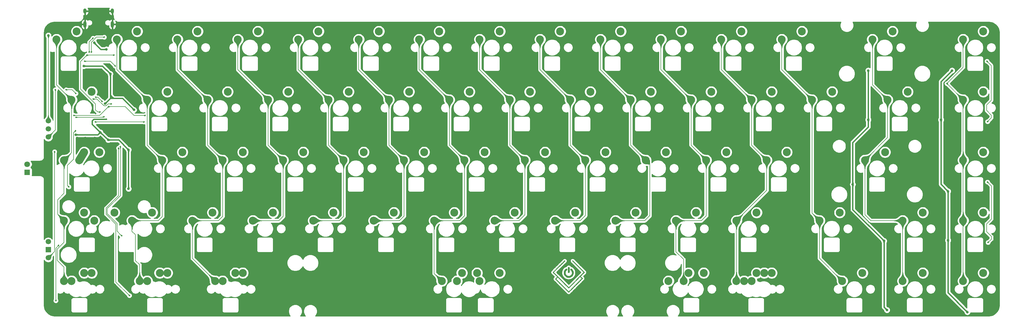
<source format=gtl>
G04 #@! TF.GenerationSoftware,KiCad,Pcbnew,(5.1.5)-3*
G04 #@! TF.CreationDate,2021-03-03T02:22:01+07:00*
G04 #@! TF.ProjectId,EV65,45563635-2e6b-4696-9361-645f70636258,rev?*
G04 #@! TF.SameCoordinates,Original*
G04 #@! TF.FileFunction,Copper,L1,Top*
G04 #@! TF.FilePolarity,Positive*
%FSLAX46Y46*%
G04 Gerber Fmt 4.6, Leading zero omitted, Abs format (unit mm)*
G04 Created by KiCad (PCBNEW (5.1.5)-3) date 2021-03-03 02:22:01*
%MOMM*%
%LPD*%
G04 APERTURE LIST*
%ADD10C,0.010000*%
%ADD11R,1.800000X1.800000*%
%ADD12C,1.800000*%
%ADD13C,1.700000*%
%ADD14R,1.700000X1.700000*%
%ADD15C,2.500000*%
%ADD16O,1.000000X1.600000*%
%ADD17O,1.000000X2.100000*%
%ADD18C,0.500000*%
%ADD19C,0.800000*%
%ADD20C,0.400000*%
%ADD21C,0.200000*%
%ADD22C,2.500000*%
%ADD23C,0.254000*%
%ADD24C,0.025400*%
G04 APERTURE END LIST*
D10*
G36*
X199565713Y-127671244D02*
G01*
X199607620Y-127682703D01*
X199618880Y-127687263D01*
X199662014Y-127711883D01*
X199700513Y-127744766D01*
X199732400Y-127783739D01*
X199755699Y-127826627D01*
X199762377Y-127845055D01*
X199764108Y-127850891D01*
X199765656Y-127856999D01*
X199767030Y-127864018D01*
X199768241Y-127872586D01*
X199769299Y-127883343D01*
X199770213Y-127896927D01*
X199770995Y-127913978D01*
X199771654Y-127935134D01*
X199772201Y-127961035D01*
X199772645Y-127992320D01*
X199772996Y-128029627D01*
X199773265Y-128073595D01*
X199773463Y-128124864D01*
X199773598Y-128184073D01*
X199773682Y-128251860D01*
X199773723Y-128328864D01*
X199773734Y-128415726D01*
X199773723Y-128513082D01*
X199773714Y-128559420D01*
X199773643Y-128668169D01*
X199773479Y-128768865D01*
X199773224Y-128861180D01*
X199772881Y-128944791D01*
X199772453Y-129019372D01*
X199771943Y-129084599D01*
X199771352Y-129140146D01*
X199770684Y-129185690D01*
X199769942Y-129220904D01*
X199769127Y-129245465D01*
X199768244Y-129259046D01*
X199767924Y-129261122D01*
X199754252Y-129301903D01*
X199732071Y-129340166D01*
X199703967Y-129374195D01*
X199672740Y-129404259D01*
X199642268Y-129425920D01*
X199609129Y-129441402D01*
X199591593Y-129447196D01*
X199558788Y-129453662D01*
X199521008Y-129456047D01*
X199482894Y-129454401D01*
X199449092Y-129448770D01*
X199438312Y-129445586D01*
X199391160Y-129423453D01*
X199349526Y-129392275D01*
X199314686Y-129353601D01*
X199287921Y-129308983D01*
X199270510Y-129259972D01*
X199266028Y-129236627D01*
X199265139Y-129224532D01*
X199264325Y-129201944D01*
X199263586Y-129169777D01*
X199262922Y-129128946D01*
X199262333Y-129080365D01*
X199261819Y-129024948D01*
X199261379Y-128963610D01*
X199261014Y-128897265D01*
X199260723Y-128826828D01*
X199260507Y-128753212D01*
X199260365Y-128677332D01*
X199260298Y-128600102D01*
X199260305Y-128522437D01*
X199260386Y-128445252D01*
X199260541Y-128369459D01*
X199260770Y-128295975D01*
X199261074Y-128225712D01*
X199261451Y-128159586D01*
X199261903Y-128098511D01*
X199262428Y-128043401D01*
X199263027Y-127995170D01*
X199263700Y-127954733D01*
X199264446Y-127923004D01*
X199265266Y-127900898D01*
X199266123Y-127889571D01*
X199279068Y-127838096D01*
X199301781Y-127791131D01*
X199333111Y-127749854D01*
X199371905Y-127715447D01*
X199417011Y-127689089D01*
X199467279Y-127671960D01*
X199481257Y-127669128D01*
X199521926Y-127666500D01*
X199565713Y-127671244D01*
G37*
X199565713Y-127671244D02*
X199607620Y-127682703D01*
X199618880Y-127687263D01*
X199662014Y-127711883D01*
X199700513Y-127744766D01*
X199732400Y-127783739D01*
X199755699Y-127826627D01*
X199762377Y-127845055D01*
X199764108Y-127850891D01*
X199765656Y-127856999D01*
X199767030Y-127864018D01*
X199768241Y-127872586D01*
X199769299Y-127883343D01*
X199770213Y-127896927D01*
X199770995Y-127913978D01*
X199771654Y-127935134D01*
X199772201Y-127961035D01*
X199772645Y-127992320D01*
X199772996Y-128029627D01*
X199773265Y-128073595D01*
X199773463Y-128124864D01*
X199773598Y-128184073D01*
X199773682Y-128251860D01*
X199773723Y-128328864D01*
X199773734Y-128415726D01*
X199773723Y-128513082D01*
X199773714Y-128559420D01*
X199773643Y-128668169D01*
X199773479Y-128768865D01*
X199773224Y-128861180D01*
X199772881Y-128944791D01*
X199772453Y-129019372D01*
X199771943Y-129084599D01*
X199771352Y-129140146D01*
X199770684Y-129185690D01*
X199769942Y-129220904D01*
X199769127Y-129245465D01*
X199768244Y-129259046D01*
X199767924Y-129261122D01*
X199754252Y-129301903D01*
X199732071Y-129340166D01*
X199703967Y-129374195D01*
X199672740Y-129404259D01*
X199642268Y-129425920D01*
X199609129Y-129441402D01*
X199591593Y-129447196D01*
X199558788Y-129453662D01*
X199521008Y-129456047D01*
X199482894Y-129454401D01*
X199449092Y-129448770D01*
X199438312Y-129445586D01*
X199391160Y-129423453D01*
X199349526Y-129392275D01*
X199314686Y-129353601D01*
X199287921Y-129308983D01*
X199270510Y-129259972D01*
X199266028Y-129236627D01*
X199265139Y-129224532D01*
X199264325Y-129201944D01*
X199263586Y-129169777D01*
X199262922Y-129128946D01*
X199262333Y-129080365D01*
X199261819Y-129024948D01*
X199261379Y-128963610D01*
X199261014Y-128897265D01*
X199260723Y-128826828D01*
X199260507Y-128753212D01*
X199260365Y-128677332D01*
X199260298Y-128600102D01*
X199260305Y-128522437D01*
X199260386Y-128445252D01*
X199260541Y-128369459D01*
X199260770Y-128295975D01*
X199261074Y-128225712D01*
X199261451Y-128159586D01*
X199261903Y-128098511D01*
X199262428Y-128043401D01*
X199263027Y-127995170D01*
X199263700Y-127954733D01*
X199264446Y-127923004D01*
X199265266Y-127900898D01*
X199266123Y-127889571D01*
X199279068Y-127838096D01*
X199301781Y-127791131D01*
X199333111Y-127749854D01*
X199371905Y-127715447D01*
X199417011Y-127689089D01*
X199467279Y-127671960D01*
X199481257Y-127669128D01*
X199521926Y-127666500D01*
X199565713Y-127671244D01*
G36*
X198279730Y-125600102D02*
G01*
X198312323Y-125611228D01*
X198340391Y-125630984D01*
X198354319Y-125647130D01*
X198367591Y-125674470D01*
X198374183Y-125706843D01*
X198373426Y-125739580D01*
X198369830Y-125755435D01*
X198368163Y-125758353D01*
X198364211Y-125763489D01*
X198357770Y-125771049D01*
X198348637Y-125781238D01*
X198336607Y-125794262D01*
X198321477Y-125810327D01*
X198303043Y-125829638D01*
X198281101Y-125852402D01*
X198255447Y-125878824D01*
X198225877Y-125909109D01*
X198192187Y-125943464D01*
X198154173Y-125982095D01*
X198111631Y-126025206D01*
X198064357Y-126073005D01*
X198012148Y-126125695D01*
X197954799Y-126183484D01*
X197892107Y-126246577D01*
X197823867Y-126315180D01*
X197749876Y-126389498D01*
X197669930Y-126469738D01*
X197583824Y-126556104D01*
X197491355Y-126648803D01*
X197392319Y-126748041D01*
X197286512Y-126854023D01*
X197173730Y-126966954D01*
X197053769Y-127087042D01*
X196926425Y-127214490D01*
X196791494Y-127349506D01*
X196648773Y-127492295D01*
X196586847Y-127554245D01*
X194810887Y-129330828D01*
X199519857Y-134039798D01*
X201874347Y-131685303D01*
X204228836Y-129330808D01*
X202455663Y-127557089D01*
X202336349Y-127437716D01*
X202219048Y-127320316D01*
X202104020Y-127205148D01*
X201991525Y-127092474D01*
X201881823Y-126982557D01*
X201775173Y-126875656D01*
X201671835Y-126772033D01*
X201572069Y-126671950D01*
X201476136Y-126575667D01*
X201384294Y-126483446D01*
X201296804Y-126395549D01*
X201213925Y-126312236D01*
X201135917Y-126233770D01*
X201063040Y-126160410D01*
X200995555Y-126092419D01*
X200933720Y-126030057D01*
X200877795Y-125973587D01*
X200828040Y-125923269D01*
X200784716Y-125879365D01*
X200748082Y-125842135D01*
X200718397Y-125811842D01*
X200695922Y-125788746D01*
X200680917Y-125773109D01*
X200673640Y-125765192D01*
X200672977Y-125764313D01*
X200664304Y-125735108D01*
X200664257Y-125702687D01*
X200672171Y-125670467D01*
X200687380Y-125641867D01*
X200699477Y-125628102D01*
X200726595Y-125610126D01*
X200758904Y-125600157D01*
X200793011Y-125598679D01*
X200825520Y-125606176D01*
X200832287Y-125609159D01*
X200837727Y-125613535D01*
X200849836Y-125624634D01*
X200868676Y-125642521D01*
X200894312Y-125667258D01*
X200926809Y-125698910D01*
X200966231Y-125737541D01*
X201012640Y-125783213D01*
X201066103Y-125835991D01*
X201126682Y-125895939D01*
X201194442Y-125963119D01*
X201269447Y-126037596D01*
X201351761Y-126119434D01*
X201441448Y-126208697D01*
X201538572Y-126305447D01*
X201643198Y-126409748D01*
X201755389Y-126521665D01*
X201875209Y-126641262D01*
X202002723Y-126768601D01*
X202137995Y-126903746D01*
X202281088Y-127046761D01*
X202432068Y-127197711D01*
X202590997Y-127356658D01*
X202679974Y-127445664D01*
X204504454Y-129270875D01*
X204511341Y-129300841D01*
X204515226Y-129325528D01*
X204513831Y-129348272D01*
X204511314Y-129360773D01*
X204510284Y-129364925D01*
X204508902Y-129369134D01*
X204506780Y-129373803D01*
X204503533Y-129379334D01*
X204498773Y-129386126D01*
X204492115Y-129394583D01*
X204483172Y-129405106D01*
X204471558Y-129418095D01*
X204456886Y-129433954D01*
X204438771Y-129453082D01*
X204416824Y-129475882D01*
X204390661Y-129502756D01*
X204359895Y-129534104D01*
X204324139Y-129570329D01*
X204283007Y-129611831D01*
X204236113Y-129659012D01*
X204183070Y-129712275D01*
X204123491Y-129772019D01*
X204056991Y-129838648D01*
X203983183Y-129912562D01*
X203904377Y-129991463D01*
X203304353Y-130592187D01*
X203610303Y-130899014D01*
X203667371Y-130956267D01*
X203716908Y-131006037D01*
X203759459Y-131048907D01*
X203795570Y-131085459D01*
X203825788Y-131116279D01*
X203850657Y-131141950D01*
X203870724Y-131163055D01*
X203886534Y-131180178D01*
X203898632Y-131193903D01*
X203907565Y-131204813D01*
X203913878Y-131213493D01*
X203918117Y-131220524D01*
X203920827Y-131226492D01*
X203922555Y-131231980D01*
X203922900Y-131233355D01*
X203926542Y-131267759D01*
X203921414Y-131300636D01*
X203915228Y-131316094D01*
X203910816Y-131320902D01*
X203898566Y-131333545D01*
X203878710Y-131353787D01*
X203851485Y-131381395D01*
X203817124Y-131416131D01*
X203775863Y-131457760D01*
X203727936Y-131506048D01*
X203673577Y-131560759D01*
X203613021Y-131621658D01*
X203546504Y-131688508D01*
X203474258Y-131761075D01*
X203396520Y-131839124D01*
X203313523Y-131922418D01*
X203225502Y-132010723D01*
X203132693Y-132103803D01*
X203035329Y-132201423D01*
X202933645Y-132303348D01*
X202827875Y-132409341D01*
X202718255Y-132519168D01*
X202605019Y-132632594D01*
X202488402Y-132749382D01*
X202368637Y-132869298D01*
X202245961Y-132992106D01*
X202120607Y-133117571D01*
X201992810Y-133245457D01*
X201862804Y-133375530D01*
X201748418Y-133489955D01*
X201573204Y-133665199D01*
X201405960Y-133832436D01*
X201246602Y-133991750D01*
X201095048Y-134143223D01*
X200951213Y-134286939D01*
X200815013Y-134422982D01*
X200686365Y-134551434D01*
X200565185Y-134672380D01*
X200451389Y-134785901D01*
X200344894Y-134892082D01*
X200245616Y-134991006D01*
X200153471Y-135082757D01*
X200068374Y-135167416D01*
X199990244Y-135245068D01*
X199918995Y-135315797D01*
X199854545Y-135379684D01*
X199796809Y-135436815D01*
X199745703Y-135487271D01*
X199701144Y-135531136D01*
X199663049Y-135568494D01*
X199631333Y-135599427D01*
X199605912Y-135624020D01*
X199586704Y-135642355D01*
X199573624Y-135654515D01*
X199566588Y-135660585D01*
X199565516Y-135661296D01*
X199533710Y-135670226D01*
X199498239Y-135669785D01*
X199477044Y-135665142D01*
X199473978Y-135663161D01*
X199467830Y-135658047D01*
X199458427Y-135649627D01*
X199445597Y-135637730D01*
X199429166Y-135622185D01*
X199408962Y-135602819D01*
X199384812Y-135579461D01*
X199356544Y-135551939D01*
X199323983Y-135520082D01*
X199286958Y-135483718D01*
X199245295Y-135442675D01*
X199198822Y-135396782D01*
X199147365Y-135345868D01*
X199090753Y-135289760D01*
X199028812Y-135228287D01*
X198961369Y-135161277D01*
X198888251Y-135088559D01*
X198809286Y-135009960D01*
X198724301Y-134925311D01*
X198633122Y-134834438D01*
X198535578Y-134737170D01*
X198431495Y-134633336D01*
X198320700Y-134522763D01*
X198203020Y-134405281D01*
X198078283Y-134280718D01*
X197946316Y-134148901D01*
X197806946Y-134009660D01*
X197660000Y-133862823D01*
X197505305Y-133708218D01*
X197372246Y-133575219D01*
X197239198Y-133442205D01*
X197108537Y-133311541D01*
X196980490Y-133183453D01*
X196855285Y-133058169D01*
X196733146Y-132935918D01*
X196614303Y-132816927D01*
X196498980Y-132701424D01*
X196387406Y-132589636D01*
X196279806Y-132481792D01*
X196176408Y-132378120D01*
X196077439Y-132278846D01*
X195983125Y-132184199D01*
X195893694Y-132094407D01*
X195809371Y-132009698D01*
X195730385Y-131930298D01*
X195656961Y-131856437D01*
X195589326Y-131788342D01*
X195527708Y-131726241D01*
X195472333Y-131670361D01*
X195423428Y-131620931D01*
X195381220Y-131578177D01*
X195345935Y-131542329D01*
X195317801Y-131513613D01*
X195297044Y-131492258D01*
X195283891Y-131478491D01*
X195278569Y-131472541D01*
X195278480Y-131472392D01*
X195267295Y-131437618D01*
X195267232Y-131419891D01*
X195552898Y-131419891D01*
X197533522Y-133400613D01*
X197659581Y-133526663D01*
X197783626Y-133650668D01*
X197905414Y-133772385D01*
X198024698Y-133891570D01*
X198141234Y-134007979D01*
X198254778Y-134121369D01*
X198365084Y-134231494D01*
X198471908Y-134338113D01*
X198575005Y-134440980D01*
X198674130Y-134539852D01*
X198769038Y-134634485D01*
X198859485Y-134724636D01*
X198945227Y-134810059D01*
X199026017Y-134890513D01*
X199101611Y-134965752D01*
X199171765Y-135035533D01*
X199236234Y-135099612D01*
X199294772Y-135157746D01*
X199347136Y-135209689D01*
X199393080Y-135255200D01*
X199432360Y-135294033D01*
X199464731Y-135325945D01*
X199489947Y-135350692D01*
X199507765Y-135368030D01*
X199517939Y-135377715D01*
X199520402Y-135379813D01*
X199524788Y-135375717D01*
X199536999Y-135363782D01*
X199556794Y-135344247D01*
X199583933Y-135317352D01*
X199618177Y-135283336D01*
X199659285Y-135242440D01*
X199707017Y-135194904D01*
X199761134Y-135140968D01*
X199821394Y-135080870D01*
X199887558Y-135014852D01*
X199959386Y-134943152D01*
X200036637Y-134866012D01*
X200119073Y-134783670D01*
X200206451Y-134696367D01*
X200298533Y-134604342D01*
X200395079Y-134507836D01*
X200495848Y-134407087D01*
X200600599Y-134302337D01*
X200709094Y-134193825D01*
X200821092Y-134081790D01*
X200936353Y-133966473D01*
X201054637Y-133848113D01*
X201175703Y-133726950D01*
X201299312Y-133603225D01*
X201425223Y-133477177D01*
X201553197Y-133349045D01*
X201581996Y-133320208D01*
X203637334Y-131262127D01*
X203386549Y-131011391D01*
X203135765Y-130760655D01*
X201362056Y-132534167D01*
X201206208Y-132689980D01*
X201058292Y-132837823D01*
X200918189Y-132977815D01*
X200785778Y-133110076D01*
X200660938Y-133234727D01*
X200543549Y-133351887D01*
X200433489Y-133461677D01*
X200330638Y-133564215D01*
X200234876Y-133659621D01*
X200146081Y-133748017D01*
X200064133Y-133829521D01*
X199988911Y-133904253D01*
X199920295Y-133972334D01*
X199858163Y-134033883D01*
X199802395Y-134089020D01*
X199752870Y-134137864D01*
X199709468Y-134180537D01*
X199672068Y-134217157D01*
X199640549Y-134247844D01*
X199614790Y-134272719D01*
X199594670Y-134291901D01*
X199580070Y-134305511D01*
X199570868Y-134313667D01*
X199567127Y-134316434D01*
X199542811Y-134322776D01*
X199514191Y-134324953D01*
X199486900Y-134322797D01*
X199473135Y-134319218D01*
X199467945Y-134314771D01*
X199454920Y-134302473D01*
X199434288Y-134282549D01*
X199406279Y-134255229D01*
X199371123Y-134220740D01*
X199329047Y-134179310D01*
X199280281Y-134131166D01*
X199225055Y-134076536D01*
X199163597Y-134015647D01*
X199096137Y-133948728D01*
X199022903Y-133876007D01*
X198944125Y-133797710D01*
X198860031Y-133714065D01*
X198770852Y-133625301D01*
X198676815Y-133531645D01*
X198578150Y-133433325D01*
X198475086Y-133330567D01*
X198367852Y-133223601D01*
X198256678Y-133112654D01*
X198141792Y-132997953D01*
X198023423Y-132879727D01*
X197901801Y-132758202D01*
X197777155Y-132633607D01*
X197757548Y-132614004D01*
X196058028Y-130914761D01*
X195552898Y-131419891D01*
X195267232Y-131419891D01*
X195267170Y-131402585D01*
X195270423Y-131387077D01*
X195272216Y-131381572D01*
X195275049Y-131375514D01*
X195279469Y-131368320D01*
X195286020Y-131359410D01*
X195295247Y-131348203D01*
X195307695Y-131334116D01*
X195323909Y-131316570D01*
X195344435Y-131294983D01*
X195369817Y-131268773D01*
X195400600Y-131237359D01*
X195437330Y-131200161D01*
X195480552Y-131156596D01*
X195530810Y-131106084D01*
X195583608Y-131053099D01*
X195889520Y-130746245D01*
X195214826Y-130071346D01*
X195118968Y-129975406D01*
X195031058Y-129887307D01*
X194950920Y-129806871D01*
X194878379Y-129733920D01*
X194813261Y-129668274D01*
X194755388Y-129609756D01*
X194704587Y-129558186D01*
X194660681Y-129513385D01*
X194623494Y-129475176D01*
X194592853Y-129443379D01*
X194568580Y-129417815D01*
X194550502Y-129398306D01*
X194538441Y-129384674D01*
X194532223Y-129376739D01*
X194531375Y-129375226D01*
X194523627Y-129342567D01*
X194525317Y-129308254D01*
X194533584Y-129282290D01*
X194538466Y-129276423D01*
X194551123Y-129262823D01*
X194571243Y-129241803D01*
X194598516Y-129213673D01*
X194632628Y-129178745D01*
X194673270Y-129137331D01*
X194720129Y-129089742D01*
X194772893Y-129036289D01*
X194831251Y-128977284D01*
X194894892Y-128913038D01*
X194963503Y-128843862D01*
X195036774Y-128770069D01*
X195114393Y-128691969D01*
X195196047Y-128609874D01*
X195281427Y-128524095D01*
X195370219Y-128434943D01*
X195462112Y-128342731D01*
X195556796Y-128247769D01*
X195653958Y-128150370D01*
X195753286Y-128050843D01*
X195854469Y-127949502D01*
X195957196Y-127846656D01*
X196061155Y-127742618D01*
X196166035Y-127637699D01*
X196271523Y-127532211D01*
X196377308Y-127426464D01*
X196483079Y-127320770D01*
X196588524Y-127215442D01*
X196693331Y-127110789D01*
X196797190Y-127007124D01*
X196899787Y-126904758D01*
X197000813Y-126804002D01*
X197099955Y-126705167D01*
X197196901Y-126608566D01*
X197291340Y-126514510D01*
X197382961Y-126423309D01*
X197471451Y-126335276D01*
X197556500Y-126250722D01*
X197637796Y-126169958D01*
X197715027Y-126093296D01*
X197787881Y-126021047D01*
X197856047Y-125953522D01*
X197919214Y-125891033D01*
X197977070Y-125833892D01*
X198029302Y-125782409D01*
X198075601Y-125736897D01*
X198115654Y-125697666D01*
X198149149Y-125665028D01*
X198175775Y-125639294D01*
X198195220Y-125620776D01*
X198207174Y-125609786D01*
X198211142Y-125606619D01*
X198245155Y-125598326D01*
X198279730Y-125600102D01*
G37*
X198279730Y-125600102D02*
X198312323Y-125611228D01*
X198340391Y-125630984D01*
X198354319Y-125647130D01*
X198367591Y-125674470D01*
X198374183Y-125706843D01*
X198373426Y-125739580D01*
X198369830Y-125755435D01*
X198368163Y-125758353D01*
X198364211Y-125763489D01*
X198357770Y-125771049D01*
X198348637Y-125781238D01*
X198336607Y-125794262D01*
X198321477Y-125810327D01*
X198303043Y-125829638D01*
X198281101Y-125852402D01*
X198255447Y-125878824D01*
X198225877Y-125909109D01*
X198192187Y-125943464D01*
X198154173Y-125982095D01*
X198111631Y-126025206D01*
X198064357Y-126073005D01*
X198012148Y-126125695D01*
X197954799Y-126183484D01*
X197892107Y-126246577D01*
X197823867Y-126315180D01*
X197749876Y-126389498D01*
X197669930Y-126469738D01*
X197583824Y-126556104D01*
X197491355Y-126648803D01*
X197392319Y-126748041D01*
X197286512Y-126854023D01*
X197173730Y-126966954D01*
X197053769Y-127087042D01*
X196926425Y-127214490D01*
X196791494Y-127349506D01*
X196648773Y-127492295D01*
X196586847Y-127554245D01*
X194810887Y-129330828D01*
X199519857Y-134039798D01*
X201874347Y-131685303D01*
X204228836Y-129330808D01*
X202455663Y-127557089D01*
X202336349Y-127437716D01*
X202219048Y-127320316D01*
X202104020Y-127205148D01*
X201991525Y-127092474D01*
X201881823Y-126982557D01*
X201775173Y-126875656D01*
X201671835Y-126772033D01*
X201572069Y-126671950D01*
X201476136Y-126575667D01*
X201384294Y-126483446D01*
X201296804Y-126395549D01*
X201213925Y-126312236D01*
X201135917Y-126233770D01*
X201063040Y-126160410D01*
X200995555Y-126092419D01*
X200933720Y-126030057D01*
X200877795Y-125973587D01*
X200828040Y-125923269D01*
X200784716Y-125879365D01*
X200748082Y-125842135D01*
X200718397Y-125811842D01*
X200695922Y-125788746D01*
X200680917Y-125773109D01*
X200673640Y-125765192D01*
X200672977Y-125764313D01*
X200664304Y-125735108D01*
X200664257Y-125702687D01*
X200672171Y-125670467D01*
X200687380Y-125641867D01*
X200699477Y-125628102D01*
X200726595Y-125610126D01*
X200758904Y-125600157D01*
X200793011Y-125598679D01*
X200825520Y-125606176D01*
X200832287Y-125609159D01*
X200837727Y-125613535D01*
X200849836Y-125624634D01*
X200868676Y-125642521D01*
X200894312Y-125667258D01*
X200926809Y-125698910D01*
X200966231Y-125737541D01*
X201012640Y-125783213D01*
X201066103Y-125835991D01*
X201126682Y-125895939D01*
X201194442Y-125963119D01*
X201269447Y-126037596D01*
X201351761Y-126119434D01*
X201441448Y-126208697D01*
X201538572Y-126305447D01*
X201643198Y-126409748D01*
X201755389Y-126521665D01*
X201875209Y-126641262D01*
X202002723Y-126768601D01*
X202137995Y-126903746D01*
X202281088Y-127046761D01*
X202432068Y-127197711D01*
X202590997Y-127356658D01*
X202679974Y-127445664D01*
X204504454Y-129270875D01*
X204511341Y-129300841D01*
X204515226Y-129325528D01*
X204513831Y-129348272D01*
X204511314Y-129360773D01*
X204510284Y-129364925D01*
X204508902Y-129369134D01*
X204506780Y-129373803D01*
X204503533Y-129379334D01*
X204498773Y-129386126D01*
X204492115Y-129394583D01*
X204483172Y-129405106D01*
X204471558Y-129418095D01*
X204456886Y-129433954D01*
X204438771Y-129453082D01*
X204416824Y-129475882D01*
X204390661Y-129502756D01*
X204359895Y-129534104D01*
X204324139Y-129570329D01*
X204283007Y-129611831D01*
X204236113Y-129659012D01*
X204183070Y-129712275D01*
X204123491Y-129772019D01*
X204056991Y-129838648D01*
X203983183Y-129912562D01*
X203904377Y-129991463D01*
X203304353Y-130592187D01*
X203610303Y-130899014D01*
X203667371Y-130956267D01*
X203716908Y-131006037D01*
X203759459Y-131048907D01*
X203795570Y-131085459D01*
X203825788Y-131116279D01*
X203850657Y-131141950D01*
X203870724Y-131163055D01*
X203886534Y-131180178D01*
X203898632Y-131193903D01*
X203907565Y-131204813D01*
X203913878Y-131213493D01*
X203918117Y-131220524D01*
X203920827Y-131226492D01*
X203922555Y-131231980D01*
X203922900Y-131233355D01*
X203926542Y-131267759D01*
X203921414Y-131300636D01*
X203915228Y-131316094D01*
X203910816Y-131320902D01*
X203898566Y-131333545D01*
X203878710Y-131353787D01*
X203851485Y-131381395D01*
X203817124Y-131416131D01*
X203775863Y-131457760D01*
X203727936Y-131506048D01*
X203673577Y-131560759D01*
X203613021Y-131621658D01*
X203546504Y-131688508D01*
X203474258Y-131761075D01*
X203396520Y-131839124D01*
X203313523Y-131922418D01*
X203225502Y-132010723D01*
X203132693Y-132103803D01*
X203035329Y-132201423D01*
X202933645Y-132303348D01*
X202827875Y-132409341D01*
X202718255Y-132519168D01*
X202605019Y-132632594D01*
X202488402Y-132749382D01*
X202368637Y-132869298D01*
X202245961Y-132992106D01*
X202120607Y-133117571D01*
X201992810Y-133245457D01*
X201862804Y-133375530D01*
X201748418Y-133489955D01*
X201573204Y-133665199D01*
X201405960Y-133832436D01*
X201246602Y-133991750D01*
X201095048Y-134143223D01*
X200951213Y-134286939D01*
X200815013Y-134422982D01*
X200686365Y-134551434D01*
X200565185Y-134672380D01*
X200451389Y-134785901D01*
X200344894Y-134892082D01*
X200245616Y-134991006D01*
X200153471Y-135082757D01*
X200068374Y-135167416D01*
X199990244Y-135245068D01*
X199918995Y-135315797D01*
X199854545Y-135379684D01*
X199796809Y-135436815D01*
X199745703Y-135487271D01*
X199701144Y-135531136D01*
X199663049Y-135568494D01*
X199631333Y-135599427D01*
X199605912Y-135624020D01*
X199586704Y-135642355D01*
X199573624Y-135654515D01*
X199566588Y-135660585D01*
X199565516Y-135661296D01*
X199533710Y-135670226D01*
X199498239Y-135669785D01*
X199477044Y-135665142D01*
X199473978Y-135663161D01*
X199467830Y-135658047D01*
X199458427Y-135649627D01*
X199445597Y-135637730D01*
X199429166Y-135622185D01*
X199408962Y-135602819D01*
X199384812Y-135579461D01*
X199356544Y-135551939D01*
X199323983Y-135520082D01*
X199286958Y-135483718D01*
X199245295Y-135442675D01*
X199198822Y-135396782D01*
X199147365Y-135345868D01*
X199090753Y-135289760D01*
X199028812Y-135228287D01*
X198961369Y-135161277D01*
X198888251Y-135088559D01*
X198809286Y-135009960D01*
X198724301Y-134925311D01*
X198633122Y-134834438D01*
X198535578Y-134737170D01*
X198431495Y-134633336D01*
X198320700Y-134522763D01*
X198203020Y-134405281D01*
X198078283Y-134280718D01*
X197946316Y-134148901D01*
X197806946Y-134009660D01*
X197660000Y-133862823D01*
X197505305Y-133708218D01*
X197372246Y-133575219D01*
X197239198Y-133442205D01*
X197108537Y-133311541D01*
X196980490Y-133183453D01*
X196855285Y-133058169D01*
X196733146Y-132935918D01*
X196614303Y-132816927D01*
X196498980Y-132701424D01*
X196387406Y-132589636D01*
X196279806Y-132481792D01*
X196176408Y-132378120D01*
X196077439Y-132278846D01*
X195983125Y-132184199D01*
X195893694Y-132094407D01*
X195809371Y-132009698D01*
X195730385Y-131930298D01*
X195656961Y-131856437D01*
X195589326Y-131788342D01*
X195527708Y-131726241D01*
X195472333Y-131670361D01*
X195423428Y-131620931D01*
X195381220Y-131578177D01*
X195345935Y-131542329D01*
X195317801Y-131513613D01*
X195297044Y-131492258D01*
X195283891Y-131478491D01*
X195278569Y-131472541D01*
X195278480Y-131472392D01*
X195267295Y-131437618D01*
X195267232Y-131419891D01*
X195552898Y-131419891D01*
X197533522Y-133400613D01*
X197659581Y-133526663D01*
X197783626Y-133650668D01*
X197905414Y-133772385D01*
X198024698Y-133891570D01*
X198141234Y-134007979D01*
X198254778Y-134121369D01*
X198365084Y-134231494D01*
X198471908Y-134338113D01*
X198575005Y-134440980D01*
X198674130Y-134539852D01*
X198769038Y-134634485D01*
X198859485Y-134724636D01*
X198945227Y-134810059D01*
X199026017Y-134890513D01*
X199101611Y-134965752D01*
X199171765Y-135035533D01*
X199236234Y-135099612D01*
X199294772Y-135157746D01*
X199347136Y-135209689D01*
X199393080Y-135255200D01*
X199432360Y-135294033D01*
X199464731Y-135325945D01*
X199489947Y-135350692D01*
X199507765Y-135368030D01*
X199517939Y-135377715D01*
X199520402Y-135379813D01*
X199524788Y-135375717D01*
X199536999Y-135363782D01*
X199556794Y-135344247D01*
X199583933Y-135317352D01*
X199618177Y-135283336D01*
X199659285Y-135242440D01*
X199707017Y-135194904D01*
X199761134Y-135140968D01*
X199821394Y-135080870D01*
X199887558Y-135014852D01*
X199959386Y-134943152D01*
X200036637Y-134866012D01*
X200119073Y-134783670D01*
X200206451Y-134696367D01*
X200298533Y-134604342D01*
X200395079Y-134507836D01*
X200495848Y-134407087D01*
X200600599Y-134302337D01*
X200709094Y-134193825D01*
X200821092Y-134081790D01*
X200936353Y-133966473D01*
X201054637Y-133848113D01*
X201175703Y-133726950D01*
X201299312Y-133603225D01*
X201425223Y-133477177D01*
X201553197Y-133349045D01*
X201581996Y-133320208D01*
X203637334Y-131262127D01*
X203386549Y-131011391D01*
X203135765Y-130760655D01*
X201362056Y-132534167D01*
X201206208Y-132689980D01*
X201058292Y-132837823D01*
X200918189Y-132977815D01*
X200785778Y-133110076D01*
X200660938Y-133234727D01*
X200543549Y-133351887D01*
X200433489Y-133461677D01*
X200330638Y-133564215D01*
X200234876Y-133659621D01*
X200146081Y-133748017D01*
X200064133Y-133829521D01*
X199988911Y-133904253D01*
X199920295Y-133972334D01*
X199858163Y-134033883D01*
X199802395Y-134089020D01*
X199752870Y-134137864D01*
X199709468Y-134180537D01*
X199672068Y-134217157D01*
X199640549Y-134247844D01*
X199614790Y-134272719D01*
X199594670Y-134291901D01*
X199580070Y-134305511D01*
X199570868Y-134313667D01*
X199567127Y-134316434D01*
X199542811Y-134322776D01*
X199514191Y-134324953D01*
X199486900Y-134322797D01*
X199473135Y-134319218D01*
X199467945Y-134314771D01*
X199454920Y-134302473D01*
X199434288Y-134282549D01*
X199406279Y-134255229D01*
X199371123Y-134220740D01*
X199329047Y-134179310D01*
X199280281Y-134131166D01*
X199225055Y-134076536D01*
X199163597Y-134015647D01*
X199096137Y-133948728D01*
X199022903Y-133876007D01*
X198944125Y-133797710D01*
X198860031Y-133714065D01*
X198770852Y-133625301D01*
X198676815Y-133531645D01*
X198578150Y-133433325D01*
X198475086Y-133330567D01*
X198367852Y-133223601D01*
X198256678Y-133112654D01*
X198141792Y-132997953D01*
X198023423Y-132879727D01*
X197901801Y-132758202D01*
X197777155Y-132633607D01*
X197757548Y-132614004D01*
X196058028Y-130914761D01*
X195552898Y-131419891D01*
X195267232Y-131419891D01*
X195267170Y-131402585D01*
X195270423Y-131387077D01*
X195272216Y-131381572D01*
X195275049Y-131375514D01*
X195279469Y-131368320D01*
X195286020Y-131359410D01*
X195295247Y-131348203D01*
X195307695Y-131334116D01*
X195323909Y-131316570D01*
X195344435Y-131294983D01*
X195369817Y-131268773D01*
X195400600Y-131237359D01*
X195437330Y-131200161D01*
X195480552Y-131156596D01*
X195530810Y-131106084D01*
X195583608Y-131053099D01*
X195889520Y-130746245D01*
X195214826Y-130071346D01*
X195118968Y-129975406D01*
X195031058Y-129887307D01*
X194950920Y-129806871D01*
X194878379Y-129733920D01*
X194813261Y-129668274D01*
X194755388Y-129609756D01*
X194704587Y-129558186D01*
X194660681Y-129513385D01*
X194623494Y-129475176D01*
X194592853Y-129443379D01*
X194568580Y-129417815D01*
X194550502Y-129398306D01*
X194538441Y-129384674D01*
X194532223Y-129376739D01*
X194531375Y-129375226D01*
X194523627Y-129342567D01*
X194525317Y-129308254D01*
X194533584Y-129282290D01*
X194538466Y-129276423D01*
X194551123Y-129262823D01*
X194571243Y-129241803D01*
X194598516Y-129213673D01*
X194632628Y-129178745D01*
X194673270Y-129137331D01*
X194720129Y-129089742D01*
X194772893Y-129036289D01*
X194831251Y-128977284D01*
X194894892Y-128913038D01*
X194963503Y-128843862D01*
X195036774Y-128770069D01*
X195114393Y-128691969D01*
X195196047Y-128609874D01*
X195281427Y-128524095D01*
X195370219Y-128434943D01*
X195462112Y-128342731D01*
X195556796Y-128247769D01*
X195653958Y-128150370D01*
X195753286Y-128050843D01*
X195854469Y-127949502D01*
X195957196Y-127846656D01*
X196061155Y-127742618D01*
X196166035Y-127637699D01*
X196271523Y-127532211D01*
X196377308Y-127426464D01*
X196483079Y-127320770D01*
X196588524Y-127215442D01*
X196693331Y-127110789D01*
X196797190Y-127007124D01*
X196899787Y-126904758D01*
X197000813Y-126804002D01*
X197099955Y-126705167D01*
X197196901Y-126608566D01*
X197291340Y-126514510D01*
X197382961Y-126423309D01*
X197471451Y-126335276D01*
X197556500Y-126250722D01*
X197637796Y-126169958D01*
X197715027Y-126093296D01*
X197787881Y-126021047D01*
X197856047Y-125953522D01*
X197919214Y-125891033D01*
X197977070Y-125833892D01*
X198029302Y-125782409D01*
X198075601Y-125736897D01*
X198115654Y-125697666D01*
X198149149Y-125665028D01*
X198175775Y-125639294D01*
X198195220Y-125620776D01*
X198207174Y-125609786D01*
X198211142Y-125606619D01*
X198245155Y-125598326D01*
X198279730Y-125600102D01*
G36*
X200346658Y-128187302D02*
G01*
X200394834Y-128204544D01*
X200419924Y-128218814D01*
X200451037Y-128240384D01*
X200486634Y-128268001D01*
X200525176Y-128300412D01*
X200565124Y-128336366D01*
X200604941Y-128374607D01*
X200610329Y-128379985D01*
X200680265Y-128453994D01*
X200741599Y-128527687D01*
X200796435Y-128603989D01*
X200846873Y-128685827D01*
X200895015Y-128776127D01*
X200895432Y-128776962D01*
X200948540Y-128896082D01*
X200991010Y-129018806D01*
X201022767Y-129144413D01*
X201043735Y-129272179D01*
X201053840Y-129401382D01*
X201053006Y-129531298D01*
X201041158Y-129661206D01*
X201018222Y-129790382D01*
X201005932Y-129841661D01*
X200974633Y-129945021D01*
X200933972Y-130050128D01*
X200885194Y-130154504D01*
X200829543Y-130255674D01*
X200768263Y-130351159D01*
X200712107Y-130426717D01*
X200685196Y-130458517D01*
X200651836Y-130494994D01*
X200614487Y-130533690D01*
X200575610Y-130572144D01*
X200537665Y-130607896D01*
X200503111Y-130638485D01*
X200487337Y-130651506D01*
X200394567Y-130719686D01*
X200294647Y-130782170D01*
X200189616Y-130837987D01*
X200081513Y-130886167D01*
X199972376Y-130925741D01*
X199864244Y-130955738D01*
X199833786Y-130962421D01*
X199756015Y-130976045D01*
X199673390Y-130986207D01*
X199589449Y-130992660D01*
X199507725Y-130995161D01*
X199431756Y-130993464D01*
X199408077Y-130991904D01*
X199287796Y-130977838D01*
X199170326Y-130954481D01*
X199056005Y-130922375D01*
X198931387Y-130876711D01*
X198812661Y-130821502D01*
X198700205Y-130757198D01*
X198594397Y-130684249D01*
X198495617Y-130603108D01*
X198404243Y-130514225D01*
X198320654Y-130418049D01*
X198245227Y-130315033D01*
X198178343Y-130205627D01*
X198120378Y-130090282D01*
X198071712Y-129969448D01*
X198032724Y-129843576D01*
X198003791Y-129713117D01*
X197995010Y-129659009D01*
X197990415Y-129617578D01*
X197987166Y-129567665D01*
X197985264Y-129512126D01*
X197984710Y-129453815D01*
X197985505Y-129395588D01*
X197987648Y-129340299D01*
X197991142Y-129290804D01*
X197994916Y-129257246D01*
X198018825Y-129125529D01*
X198053355Y-128997389D01*
X198098273Y-128873383D01*
X198153344Y-128754070D01*
X198218336Y-128640007D01*
X198293013Y-128531751D01*
X198306175Y-128514582D01*
X198337756Y-128476155D01*
X198374010Y-128435711D01*
X198413486Y-128394586D01*
X198454735Y-128354115D01*
X198496306Y-128315634D01*
X198536749Y-128280479D01*
X198574615Y-128249985D01*
X198608454Y-128225488D01*
X198636815Y-128208323D01*
X198640842Y-128206301D01*
X198690492Y-128188336D01*
X198741994Y-128180953D01*
X198793604Y-128183977D01*
X198843580Y-128197235D01*
X198890180Y-128220556D01*
X198907652Y-128232791D01*
X198932181Y-128255957D01*
X198956280Y-128286293D01*
X198977159Y-128319804D01*
X198992026Y-128352491D01*
X198992809Y-128354762D01*
X199003096Y-128402232D01*
X199003942Y-128452590D01*
X198995741Y-128502930D01*
X198978884Y-128550341D01*
X198962400Y-128579846D01*
X198949387Y-128596146D01*
X198930478Y-128615767D01*
X198909020Y-128635323D01*
X198900904Y-128642026D01*
X198868415Y-128669638D01*
X198832450Y-128702966D01*
X198795190Y-128739755D01*
X198758812Y-128777749D01*
X198725494Y-128814692D01*
X198697415Y-128848330D01*
X198682208Y-128868470D01*
X198634067Y-128944113D01*
X198591213Y-129027309D01*
X198555001Y-129114893D01*
X198526785Y-129203703D01*
X198512464Y-129265167D01*
X198504768Y-129315161D01*
X198499395Y-129372441D01*
X198496494Y-129433088D01*
X198496216Y-129493181D01*
X198498711Y-129548801D01*
X198500763Y-129571187D01*
X198517926Y-129675967D01*
X198545948Y-129777934D01*
X198584466Y-129876356D01*
X198633114Y-129970498D01*
X198691528Y-130059625D01*
X198759343Y-130143005D01*
X198811975Y-130197330D01*
X198890150Y-130264779D01*
X198975940Y-130324597D01*
X199067846Y-130376027D01*
X199164368Y-130418310D01*
X199264006Y-130450687D01*
X199351471Y-130470106D01*
X199385868Y-130474626D01*
X199428225Y-130477927D01*
X199475551Y-130479980D01*
X199524852Y-130480754D01*
X199573136Y-130480220D01*
X199617411Y-130478349D01*
X199654684Y-130475112D01*
X199668258Y-130473220D01*
X199775108Y-130450307D01*
X199877774Y-130417210D01*
X199975598Y-130374363D01*
X200067922Y-130322203D01*
X200154087Y-130261165D01*
X200233435Y-130191683D01*
X200305308Y-130114194D01*
X200369046Y-130029132D01*
X200390469Y-129995773D01*
X200410172Y-129961338D01*
X200431469Y-129920123D01*
X200452549Y-129875962D01*
X200471599Y-129832690D01*
X200486809Y-129794143D01*
X200490086Y-129784858D01*
X200518528Y-129684099D01*
X200536160Y-129581065D01*
X200543090Y-129476811D01*
X200539424Y-129372397D01*
X200525271Y-129268878D01*
X200500739Y-129167314D01*
X200465934Y-129068760D01*
X200420966Y-128974276D01*
X200404566Y-128945275D01*
X200358674Y-128873415D01*
X200308924Y-128808041D01*
X200253129Y-128746609D01*
X200189101Y-128686574D01*
X200163058Y-128664348D01*
X200138092Y-128642803D01*
X200114637Y-128621270D01*
X200094963Y-128601922D01*
X200081341Y-128586931D01*
X200079012Y-128583935D01*
X200056316Y-128544382D01*
X200040794Y-128499008D01*
X200033104Y-128451175D01*
X200033905Y-128404248D01*
X200038670Y-128378184D01*
X200056961Y-128327576D01*
X200083530Y-128283390D01*
X200117123Y-128246235D01*
X200156490Y-128216723D01*
X200200379Y-128195464D01*
X200247538Y-128183067D01*
X200296715Y-128180143D01*
X200346658Y-128187302D01*
G37*
X200346658Y-128187302D02*
X200394834Y-128204544D01*
X200419924Y-128218814D01*
X200451037Y-128240384D01*
X200486634Y-128268001D01*
X200525176Y-128300412D01*
X200565124Y-128336366D01*
X200604941Y-128374607D01*
X200610329Y-128379985D01*
X200680265Y-128453994D01*
X200741599Y-128527687D01*
X200796435Y-128603989D01*
X200846873Y-128685827D01*
X200895015Y-128776127D01*
X200895432Y-128776962D01*
X200948540Y-128896082D01*
X200991010Y-129018806D01*
X201022767Y-129144413D01*
X201043735Y-129272179D01*
X201053840Y-129401382D01*
X201053006Y-129531298D01*
X201041158Y-129661206D01*
X201018222Y-129790382D01*
X201005932Y-129841661D01*
X200974633Y-129945021D01*
X200933972Y-130050128D01*
X200885194Y-130154504D01*
X200829543Y-130255674D01*
X200768263Y-130351159D01*
X200712107Y-130426717D01*
X200685196Y-130458517D01*
X200651836Y-130494994D01*
X200614487Y-130533690D01*
X200575610Y-130572144D01*
X200537665Y-130607896D01*
X200503111Y-130638485D01*
X200487337Y-130651506D01*
X200394567Y-130719686D01*
X200294647Y-130782170D01*
X200189616Y-130837987D01*
X200081513Y-130886167D01*
X199972376Y-130925741D01*
X199864244Y-130955738D01*
X199833786Y-130962421D01*
X199756015Y-130976045D01*
X199673390Y-130986207D01*
X199589449Y-130992660D01*
X199507725Y-130995161D01*
X199431756Y-130993464D01*
X199408077Y-130991904D01*
X199287796Y-130977838D01*
X199170326Y-130954481D01*
X199056005Y-130922375D01*
X198931387Y-130876711D01*
X198812661Y-130821502D01*
X198700205Y-130757198D01*
X198594397Y-130684249D01*
X198495617Y-130603108D01*
X198404243Y-130514225D01*
X198320654Y-130418049D01*
X198245227Y-130315033D01*
X198178343Y-130205627D01*
X198120378Y-130090282D01*
X198071712Y-129969448D01*
X198032724Y-129843576D01*
X198003791Y-129713117D01*
X197995010Y-129659009D01*
X197990415Y-129617578D01*
X197987166Y-129567665D01*
X197985264Y-129512126D01*
X197984710Y-129453815D01*
X197985505Y-129395588D01*
X197987648Y-129340299D01*
X197991142Y-129290804D01*
X197994916Y-129257246D01*
X198018825Y-129125529D01*
X198053355Y-128997389D01*
X198098273Y-128873383D01*
X198153344Y-128754070D01*
X198218336Y-128640007D01*
X198293013Y-128531751D01*
X198306175Y-128514582D01*
X198337756Y-128476155D01*
X198374010Y-128435711D01*
X198413486Y-128394586D01*
X198454735Y-128354115D01*
X198496306Y-128315634D01*
X198536749Y-128280479D01*
X198574615Y-128249985D01*
X198608454Y-128225488D01*
X198636815Y-128208323D01*
X198640842Y-128206301D01*
X198690492Y-128188336D01*
X198741994Y-128180953D01*
X198793604Y-128183977D01*
X198843580Y-128197235D01*
X198890180Y-128220556D01*
X198907652Y-128232791D01*
X198932181Y-128255957D01*
X198956280Y-128286293D01*
X198977159Y-128319804D01*
X198992026Y-128352491D01*
X198992809Y-128354762D01*
X199003096Y-128402232D01*
X199003942Y-128452590D01*
X198995741Y-128502930D01*
X198978884Y-128550341D01*
X198962400Y-128579846D01*
X198949387Y-128596146D01*
X198930478Y-128615767D01*
X198909020Y-128635323D01*
X198900904Y-128642026D01*
X198868415Y-128669638D01*
X198832450Y-128702966D01*
X198795190Y-128739755D01*
X198758812Y-128777749D01*
X198725494Y-128814692D01*
X198697415Y-128848330D01*
X198682208Y-128868470D01*
X198634067Y-128944113D01*
X198591213Y-129027309D01*
X198555001Y-129114893D01*
X198526785Y-129203703D01*
X198512464Y-129265167D01*
X198504768Y-129315161D01*
X198499395Y-129372441D01*
X198496494Y-129433088D01*
X198496216Y-129493181D01*
X198498711Y-129548801D01*
X198500763Y-129571187D01*
X198517926Y-129675967D01*
X198545948Y-129777934D01*
X198584466Y-129876356D01*
X198633114Y-129970498D01*
X198691528Y-130059625D01*
X198759343Y-130143005D01*
X198811975Y-130197330D01*
X198890150Y-130264779D01*
X198975940Y-130324597D01*
X199067846Y-130376027D01*
X199164368Y-130418310D01*
X199264006Y-130450687D01*
X199351471Y-130470106D01*
X199385868Y-130474626D01*
X199428225Y-130477927D01*
X199475551Y-130479980D01*
X199524852Y-130480754D01*
X199573136Y-130480220D01*
X199617411Y-130478349D01*
X199654684Y-130475112D01*
X199668258Y-130473220D01*
X199775108Y-130450307D01*
X199877774Y-130417210D01*
X199975598Y-130374363D01*
X200067922Y-130322203D01*
X200154087Y-130261165D01*
X200233435Y-130191683D01*
X200305308Y-130114194D01*
X200369046Y-130029132D01*
X200390469Y-129995773D01*
X200410172Y-129961338D01*
X200431469Y-129920123D01*
X200452549Y-129875962D01*
X200471599Y-129832690D01*
X200486809Y-129794143D01*
X200490086Y-129784858D01*
X200518528Y-129684099D01*
X200536160Y-129581065D01*
X200543090Y-129476811D01*
X200539424Y-129372397D01*
X200525271Y-129268878D01*
X200500739Y-129167314D01*
X200465934Y-129068760D01*
X200420966Y-128974276D01*
X200404566Y-128945275D01*
X200358674Y-128873415D01*
X200308924Y-128808041D01*
X200253129Y-128746609D01*
X200189101Y-128686574D01*
X200163058Y-128664348D01*
X200138092Y-128642803D01*
X200114637Y-128621270D01*
X200094963Y-128601922D01*
X200081341Y-128586931D01*
X200079012Y-128583935D01*
X200056316Y-128544382D01*
X200040794Y-128499008D01*
X200033104Y-128451175D01*
X200033905Y-128404248D01*
X200038670Y-128378184D01*
X200056961Y-128327576D01*
X200083530Y-128283390D01*
X200117123Y-128246235D01*
X200156490Y-128216723D01*
X200200379Y-128195464D01*
X200247538Y-128183067D01*
X200296715Y-128180143D01*
X200346658Y-128187302D01*
D11*
X28885000Y-97790000D03*
D12*
X28885000Y-95250000D03*
D13*
X35509200Y-81584800D03*
X35509200Y-84124800D03*
X35509200Y-86664800D03*
D14*
X35509200Y-122224800D03*
D13*
X35509200Y-124764800D03*
X35509200Y-119684800D03*
D15*
X51593750Y-91440000D03*
X45243750Y-93980000D03*
X66675000Y-74930000D03*
X73025000Y-72390000D03*
X257175000Y-132080000D03*
X263525000Y-129540000D03*
X258762500Y-129540000D03*
X252412500Y-132080000D03*
X44450000Y-53340000D03*
X38100000Y-55880000D03*
X323850000Y-55880000D03*
X330200000Y-53340000D03*
X177800000Y-129540000D03*
X171450000Y-132080000D03*
X170656250Y-129540000D03*
X164306250Y-132080000D03*
X165893750Y-129540000D03*
X159543750Y-132080000D03*
D16*
X55704200Y-46954280D03*
X47064200Y-46954280D03*
D17*
X55704200Y-51134280D03*
X47064200Y-51134280D03*
D15*
X330200000Y-129540000D03*
X323850000Y-132080000D03*
X330200000Y-91440000D03*
X323850000Y-93980000D03*
X330200000Y-72390000D03*
X323850000Y-74930000D03*
X311150000Y-129540000D03*
X304800000Y-132080000D03*
X311150000Y-110490000D03*
X304800000Y-113030000D03*
X299243750Y-91440000D03*
X292893750Y-93980000D03*
X301625000Y-53340000D03*
X295275000Y-55880000D03*
X292100000Y-129540000D03*
X285750000Y-132080000D03*
X284956250Y-110490000D03*
X278606250Y-113030000D03*
X242093750Y-129540000D03*
X235743750Y-132080000D03*
X261143750Y-129540000D03*
X254793750Y-132080000D03*
X268287500Y-91440000D03*
X261937500Y-93980000D03*
X263525000Y-72390000D03*
X257175000Y-74930000D03*
X254000000Y-53340000D03*
X247650000Y-55880000D03*
X237331250Y-129540000D03*
X230981250Y-132080000D03*
X244475000Y-72390000D03*
X238125000Y-74930000D03*
X215900000Y-53340000D03*
X209550000Y-55880000D03*
X153987500Y-91440000D03*
X147637500Y-93980000D03*
X96837500Y-129540000D03*
X90487500Y-132080000D03*
X94456250Y-129540000D03*
X88106250Y-132080000D03*
X73025000Y-129540000D03*
X66675000Y-132080000D03*
X70643750Y-129540000D03*
X64293750Y-132080000D03*
X63500000Y-53340000D03*
X57150000Y-55880000D03*
X46831250Y-91440000D03*
X40481250Y-93980000D03*
X49212500Y-129540000D03*
X42862500Y-132080000D03*
X46831250Y-129540000D03*
X40481250Y-132080000D03*
X56356250Y-110490000D03*
X50006250Y-113030000D03*
X46831250Y-110490000D03*
X40481250Y-113030000D03*
X68262500Y-110490000D03*
X61912500Y-113030000D03*
X306387500Y-72390000D03*
X300037500Y-74930000D03*
X125412500Y-110490000D03*
X119062500Y-113030000D03*
X111125000Y-72390000D03*
X104775000Y-74930000D03*
X266700000Y-55880000D03*
X273050000Y-53340000D03*
X228600000Y-55880000D03*
X234950000Y-53340000D03*
X219075000Y-74930000D03*
X225425000Y-72390000D03*
X195262500Y-113030000D03*
X201612500Y-110490000D03*
X190500000Y-55880000D03*
X196850000Y-53340000D03*
X176212500Y-113030000D03*
X182562500Y-110490000D03*
X180975000Y-74930000D03*
X187325000Y-72390000D03*
X171450000Y-55880000D03*
X177800000Y-53340000D03*
X161925000Y-74930000D03*
X168275000Y-72390000D03*
X152400000Y-55880000D03*
X158750000Y-53340000D03*
X138112500Y-113030000D03*
X144462500Y-110490000D03*
X142875000Y-74930000D03*
X149225000Y-72390000D03*
X133350000Y-55880000D03*
X139700000Y-53340000D03*
X123825000Y-74930000D03*
X130175000Y-72390000D03*
X114300000Y-55880000D03*
X120650000Y-53340000D03*
X100012500Y-113030000D03*
X106362500Y-110490000D03*
X95250000Y-55880000D03*
X101600000Y-53340000D03*
X80962500Y-113030000D03*
X87312500Y-110490000D03*
X90487500Y-93980000D03*
X96837500Y-91440000D03*
X85725000Y-74930000D03*
X92075000Y-72390000D03*
X76200000Y-55880000D03*
X82550000Y-53340000D03*
X49212500Y-72390000D03*
X42862500Y-74930000D03*
X223837500Y-93980000D03*
X230187500Y-91440000D03*
X204787500Y-93980000D03*
X211137500Y-91440000D03*
X185737500Y-93980000D03*
X192087500Y-91440000D03*
X200025000Y-74930000D03*
X206375000Y-72390000D03*
X166687500Y-93980000D03*
X173037500Y-91440000D03*
X323850000Y-113030000D03*
X330200000Y-110490000D03*
X128587500Y-93980000D03*
X134937500Y-91440000D03*
X109537500Y-93980000D03*
X115887500Y-91440000D03*
X157162500Y-113030000D03*
X163512500Y-110490000D03*
X71437500Y-93980000D03*
X77787500Y-91440000D03*
X276225000Y-74930000D03*
X282575000Y-72390000D03*
X242887500Y-93980000D03*
X249237500Y-91440000D03*
X252412500Y-113030000D03*
X258762500Y-110490000D03*
X214312500Y-113030000D03*
X220662500Y-110490000D03*
X233362500Y-113030000D03*
X239712500Y-110490000D03*
D18*
X53797200Y-81051400D03*
D19*
X55067200Y-66751200D03*
X53390800Y-76149200D03*
X60807600Y-90678000D03*
X62509400Y-78105000D03*
X46736000Y-64262000D03*
X51881000Y-85166200D03*
X54417000Y-87564000D03*
X60807600Y-102971600D03*
X320364890Y-65675010D03*
X316890400Y-81229200D03*
X319094890Y-103775010D03*
X319094890Y-119247690D03*
X325199510Y-141875010D03*
X44197500Y-85922337D03*
X293948890Y-65675010D03*
X289069470Y-101591420D03*
X298917695Y-119420305D03*
X299851902Y-141228902D03*
X293948890Y-81209110D03*
X48450500Y-69723000D03*
X53721000Y-69659500D03*
X36880800Y-62636400D03*
X39192200Y-60756800D03*
X42646600Y-66573400D03*
X59131200Y-68834000D03*
D18*
X50444400Y-79222594D03*
D19*
X50165000Y-86995000D03*
X47117000Y-86995000D03*
X44577000Y-86995000D03*
X38862000Y-87122000D03*
X36703000Y-89027000D03*
X35941000Y-95885000D03*
X66611500Y-92456000D03*
X63627000Y-92392500D03*
X55181500Y-89916000D03*
D18*
X44287135Y-80407600D03*
X53060600Y-80289400D03*
X49631600Y-55473600D03*
X48412400Y-59842400D03*
X53134200Y-55166200D03*
X49112216Y-59858970D03*
X55372000Y-76200000D03*
X49713886Y-74665464D03*
X37490400Y-91313000D03*
X47002000Y-62750000D03*
X56590500Y-64250000D03*
X331558200Y-81800000D03*
X331380400Y-62750000D03*
X65684400Y-81889600D03*
X50317283Y-81916965D03*
X44077500Y-84717500D03*
X41973500Y-102362000D03*
X331710600Y-119900000D03*
X331507400Y-100850000D03*
D19*
X53834200Y-58992600D03*
X49987200Y-56946800D03*
D18*
X38790591Y-120832591D03*
X37890410Y-138258590D03*
X318731978Y-69811978D03*
X56167420Y-60824980D03*
X47734620Y-60824980D03*
D19*
X35528250Y-54641750D03*
D18*
X51807395Y-78793874D03*
X65989200Y-79857600D03*
X54508406Y-77063600D03*
X43599100Y-79819500D03*
X58216800Y-89712800D03*
X58674000Y-117824990D03*
X57666800Y-90150088D03*
X61087000Y-136652000D03*
X37719000Y-71755000D03*
X52436208Y-75452792D03*
X44196000Y-72940000D03*
X41148000Y-71755000D03*
X50461518Y-74115464D03*
D20*
X53390800Y-76149200D02*
X53390800Y-76149200D01*
X60807600Y-90678000D02*
X60807600Y-90678000D01*
X58877200Y-74472800D02*
X62509400Y-78105000D01*
X53390800Y-76149200D02*
X55067200Y-74472800D01*
X62509400Y-78105000D02*
X62534800Y-78130400D01*
X55067200Y-73406000D02*
X55067200Y-73456800D01*
X55067200Y-66751200D02*
X55067200Y-73406000D01*
X55067200Y-74472800D02*
X56083200Y-74472800D01*
X56083200Y-74472800D02*
X58877200Y-74472800D01*
X55219600Y-73914000D02*
X55067200Y-74066400D01*
X55524400Y-73914000D02*
X55219600Y-73914000D01*
X55067200Y-73456800D02*
X55524400Y-73914000D01*
X55524400Y-73914000D02*
X56083200Y-74472800D01*
X55067200Y-73406000D02*
X55067200Y-74066400D01*
X55067200Y-74066400D02*
X55067200Y-74472800D01*
X55524400Y-73914000D02*
X55524400Y-74066400D01*
X55524400Y-74066400D02*
X55372000Y-74218800D01*
X55321200Y-74218800D02*
X55067200Y-74472800D01*
X55372000Y-74218800D02*
X55321200Y-74218800D01*
X53797200Y-81051400D02*
X49809400Y-81051400D01*
X49809400Y-81051400D02*
X49352200Y-81508600D01*
X49352200Y-81508600D02*
X49352200Y-82637400D01*
X49352200Y-82637400D02*
X51881000Y-85166200D01*
X54417000Y-87564000D02*
X51881000Y-85166200D01*
X57693600Y-87564000D02*
X60807600Y-90678000D01*
X54417000Y-87564000D02*
X57693600Y-87564000D01*
X60807600Y-90678000D02*
X60807600Y-102971600D01*
X60807600Y-102971600D02*
X60807600Y-102971600D01*
X320364890Y-65675010D02*
X316890400Y-69149500D01*
X316890400Y-69149500D02*
X316890400Y-81229200D01*
X316890400Y-81229200D02*
X316890400Y-81229200D01*
X316890400Y-81229200D02*
X316890400Y-101570520D01*
X316890400Y-101570520D02*
X319094890Y-103775010D01*
X319094890Y-103775010D02*
X319094890Y-119247690D01*
X319094890Y-119247690D02*
X319094890Y-119247690D01*
X319094890Y-119247690D02*
X319094890Y-135770390D01*
X319094890Y-135770390D02*
X325199510Y-141875010D01*
X44228763Y-85953600D02*
X44197500Y-85922337D01*
X51881000Y-85166200D02*
X51093600Y-85953600D01*
X51093600Y-85953600D02*
X44228763Y-85953600D01*
X293948890Y-65675010D02*
X293948890Y-81209110D01*
X293948890Y-83495110D02*
X289069470Y-88374530D01*
X289069470Y-88374530D02*
X289069470Y-101591420D01*
X289069470Y-109572080D02*
X298917695Y-119420305D01*
X289069470Y-101591420D02*
X289069470Y-109572080D01*
X298917695Y-140294695D02*
X299851902Y-141228902D01*
X298917695Y-119420305D02*
X298917695Y-140294695D01*
X293948890Y-81209110D02*
X293948890Y-83495110D01*
X52578000Y-64262000D02*
X55067200Y-66751200D01*
X46736000Y-64262000D02*
X52578000Y-64262000D01*
D21*
X44287135Y-80407600D02*
X52942400Y-80407600D01*
X52942400Y-80407600D02*
X53060600Y-80289400D01*
D22*
X45243750Y-93980000D02*
X46831250Y-91440000D01*
D21*
X48412400Y-56692800D02*
X48412400Y-59842400D01*
X49631600Y-55473600D02*
X48412400Y-56692800D01*
X49112216Y-59505417D02*
X49112216Y-59858970D01*
X50731798Y-55166200D02*
X49112216Y-56785782D01*
X49112216Y-56785782D02*
X49112216Y-59505417D01*
X53134200Y-55166200D02*
X50731798Y-55166200D01*
X55372000Y-76200000D02*
X54376002Y-76200000D01*
X53726801Y-76849201D02*
X53054799Y-76849201D01*
X54376002Y-76200000D02*
X53726801Y-76849201D01*
X53054799Y-76849201D02*
X50871062Y-74665464D01*
X50871062Y-74665464D02*
X49713886Y-74665464D01*
X37490400Y-122783600D02*
X35509200Y-124764800D01*
X37490400Y-91313000D02*
X37490400Y-122783600D01*
X55090500Y-62750000D02*
X56590500Y-64250000D01*
X47002000Y-62750000D02*
X55090500Y-62750000D01*
X332740000Y-80618200D02*
X331558200Y-81800000D01*
X332714600Y-64084200D02*
X332714600Y-75107800D01*
X331292200Y-76530200D02*
X331292200Y-78282800D01*
X332740000Y-79730600D02*
X332740000Y-80618200D01*
X331380400Y-62750000D02*
X332714600Y-64084200D01*
X332714600Y-75107800D02*
X331292200Y-76530200D01*
X331292200Y-78282800D02*
X332740000Y-79730600D01*
X65684400Y-81889600D02*
X65684400Y-81889600D01*
X50344648Y-81889600D02*
X50317283Y-81916965D01*
X65684400Y-81889600D02*
X50344648Y-81889600D01*
X41529000Y-101917500D02*
X41973500Y-102362000D01*
X41529000Y-95631000D02*
X41529000Y-101917500D01*
X43497500Y-93662500D02*
X41529000Y-95631000D01*
X44077500Y-84717500D02*
X43497500Y-85297500D01*
X43497500Y-85297500D02*
X43497500Y-93662500D01*
X331710600Y-119900000D02*
X332765400Y-118845200D01*
X332765400Y-118845200D02*
X332765400Y-118059200D01*
X332765400Y-118059200D02*
X331241400Y-116535200D01*
X331241400Y-116535200D02*
X331241400Y-114020600D01*
X331241400Y-114020600D02*
X332765400Y-112496600D01*
X332765400Y-102108000D02*
X331507400Y-100850000D01*
X332765400Y-112496600D02*
X332765400Y-102108000D01*
D20*
X53834200Y-58992600D02*
X52033000Y-58992600D01*
X52033000Y-58992600D02*
X50387199Y-57346799D01*
X50387199Y-57346799D02*
X49987200Y-56946800D01*
D21*
X37890410Y-121732772D02*
X38790591Y-120832591D01*
X37890410Y-138258590D02*
X37890410Y-138258590D01*
X37890410Y-138258590D02*
X37890410Y-121732772D01*
X38481000Y-111029750D02*
X40481250Y-113030000D01*
X38481000Y-106426000D02*
X38481000Y-111029750D01*
X40481250Y-93980000D02*
X40481250Y-104425750D01*
X40481250Y-104425750D02*
X38481000Y-106426000D01*
X38100000Y-70167500D02*
X42862500Y-74930000D01*
X38100000Y-55880000D02*
X38100000Y-70167500D01*
X42862500Y-91598750D02*
X40481250Y-93980000D01*
X42862500Y-74930000D02*
X42862500Y-91598750D01*
X38354000Y-125603000D02*
X40481250Y-127730250D01*
X38354000Y-122047000D02*
X38354000Y-125603000D01*
X40481250Y-127730250D02*
X40481250Y-132080000D01*
X40481250Y-113030000D02*
X40481250Y-119919750D01*
X40481250Y-119919750D02*
X38354000Y-122047000D01*
X57150000Y-65405000D02*
X66675000Y-74930000D01*
X57150000Y-55880000D02*
X57150000Y-65405000D01*
X66675000Y-89217500D02*
X71437500Y-93980000D01*
X71437500Y-93980000D02*
X71437500Y-111760000D01*
X70167500Y-113030000D02*
X61912500Y-113030000D01*
X71437500Y-111760000D02*
X70167500Y-113030000D01*
X66675000Y-74930000D02*
X66675000Y-89217500D01*
X62992000Y-125628400D02*
X64293750Y-126930150D01*
X64293750Y-126930150D02*
X64293750Y-132080000D01*
X62992000Y-117475000D02*
X62992000Y-125628400D01*
X61912500Y-113030000D02*
X61912500Y-116395500D01*
X61912500Y-116395500D02*
X62992000Y-117475000D01*
X89154000Y-113030000D02*
X80962500Y-113030000D01*
X90487500Y-93980000D02*
X90487500Y-111696500D01*
X90487500Y-111696500D02*
X89154000Y-113030000D01*
X85725000Y-89217500D02*
X90487500Y-93980000D01*
X85725000Y-74930000D02*
X85725000Y-89217500D01*
X76200000Y-65405000D02*
X85725000Y-74930000D01*
X76200000Y-55880000D02*
X76200000Y-65405000D01*
X80962500Y-124936250D02*
X88106250Y-132080000D01*
X80962500Y-113030000D02*
X80962500Y-124936250D01*
X108204000Y-113030000D02*
X100012500Y-113030000D01*
X109537500Y-93980000D02*
X109537500Y-111696500D01*
X109537500Y-111696500D02*
X108204000Y-113030000D01*
X104775000Y-89217500D02*
X109537500Y-93980000D01*
X104775000Y-74930000D02*
X104775000Y-89217500D01*
X95250000Y-65405000D02*
X104775000Y-74930000D01*
X95250000Y-55880000D02*
X95250000Y-65405000D01*
X123825000Y-89217500D02*
X128587500Y-93980000D01*
X123825000Y-74930000D02*
X123825000Y-89217500D01*
X114300000Y-65405000D02*
X123825000Y-74930000D01*
X114300000Y-55880000D02*
X114300000Y-65405000D01*
X127254000Y-113030000D02*
X119062500Y-113030000D01*
X128587500Y-93980000D02*
X128587500Y-111696500D01*
X128587500Y-111696500D02*
X127254000Y-113030000D01*
X142875000Y-89217500D02*
X147637500Y-93980000D01*
X142875000Y-74930000D02*
X142875000Y-89217500D01*
X133350000Y-65405000D02*
X142875000Y-74930000D01*
X133350000Y-55880000D02*
X133350000Y-65405000D01*
X146240500Y-113030000D02*
X138112500Y-113030000D01*
X147637500Y-93980000D02*
X147637500Y-111633000D01*
X147637500Y-111633000D02*
X146240500Y-113030000D01*
X161925000Y-89217500D02*
X166687500Y-93980000D01*
X161925000Y-74930000D02*
X161925000Y-89217500D01*
X152400000Y-65405000D02*
X161925000Y-74930000D01*
X152400000Y-55880000D02*
X152400000Y-65405000D01*
X165163500Y-113030000D02*
X157162500Y-113030000D01*
X166687500Y-93980000D02*
X166687500Y-111506000D01*
X166687500Y-111506000D02*
X165163500Y-113030000D01*
X157162500Y-129698750D02*
X159543750Y-132080000D01*
X157162500Y-113030000D02*
X157162500Y-129698750D01*
X180975000Y-89217500D02*
X185737500Y-93980000D01*
X180975000Y-74930000D02*
X180975000Y-89217500D01*
X171450000Y-65405000D02*
X180975000Y-74930000D01*
X171450000Y-55880000D02*
X171450000Y-65405000D01*
X183896000Y-113030000D02*
X176212500Y-113030000D01*
X185737500Y-93980000D02*
X185737500Y-111188500D01*
X185737500Y-111188500D02*
X183896000Y-113030000D01*
X200025000Y-89217500D02*
X204787500Y-93980000D01*
X200025000Y-74930000D02*
X200025000Y-89217500D01*
X190500000Y-65405000D02*
X200025000Y-74930000D01*
X190500000Y-55880000D02*
X190500000Y-65405000D01*
X203200000Y-113030000D02*
X195262500Y-113030000D01*
X204787500Y-93980000D02*
X204787500Y-111442500D01*
X204787500Y-111442500D02*
X203200000Y-113030000D01*
X219075000Y-89217500D02*
X223837500Y-93980000D01*
X219075000Y-74930000D02*
X219075000Y-89217500D01*
X209550000Y-65405000D02*
X219075000Y-74930000D01*
X209550000Y-55880000D02*
X209550000Y-65405000D01*
X223520000Y-113030000D02*
X214312500Y-113030000D01*
X225087499Y-111462501D02*
X223520000Y-113030000D01*
X223837500Y-93980000D02*
X225087499Y-95229999D01*
X225087499Y-95229999D02*
X225087499Y-111462501D01*
X238125000Y-89217500D02*
X242887500Y-93980000D01*
X238125000Y-74930000D02*
X238125000Y-89217500D01*
X228600000Y-65405000D02*
X238125000Y-74930000D01*
X228600000Y-55880000D02*
X228600000Y-65405000D01*
X241363500Y-113030000D02*
X233362500Y-113030000D01*
X242887500Y-93980000D02*
X242887500Y-111506000D01*
X242887500Y-111506000D02*
X241363500Y-113030000D01*
X235743750Y-132080000D02*
X235743750Y-125253750D01*
X233362500Y-122872500D02*
X233362500Y-113030000D01*
X235743750Y-125253750D02*
X233362500Y-122872500D01*
X257175000Y-89217500D02*
X261937500Y-93980000D01*
X257175000Y-74930000D02*
X257175000Y-89217500D01*
X247650000Y-65405000D02*
X257175000Y-74930000D01*
X247650000Y-55880000D02*
X247650000Y-65405000D01*
X261937500Y-103505000D02*
X252412500Y-113030000D01*
X261937500Y-93980000D02*
X261937500Y-103505000D01*
X252412500Y-113030000D02*
X252412500Y-132080000D01*
X276225000Y-110648750D02*
X278606250Y-113030000D01*
X276225000Y-74930000D02*
X276225000Y-110648750D01*
X278606250Y-124936250D02*
X285750000Y-132080000D01*
X278606250Y-113030000D02*
X278606250Y-124936250D01*
X266700000Y-65405000D02*
X276225000Y-74930000D01*
X266700000Y-55880000D02*
X266700000Y-65405000D01*
X295275000Y-70167500D02*
X300037500Y-74930000D01*
X295275000Y-55880000D02*
X295275000Y-70167500D01*
X300037500Y-86836250D02*
X292893750Y-93980000D01*
X300037500Y-74930000D02*
X300037500Y-86836250D01*
X304800000Y-113030000D02*
X304800000Y-132080000D01*
X294767000Y-113030000D02*
X304800000Y-113030000D01*
X292893750Y-93980000D02*
X292893750Y-111156750D01*
X292893750Y-111156750D02*
X294767000Y-113030000D01*
X323850000Y-74930000D02*
X323850000Y-93980000D01*
X323850000Y-93980000D02*
X323850000Y-113030000D01*
X323850000Y-114797766D02*
X323850000Y-132080000D01*
X323850000Y-113030000D02*
X323850000Y-114797766D01*
X318731978Y-69811978D02*
X323850000Y-74930000D01*
X323850000Y-64693956D02*
X318731978Y-69811978D01*
X323850000Y-55880000D02*
X323850000Y-64693956D01*
X56167420Y-60824980D02*
X47734620Y-60824980D01*
X47734620Y-60824980D02*
X47734620Y-60824980D01*
X35509200Y-81584800D02*
X35509200Y-54660800D01*
X51453842Y-78793874D02*
X51807395Y-78793874D01*
X50368200Y-76200000D02*
X50368200Y-78079600D01*
X51082474Y-78793874D02*
X51453842Y-78793874D01*
X45720000Y-62839600D02*
X45720000Y-71551800D01*
X47734620Y-60824980D02*
X45720000Y-62839600D01*
X50368200Y-78079600D02*
X51082474Y-78793874D01*
X45720000Y-71551800D02*
X50368200Y-76200000D01*
X54258407Y-77313599D02*
X54508406Y-77063600D01*
X43599100Y-79819500D02*
X51752506Y-79819500D01*
X51752506Y-79819500D02*
X54258407Y-77313599D01*
X65989200Y-79857600D02*
X62522100Y-79857600D01*
X59728100Y-77063600D02*
X54508406Y-77063600D01*
X62522100Y-79857600D02*
X59728100Y-77063600D01*
X58216801Y-105162897D02*
X54121010Y-109258688D01*
X54121010Y-109258688D02*
X54121010Y-110832312D01*
X54121010Y-110832312D02*
X57232511Y-113943813D01*
X57232511Y-113943813D02*
X57232511Y-116383501D01*
X57232511Y-116383501D02*
X58424001Y-117574991D01*
X58216801Y-89886087D02*
X58216801Y-105162897D01*
X58424001Y-117574991D02*
X58674000Y-117824990D01*
X60837001Y-136402001D02*
X61087000Y-136652000D01*
X56832500Y-114109502D02*
X56832500Y-132397500D01*
X53720999Y-110998001D02*
X56832500Y-114109502D01*
X56832500Y-132397500D02*
X60837001Y-136402001D01*
X53720999Y-109092999D02*
X53720999Y-110998001D01*
X57666800Y-90150088D02*
X57666800Y-105147198D01*
X57666800Y-105147198D02*
X53720999Y-109092999D01*
X35509200Y-86664800D02*
X37719000Y-84455000D01*
X37719000Y-84455000D02*
X37719000Y-71755000D01*
X44196000Y-72940000D02*
X43011000Y-71755000D01*
X43011000Y-71755000D02*
X41148000Y-71755000D01*
X52436208Y-75452792D02*
X51098880Y-74115464D01*
X51098880Y-74115464D02*
X50461518Y-74115464D01*
D23*
G36*
X54704197Y-46102602D02*
G01*
X54615785Y-46308293D01*
X54569200Y-46527280D01*
X54569200Y-46827280D01*
X55577200Y-46827280D01*
X55577200Y-46807280D01*
X55831200Y-46807280D01*
X55831200Y-46827280D01*
X55851200Y-46827280D01*
X55851200Y-47081280D01*
X55831200Y-47081280D01*
X55831200Y-48222234D01*
X56006074Y-48348399D01*
X56035302Y-48337939D01*
X56035302Y-48747646D01*
X56038188Y-48776944D01*
X56038145Y-48783065D01*
X56039078Y-48792584D01*
X56059479Y-48986681D01*
X56071962Y-49047495D01*
X56083596Y-49108480D01*
X56086360Y-49117636D01*
X56144072Y-49304074D01*
X56168119Y-49361278D01*
X56191388Y-49418872D01*
X56195878Y-49427316D01*
X56288703Y-49598993D01*
X56300287Y-49616168D01*
X56229176Y-49570004D01*
X56006074Y-49490161D01*
X55831200Y-49616326D01*
X55831200Y-51007280D01*
X56839200Y-51007280D01*
X56839200Y-50457280D01*
X56792615Y-50238293D01*
X56718021Y-50064750D01*
X56733969Y-50077757D01*
X56785698Y-50112125D01*
X56836909Y-50147190D01*
X56845317Y-50151736D01*
X56845321Y-50151739D01*
X56845325Y-50151741D01*
X57017644Y-50243365D01*
X57075040Y-50267021D01*
X57132108Y-50291481D01*
X57141245Y-50294309D01*
X57328081Y-50350718D01*
X57388991Y-50362779D01*
X57449710Y-50375685D01*
X57459222Y-50376685D01*
X57653456Y-50395730D01*
X57653474Y-50395730D01*
X57686654Y-50398998D01*
X285274376Y-50399000D01*
X285265469Y-50412330D01*
X285102720Y-50805243D01*
X285019750Y-51222357D01*
X285019750Y-51647643D01*
X285102720Y-52064757D01*
X285265469Y-52457670D01*
X285501746Y-52811282D01*
X285802468Y-53112004D01*
X286156080Y-53348281D01*
X286548993Y-53511030D01*
X286966107Y-53594000D01*
X287391393Y-53594000D01*
X287808507Y-53511030D01*
X288201420Y-53348281D01*
X288491665Y-53154344D01*
X299740000Y-53154344D01*
X299740000Y-53525656D01*
X299812439Y-53889834D01*
X299954534Y-54232882D01*
X300160825Y-54541618D01*
X300423382Y-54804175D01*
X300732118Y-55010466D01*
X301075166Y-55152561D01*
X301439344Y-55225000D01*
X301810656Y-55225000D01*
X302174834Y-55152561D01*
X302517882Y-55010466D01*
X302826618Y-54804175D01*
X303089175Y-54541618D01*
X303295466Y-54232882D01*
X303437561Y-53889834D01*
X303510000Y-53525656D01*
X303510000Y-53154344D01*
X303437561Y-52790166D01*
X303295466Y-52447118D01*
X303089175Y-52138382D01*
X302826618Y-51875825D01*
X302517882Y-51669534D01*
X302174834Y-51527439D01*
X301810656Y-51455000D01*
X301439344Y-51455000D01*
X301075166Y-51527439D01*
X300732118Y-51669534D01*
X300423382Y-51875825D01*
X300160825Y-52138382D01*
X299954534Y-52447118D01*
X299812439Y-52790166D01*
X299740000Y-53154344D01*
X288491665Y-53154344D01*
X288555032Y-53112004D01*
X288855754Y-52811282D01*
X289092031Y-52457670D01*
X289254780Y-52064757D01*
X289337750Y-51647643D01*
X289337750Y-51222357D01*
X289254780Y-50805243D01*
X289092031Y-50412330D01*
X289083124Y-50399001D01*
X309086875Y-50399001D01*
X309077969Y-50412330D01*
X308915220Y-50805243D01*
X308832250Y-51222357D01*
X308832250Y-51647643D01*
X308915220Y-52064757D01*
X309077969Y-52457670D01*
X309314246Y-52811282D01*
X309614968Y-53112004D01*
X309968580Y-53348281D01*
X310361493Y-53511030D01*
X310778607Y-53594000D01*
X311203893Y-53594000D01*
X311621007Y-53511030D01*
X312013920Y-53348281D01*
X312304165Y-53154344D01*
X328315000Y-53154344D01*
X328315000Y-53525656D01*
X328387439Y-53889834D01*
X328529534Y-54232882D01*
X328735825Y-54541618D01*
X328998382Y-54804175D01*
X329307118Y-55010466D01*
X329650166Y-55152561D01*
X330014344Y-55225000D01*
X330385656Y-55225000D01*
X330749834Y-55152561D01*
X331092882Y-55010466D01*
X331401618Y-54804175D01*
X331664175Y-54541618D01*
X331870466Y-54232882D01*
X332012561Y-53889834D01*
X332085000Y-53525656D01*
X332085000Y-53154344D01*
X332012561Y-52790166D01*
X331870466Y-52447118D01*
X331664175Y-52138382D01*
X331401618Y-51875825D01*
X331092882Y-51669534D01*
X330749834Y-51527439D01*
X330385656Y-51455000D01*
X330014344Y-51455000D01*
X329650166Y-51527439D01*
X329307118Y-51669534D01*
X328998382Y-51875825D01*
X328735825Y-52138382D01*
X328529534Y-52447118D01*
X328387439Y-52790166D01*
X328315000Y-53154344D01*
X312304165Y-53154344D01*
X312367532Y-53112004D01*
X312668254Y-52811282D01*
X312904531Y-52457670D01*
X313067280Y-52064757D01*
X313150250Y-51647643D01*
X313150250Y-51222357D01*
X313067280Y-50805243D01*
X312904531Y-50412330D01*
X312895625Y-50399001D01*
X331891797Y-50399001D01*
X332568549Y-50465357D01*
X333187298Y-50652169D01*
X333757976Y-50955603D01*
X334258847Y-51364104D01*
X334670836Y-51862113D01*
X334978248Y-52430658D01*
X335169375Y-53048090D01*
X335240301Y-53722903D01*
X335240298Y-139730506D01*
X335173943Y-140407248D01*
X334987131Y-141025999D01*
X334683699Y-141596672D01*
X334275195Y-142097547D01*
X333777186Y-142509535D01*
X333208642Y-142816947D01*
X332591208Y-143008074D01*
X331916405Y-143078999D01*
X233988792Y-143079494D01*
X234087004Y-142981282D01*
X234323281Y-142627670D01*
X234486030Y-142234757D01*
X234569000Y-141817643D01*
X234569000Y-141392357D01*
X234486030Y-140975243D01*
X234323281Y-140582330D01*
X234087004Y-140228718D01*
X233786282Y-139927996D01*
X233432670Y-139691719D01*
X233039757Y-139528970D01*
X232622643Y-139446000D01*
X232197357Y-139446000D01*
X231780243Y-139528970D01*
X231387330Y-139691719D01*
X231033718Y-139927996D01*
X230732996Y-140228718D01*
X230496719Y-140582330D01*
X230333970Y-140975243D01*
X230251000Y-141392357D01*
X230251000Y-141817643D01*
X230333970Y-142234757D01*
X230496719Y-142627670D01*
X230732996Y-142981282D01*
X230831224Y-143079510D01*
X219694870Y-143079566D01*
X219793154Y-142981282D01*
X220029431Y-142627670D01*
X220192180Y-142234757D01*
X220275150Y-141817643D01*
X220275150Y-141392357D01*
X220192180Y-140975243D01*
X220029431Y-140582330D01*
X219793154Y-140228718D01*
X219492432Y-139927996D01*
X219138820Y-139691719D01*
X218745907Y-139528970D01*
X218328793Y-139446000D01*
X217903507Y-139446000D01*
X217486393Y-139528970D01*
X217093480Y-139691719D01*
X216739868Y-139927996D01*
X216439146Y-140228718D01*
X216202869Y-140582330D01*
X216040120Y-140975243D01*
X215957150Y-141392357D01*
X215957150Y-141817643D01*
X216040120Y-142234757D01*
X216202869Y-142627670D01*
X216439146Y-142981282D01*
X216537446Y-143079582D01*
X214932346Y-143079590D01*
X215030654Y-142981282D01*
X215266931Y-142627670D01*
X215429680Y-142234757D01*
X215512650Y-141817643D01*
X215512650Y-141392357D01*
X215429680Y-140975243D01*
X215266931Y-140582330D01*
X215030654Y-140228718D01*
X214729932Y-139927996D01*
X214376320Y-139691719D01*
X213983407Y-139528970D01*
X213566293Y-139446000D01*
X213141007Y-139446000D01*
X212723893Y-139528970D01*
X212330980Y-139691719D01*
X211977368Y-139927996D01*
X211676646Y-140228718D01*
X211440369Y-140582330D01*
X211277620Y-140975243D01*
X211194650Y-141392357D01*
X211194650Y-141817643D01*
X211277620Y-142234757D01*
X211440369Y-142627670D01*
X211676646Y-142981282D01*
X211774970Y-143079606D01*
X119694565Y-143080071D01*
X119793354Y-142981282D01*
X120029631Y-142627670D01*
X120192380Y-142234757D01*
X120275350Y-141817643D01*
X120275350Y-141392357D01*
X120192380Y-140975243D01*
X120029631Y-140582330D01*
X119793354Y-140228718D01*
X119492632Y-139927996D01*
X119139020Y-139691719D01*
X118746107Y-139528970D01*
X118328993Y-139446000D01*
X117897357Y-139446000D01*
X117480243Y-139528970D01*
X117087330Y-139691719D01*
X116733718Y-139927996D01*
X116432996Y-140228718D01*
X116196719Y-140582330D01*
X116033970Y-140975243D01*
X115951000Y-141392357D01*
X115951000Y-141817643D01*
X116033970Y-142234757D01*
X116196719Y-142627670D01*
X116432996Y-142981282D01*
X116531801Y-143080087D01*
X114932041Y-143080095D01*
X115030854Y-142981282D01*
X115267131Y-142627670D01*
X115429880Y-142234757D01*
X115512850Y-141817643D01*
X115512850Y-141392357D01*
X115429880Y-140975243D01*
X115267131Y-140582330D01*
X115030854Y-140228718D01*
X114730132Y-139927996D01*
X114376520Y-139691719D01*
X113983607Y-139528970D01*
X113566493Y-139446000D01*
X113141207Y-139446000D01*
X112724093Y-139528970D01*
X112331180Y-139691719D01*
X111977568Y-139927996D01*
X111676846Y-140228718D01*
X111440569Y-140582330D01*
X111277820Y-140975243D01*
X111194850Y-141392357D01*
X111194850Y-141817643D01*
X111277820Y-142234757D01*
X111440569Y-142627670D01*
X111676846Y-142981282D01*
X111775675Y-143080111D01*
X37557324Y-143080486D01*
X36880565Y-143014129D01*
X36261814Y-142827317D01*
X35691141Y-142523885D01*
X35190266Y-142115381D01*
X34778278Y-141617372D01*
X34470866Y-141048828D01*
X34279739Y-140431394D01*
X34208808Y-139756541D01*
X34201188Y-125480151D01*
X34355725Y-125711432D01*
X34562568Y-125918275D01*
X34805789Y-126080790D01*
X35076042Y-126192732D01*
X35362940Y-126249800D01*
X35655460Y-126249800D01*
X35942358Y-126192732D01*
X36212611Y-126080790D01*
X36455832Y-125918275D01*
X36662675Y-125711432D01*
X36825190Y-125468211D01*
X36937132Y-125197958D01*
X36994200Y-124911060D01*
X36994200Y-124739017D01*
X36994246Y-124719799D01*
X36995058Y-124690290D01*
X36996591Y-124661408D01*
X36998824Y-124633185D01*
X37001744Y-124605563D01*
X37005340Y-124578457D01*
X37009589Y-124551944D01*
X37014493Y-124525902D01*
X37020046Y-124500303D01*
X37026248Y-124475100D01*
X37033089Y-124450295D01*
X37040585Y-124425808D01*
X37048727Y-124401652D01*
X37057555Y-124377705D01*
X37067068Y-124353974D01*
X37077281Y-124330422D01*
X37088220Y-124307011D01*
X37099922Y-124283677D01*
X37112370Y-124260475D01*
X37125644Y-124237280D01*
X37139760Y-124214092D01*
X37154698Y-124190972D01*
X37155411Y-124189930D01*
X37155410Y-137765637D01*
X37106133Y-137839385D01*
X37039420Y-138000445D01*
X37005410Y-138171425D01*
X37005410Y-138345755D01*
X37039420Y-138516735D01*
X37106133Y-138677795D01*
X37202986Y-138822745D01*
X37326255Y-138946014D01*
X37471205Y-139042867D01*
X37632265Y-139109580D01*
X37803245Y-139143590D01*
X37977575Y-139143590D01*
X38148555Y-139109580D01*
X38309615Y-139042867D01*
X38454565Y-138946014D01*
X38577834Y-138822745D01*
X38674687Y-138677795D01*
X38741400Y-138516735D01*
X38775410Y-138345755D01*
X38775410Y-138171425D01*
X38741400Y-138000445D01*
X38741216Y-138000000D01*
X42677815Y-138000000D01*
X42681250Y-138034877D01*
X42681251Y-141365113D01*
X42677815Y-141400000D01*
X42691523Y-141539184D01*
X42732122Y-141673020D01*
X42798050Y-141796363D01*
X42886775Y-141904475D01*
X42994887Y-141993200D01*
X43118230Y-142059128D01*
X43252066Y-142099727D01*
X43356373Y-142110000D01*
X43391250Y-142113435D01*
X43426127Y-142110000D01*
X47156373Y-142110000D01*
X47191250Y-142113435D01*
X47226127Y-142110000D01*
X47330434Y-142099727D01*
X47464270Y-142059128D01*
X47587613Y-141993200D01*
X47695725Y-141904475D01*
X47784450Y-141796363D01*
X47850378Y-141673020D01*
X47890977Y-141539184D01*
X47904685Y-141400000D01*
X47901250Y-141365123D01*
X47901250Y-138034877D01*
X47904685Y-138000000D01*
X66490315Y-138000000D01*
X66493750Y-138034877D01*
X66493751Y-141365113D01*
X66490315Y-141400000D01*
X66504023Y-141539184D01*
X66544622Y-141673020D01*
X66610550Y-141796363D01*
X66699275Y-141904475D01*
X66807387Y-141993200D01*
X66930730Y-142059128D01*
X67064566Y-142099727D01*
X67168873Y-142110000D01*
X67203750Y-142113435D01*
X67238627Y-142110000D01*
X70968873Y-142110000D01*
X71003750Y-142113435D01*
X71038627Y-142110000D01*
X71142934Y-142099727D01*
X71276770Y-142059128D01*
X71400113Y-141993200D01*
X71508225Y-141904475D01*
X71596950Y-141796363D01*
X71662878Y-141673020D01*
X71703477Y-141539184D01*
X71717185Y-141400000D01*
X71713750Y-141365123D01*
X71713750Y-138034877D01*
X71717185Y-138000000D01*
X90302815Y-138000000D01*
X90306250Y-138034877D01*
X90306251Y-141365113D01*
X90302815Y-141400000D01*
X90316523Y-141539184D01*
X90357122Y-141673020D01*
X90423050Y-141796363D01*
X90511775Y-141904475D01*
X90619887Y-141993200D01*
X90743230Y-142059128D01*
X90877066Y-142099727D01*
X90981373Y-142110000D01*
X91016250Y-142113435D01*
X91051127Y-142110000D01*
X94781373Y-142110000D01*
X94816250Y-142113435D01*
X94851127Y-142110000D01*
X94955434Y-142099727D01*
X95089270Y-142059128D01*
X95212613Y-141993200D01*
X95320725Y-141904475D01*
X95409450Y-141796363D01*
X95475378Y-141673020D01*
X95515977Y-141539184D01*
X95529685Y-141400000D01*
X95526250Y-141365123D01*
X95526250Y-138034877D01*
X95529685Y-138000000D01*
X160740315Y-138000000D01*
X160743750Y-138034877D01*
X160743751Y-141365113D01*
X160740315Y-141400000D01*
X160754023Y-141539184D01*
X160794622Y-141673020D01*
X160860550Y-141796363D01*
X160949275Y-141904475D01*
X161057387Y-141993200D01*
X161180730Y-142059128D01*
X161314566Y-142099727D01*
X161418873Y-142110000D01*
X161453750Y-142113435D01*
X161488627Y-142110000D01*
X165218873Y-142110000D01*
X165253750Y-142113435D01*
X165288627Y-142110000D01*
X165392934Y-142099727D01*
X165526770Y-142059128D01*
X165650113Y-141993200D01*
X165758225Y-141904475D01*
X165846950Y-141796363D01*
X165912878Y-141673020D01*
X165953477Y-141539184D01*
X165967185Y-141400000D01*
X165963750Y-141365123D01*
X165963750Y-138034877D01*
X165967185Y-138000000D01*
X170740315Y-138000000D01*
X170743750Y-138034877D01*
X170743751Y-141365113D01*
X170740315Y-141400000D01*
X170754023Y-141539184D01*
X170794622Y-141673020D01*
X170860550Y-141796363D01*
X170949275Y-141904475D01*
X171057387Y-141993200D01*
X171180730Y-142059128D01*
X171314566Y-142099727D01*
X171418873Y-142110000D01*
X171453750Y-142113435D01*
X171488627Y-142110000D01*
X175218873Y-142110000D01*
X175253750Y-142113435D01*
X175288627Y-142110000D01*
X175392934Y-142099727D01*
X175526770Y-142059128D01*
X175650113Y-141993200D01*
X175758225Y-141904475D01*
X175846950Y-141796363D01*
X175912878Y-141673020D01*
X175953477Y-141539184D01*
X175967185Y-141400000D01*
X175963750Y-141365123D01*
X175963750Y-138034877D01*
X175967185Y-138000000D01*
X235540315Y-138000000D01*
X235543750Y-138034877D01*
X235543751Y-141365113D01*
X235540315Y-141400000D01*
X235554023Y-141539184D01*
X235594622Y-141673020D01*
X235660550Y-141796363D01*
X235749275Y-141904475D01*
X235857387Y-141993200D01*
X235980730Y-142059128D01*
X236114566Y-142099727D01*
X236218873Y-142110000D01*
X236253750Y-142113435D01*
X236288627Y-142110000D01*
X240018873Y-142110000D01*
X240053750Y-142113435D01*
X240088627Y-142110000D01*
X240192934Y-142099727D01*
X240326770Y-142059128D01*
X240450113Y-141993200D01*
X240558225Y-141904475D01*
X240646950Y-141796363D01*
X240712878Y-141673020D01*
X240753477Y-141539184D01*
X240767185Y-141400000D01*
X240763750Y-141365123D01*
X240763750Y-138034877D01*
X240767185Y-138000000D01*
X255990315Y-138000000D01*
X255993750Y-138034877D01*
X255993751Y-141365113D01*
X255990315Y-141400000D01*
X256004023Y-141539184D01*
X256044622Y-141673020D01*
X256110550Y-141796363D01*
X256199275Y-141904475D01*
X256307387Y-141993200D01*
X256430730Y-142059128D01*
X256564566Y-142099727D01*
X256668873Y-142110000D01*
X256703750Y-142113435D01*
X256738627Y-142110000D01*
X260468873Y-142110000D01*
X260503750Y-142113435D01*
X260538627Y-142110000D01*
X260642934Y-142099727D01*
X260776770Y-142059128D01*
X260900113Y-141993200D01*
X261008225Y-141904475D01*
X261096950Y-141796363D01*
X261162878Y-141673020D01*
X261203477Y-141539184D01*
X261217185Y-141400000D01*
X261213750Y-141365123D01*
X261213750Y-138034877D01*
X261217185Y-138000000D01*
X286946565Y-138000000D01*
X286950000Y-138034877D01*
X286950001Y-141365113D01*
X286946565Y-141400000D01*
X286960273Y-141539184D01*
X287000872Y-141673020D01*
X287066800Y-141796363D01*
X287155525Y-141904475D01*
X287263637Y-141993200D01*
X287386980Y-142059128D01*
X287520816Y-142099727D01*
X287625123Y-142110000D01*
X287660000Y-142113435D01*
X287694877Y-142110000D01*
X291425123Y-142110000D01*
X291460000Y-142113435D01*
X291494877Y-142110000D01*
X291599184Y-142099727D01*
X291733020Y-142059128D01*
X291856363Y-141993200D01*
X291964475Y-141904475D01*
X292053200Y-141796363D01*
X292119128Y-141673020D01*
X292159727Y-141539184D01*
X292173435Y-141400000D01*
X292170000Y-141365123D01*
X292170000Y-138034877D01*
X292173435Y-138000000D01*
X292159727Y-137860816D01*
X292119128Y-137726980D01*
X292053200Y-137603637D01*
X291964475Y-137495525D01*
X291856363Y-137406800D01*
X291733020Y-137340872D01*
X291599184Y-137300273D01*
X291494877Y-137290000D01*
X291460000Y-137286565D01*
X291425123Y-137290000D01*
X287694877Y-137290000D01*
X287660000Y-137286565D01*
X287625123Y-137290000D01*
X287520816Y-137300273D01*
X287386980Y-137340872D01*
X287263637Y-137406800D01*
X287155525Y-137495525D01*
X287066800Y-137603637D01*
X287000872Y-137726980D01*
X286960273Y-137860816D01*
X286946565Y-138000000D01*
X261217185Y-138000000D01*
X261203477Y-137860816D01*
X261162878Y-137726980D01*
X261096950Y-137603637D01*
X261008225Y-137495525D01*
X260900113Y-137406800D01*
X260776770Y-137340872D01*
X260642934Y-137300273D01*
X260538627Y-137290000D01*
X260503750Y-137286565D01*
X260468873Y-137290000D01*
X256738627Y-137290000D01*
X256703750Y-137286565D01*
X256668873Y-137290000D01*
X256564566Y-137300273D01*
X256430730Y-137340872D01*
X256307387Y-137406800D01*
X256199275Y-137495525D01*
X256110550Y-137603637D01*
X256044622Y-137726980D01*
X256004023Y-137860816D01*
X255990315Y-138000000D01*
X240767185Y-138000000D01*
X240753477Y-137860816D01*
X240712878Y-137726980D01*
X240646950Y-137603637D01*
X240558225Y-137495525D01*
X240450113Y-137406800D01*
X240326770Y-137340872D01*
X240192934Y-137300273D01*
X240088627Y-137290000D01*
X240053750Y-137286565D01*
X240018873Y-137290000D01*
X236288627Y-137290000D01*
X236253750Y-137286565D01*
X236218873Y-137290000D01*
X236114566Y-137300273D01*
X235980730Y-137340872D01*
X235857387Y-137406800D01*
X235749275Y-137495525D01*
X235660550Y-137603637D01*
X235594622Y-137726980D01*
X235554023Y-137860816D01*
X235540315Y-138000000D01*
X175967185Y-138000000D01*
X175953477Y-137860816D01*
X175912878Y-137726980D01*
X175846950Y-137603637D01*
X175758225Y-137495525D01*
X175650113Y-137406800D01*
X175526770Y-137340872D01*
X175392934Y-137300273D01*
X175288627Y-137290000D01*
X175253750Y-137286565D01*
X175218873Y-137290000D01*
X171488627Y-137290000D01*
X171453750Y-137286565D01*
X171418873Y-137290000D01*
X171314566Y-137300273D01*
X171180730Y-137340872D01*
X171057387Y-137406800D01*
X170949275Y-137495525D01*
X170860550Y-137603637D01*
X170794622Y-137726980D01*
X170754023Y-137860816D01*
X170740315Y-138000000D01*
X165967185Y-138000000D01*
X165953477Y-137860816D01*
X165912878Y-137726980D01*
X165846950Y-137603637D01*
X165758225Y-137495525D01*
X165650113Y-137406800D01*
X165526770Y-137340872D01*
X165392934Y-137300273D01*
X165288627Y-137290000D01*
X165253750Y-137286565D01*
X165218873Y-137290000D01*
X161488627Y-137290000D01*
X161453750Y-137286565D01*
X161418873Y-137290000D01*
X161314566Y-137300273D01*
X161180730Y-137340872D01*
X161057387Y-137406800D01*
X160949275Y-137495525D01*
X160860550Y-137603637D01*
X160794622Y-137726980D01*
X160754023Y-137860816D01*
X160740315Y-138000000D01*
X95529685Y-138000000D01*
X95515977Y-137860816D01*
X95475378Y-137726980D01*
X95409450Y-137603637D01*
X95320725Y-137495525D01*
X95212613Y-137406800D01*
X95089270Y-137340872D01*
X94955434Y-137300273D01*
X94851127Y-137290000D01*
X94816250Y-137286565D01*
X94781373Y-137290000D01*
X91051127Y-137290000D01*
X91016250Y-137286565D01*
X90981373Y-137290000D01*
X90877066Y-137300273D01*
X90743230Y-137340872D01*
X90619887Y-137406800D01*
X90511775Y-137495525D01*
X90423050Y-137603637D01*
X90357122Y-137726980D01*
X90316523Y-137860816D01*
X90302815Y-138000000D01*
X71717185Y-138000000D01*
X71703477Y-137860816D01*
X71662878Y-137726980D01*
X71596950Y-137603637D01*
X71508225Y-137495525D01*
X71400113Y-137406800D01*
X71276770Y-137340872D01*
X71142934Y-137300273D01*
X71038627Y-137290000D01*
X71003750Y-137286565D01*
X70968873Y-137290000D01*
X67238627Y-137290000D01*
X67203750Y-137286565D01*
X67168873Y-137290000D01*
X67064566Y-137300273D01*
X66930730Y-137340872D01*
X66807387Y-137406800D01*
X66699275Y-137495525D01*
X66610550Y-137603637D01*
X66544622Y-137726980D01*
X66504023Y-137860816D01*
X66490315Y-138000000D01*
X47904685Y-138000000D01*
X47890977Y-137860816D01*
X47850378Y-137726980D01*
X47784450Y-137603637D01*
X47695725Y-137495525D01*
X47587613Y-137406800D01*
X47464270Y-137340872D01*
X47330434Y-137300273D01*
X47226127Y-137290000D01*
X47191250Y-137286565D01*
X47156373Y-137290000D01*
X43426127Y-137290000D01*
X43391250Y-137286565D01*
X43356373Y-137290000D01*
X43252066Y-137300273D01*
X43118230Y-137340872D01*
X42994887Y-137406800D01*
X42886775Y-137495525D01*
X42798050Y-137603637D01*
X42732122Y-137726980D01*
X42691523Y-137860816D01*
X42677815Y-138000000D01*
X38741216Y-138000000D01*
X38674687Y-137839385D01*
X38625410Y-137765637D01*
X38625410Y-136011749D01*
X38770799Y-136071971D01*
X39062528Y-136130000D01*
X39359972Y-136130000D01*
X39651701Y-136071971D01*
X39926503Y-135958144D01*
X40173819Y-135792893D01*
X40384143Y-135582569D01*
X40401875Y-135556031D01*
X40419607Y-135582569D01*
X40629931Y-135792893D01*
X40877247Y-135958144D01*
X41152049Y-136071971D01*
X41443778Y-136130000D01*
X41741222Y-136130000D01*
X42032951Y-136071971D01*
X42085211Y-136050324D01*
X42249250Y-136295826D01*
X42615424Y-136662000D01*
X43045999Y-136949701D01*
X43524428Y-137147873D01*
X44032326Y-137248900D01*
X44550174Y-137248900D01*
X45058072Y-137147873D01*
X45481875Y-136972328D01*
X45905678Y-137147873D01*
X46413576Y-137248900D01*
X46931424Y-137248900D01*
X47439322Y-137147873D01*
X47917751Y-136949701D01*
X48348326Y-136662000D01*
X48714500Y-136295826D01*
X48878539Y-136050324D01*
X48930799Y-136071971D01*
X49222528Y-136130000D01*
X49519972Y-136130000D01*
X49811701Y-136071971D01*
X50086503Y-135958144D01*
X50333819Y-135792893D01*
X50544143Y-135582569D01*
X50561875Y-135556031D01*
X50579607Y-135582569D01*
X50789931Y-135792893D01*
X51037247Y-135958144D01*
X51312049Y-136071971D01*
X51603778Y-136130000D01*
X51901222Y-136130000D01*
X52192951Y-136071971D01*
X52467753Y-135958144D01*
X52715069Y-135792893D01*
X52925393Y-135582569D01*
X53090644Y-135335253D01*
X53204471Y-135060451D01*
X53262500Y-134768722D01*
X53262500Y-134471278D01*
X53204471Y-134179549D01*
X53090644Y-133904747D01*
X52925393Y-133657431D01*
X52715069Y-133447107D01*
X52467753Y-133281856D01*
X52192951Y-133168029D01*
X51901222Y-133110000D01*
X51603778Y-133110000D01*
X51312049Y-133168029D01*
X51037247Y-133281856D01*
X50789931Y-133447107D01*
X50579607Y-133657431D01*
X50561875Y-133683969D01*
X50544143Y-133657431D01*
X50333819Y-133447107D01*
X50086503Y-133281856D01*
X49811701Y-133168029D01*
X49519972Y-133110000D01*
X49222528Y-133110000D01*
X48930799Y-133168029D01*
X48878539Y-133189676D01*
X48714500Y-132944174D01*
X48348326Y-132578000D01*
X47917751Y-132290299D01*
X47439322Y-132092127D01*
X46931424Y-131991100D01*
X46413576Y-131991100D01*
X45905678Y-132092127D01*
X45481875Y-132267672D01*
X45058072Y-132092127D01*
X44747500Y-132030351D01*
X44747500Y-131894344D01*
X44675061Y-131530166D01*
X44532966Y-131187118D01*
X44326675Y-130878382D01*
X44064118Y-130615825D01*
X43755382Y-130409534D01*
X43412334Y-130267439D01*
X43048156Y-130195000D01*
X42676844Y-130195000D01*
X42312666Y-130267439D01*
X41969618Y-130409534D01*
X41678693Y-130603924D01*
X41651811Y-130572425D01*
X41618433Y-130531164D01*
X41586586Y-130489580D01*
X41556225Y-130447641D01*
X41527257Y-130405242D01*
X41499697Y-130362425D01*
X41473531Y-130319191D01*
X41448677Y-130275420D01*
X41425157Y-130231162D01*
X41402948Y-130186385D01*
X41381983Y-130140959D01*
X41362290Y-130094935D01*
X41343845Y-130048260D01*
X41326621Y-130000846D01*
X41310632Y-129952710D01*
X41295869Y-129903794D01*
X41282326Y-129854040D01*
X41270007Y-129803411D01*
X41258927Y-129751905D01*
X41249091Y-129699468D01*
X41240502Y-129646010D01*
X41233191Y-129591613D01*
X41227159Y-129536131D01*
X41222438Y-129479663D01*
X41219039Y-129422097D01*
X41216983Y-129363408D01*
X41216879Y-129354344D01*
X44946250Y-129354344D01*
X44946250Y-129725656D01*
X45018689Y-130089834D01*
X45160784Y-130432882D01*
X45367075Y-130741618D01*
X45629632Y-131004175D01*
X45938368Y-131210466D01*
X46281416Y-131352561D01*
X46645594Y-131425000D01*
X47016906Y-131425000D01*
X47381084Y-131352561D01*
X47724132Y-131210466D01*
X48021875Y-131011520D01*
X48319618Y-131210466D01*
X48662666Y-131352561D01*
X49026844Y-131425000D01*
X49398156Y-131425000D01*
X49762334Y-131352561D01*
X50105382Y-131210466D01*
X50414118Y-131004175D01*
X50676675Y-130741618D01*
X50882966Y-130432882D01*
X51025061Y-130089834D01*
X51097500Y-129725656D01*
X51097500Y-129354344D01*
X51025061Y-128990166D01*
X50882966Y-128647118D01*
X50676675Y-128338382D01*
X50414118Y-128075825D01*
X50105382Y-127869534D01*
X49762334Y-127727439D01*
X49398156Y-127655000D01*
X49026844Y-127655000D01*
X48662666Y-127727439D01*
X48319618Y-127869534D01*
X48021875Y-128068480D01*
X47724132Y-127869534D01*
X47381084Y-127727439D01*
X47016906Y-127655000D01*
X46645594Y-127655000D01*
X46281416Y-127727439D01*
X45938368Y-127869534D01*
X45629632Y-128075825D01*
X45367075Y-128338382D01*
X45160784Y-128647118D01*
X45018689Y-128990166D01*
X44946250Y-129354344D01*
X41216879Y-129354344D01*
X41216250Y-129299971D01*
X41216250Y-127766355D01*
X41219806Y-127730250D01*
X41205615Y-127586165D01*
X41204043Y-127580984D01*
X41163587Y-127447617D01*
X41095337Y-127319930D01*
X41086483Y-127309142D01*
X41026503Y-127236056D01*
X41026500Y-127236053D01*
X41003487Y-127208012D01*
X40975447Y-127185000D01*
X39089000Y-125298554D01*
X39089000Y-123566076D01*
X39281100Y-123566076D01*
X39281100Y-124083924D01*
X39382127Y-124591822D01*
X39580299Y-125070251D01*
X39868000Y-125500826D01*
X40234174Y-125867000D01*
X40664749Y-126154701D01*
X41143178Y-126352873D01*
X41651076Y-126453900D01*
X42168924Y-126453900D01*
X42676822Y-126352873D01*
X43155251Y-126154701D01*
X43585826Y-125867000D01*
X43952000Y-125500826D01*
X44239701Y-125070251D01*
X44437873Y-124591822D01*
X44538900Y-124083924D01*
X44538900Y-123566076D01*
X44437873Y-123058178D01*
X44239701Y-122579749D01*
X43952000Y-122149174D01*
X43585826Y-121783000D01*
X43155251Y-121495299D01*
X42676822Y-121297127D01*
X42168924Y-121196100D01*
X41651076Y-121196100D01*
X41143178Y-121297127D01*
X40664749Y-121495299D01*
X40234174Y-121783000D01*
X39868000Y-122149174D01*
X39580299Y-122579749D01*
X39382127Y-123058178D01*
X39281100Y-123566076D01*
X39089000Y-123566076D01*
X39089000Y-122351446D01*
X40975443Y-120465004D01*
X41003488Y-120441988D01*
X41095337Y-120330070D01*
X41163587Y-120202383D01*
X41205615Y-120063835D01*
X41216250Y-119955855D01*
X41219806Y-119919750D01*
X41216250Y-119883645D01*
X41216250Y-118950000D01*
X45059065Y-118950000D01*
X45062500Y-118984877D01*
X45062501Y-122315113D01*
X45059065Y-122350000D01*
X45072773Y-122489184D01*
X45113372Y-122623020D01*
X45179300Y-122746363D01*
X45268025Y-122854475D01*
X45376137Y-122943200D01*
X45499480Y-123009128D01*
X45633316Y-123049727D01*
X45737623Y-123060000D01*
X45772500Y-123063435D01*
X45807377Y-123060000D01*
X49537623Y-123060000D01*
X49572500Y-123063435D01*
X49607377Y-123060000D01*
X49711684Y-123049727D01*
X49845520Y-123009128D01*
X49968863Y-122943200D01*
X50076975Y-122854475D01*
X50165700Y-122746363D01*
X50231628Y-122623020D01*
X50272227Y-122489184D01*
X50285935Y-122350000D01*
X50282500Y-122315123D01*
X50282500Y-118984877D01*
X50285935Y-118950000D01*
X50272227Y-118810816D01*
X50231628Y-118676980D01*
X50165700Y-118553637D01*
X50076975Y-118445525D01*
X49968863Y-118356800D01*
X49845520Y-118290872D01*
X49711684Y-118250273D01*
X49607377Y-118240000D01*
X49572500Y-118236565D01*
X49537623Y-118240000D01*
X45807377Y-118240000D01*
X45772500Y-118236565D01*
X45737623Y-118240000D01*
X45633316Y-118250273D01*
X45499480Y-118290872D01*
X45376137Y-118356800D01*
X45268025Y-118445525D01*
X45179300Y-118553637D01*
X45113372Y-118676980D01*
X45072773Y-118810816D01*
X45059065Y-118950000D01*
X41216250Y-118950000D01*
X41216250Y-115810029D01*
X41216983Y-115746591D01*
X41219039Y-115687902D01*
X41222438Y-115630336D01*
X41227159Y-115573868D01*
X41233191Y-115518386D01*
X41240502Y-115463989D01*
X41249091Y-115410531D01*
X41258927Y-115358094D01*
X41269041Y-115311076D01*
X41662350Y-115311076D01*
X41662350Y-115828924D01*
X41763377Y-116336822D01*
X41961549Y-116815251D01*
X42249250Y-117245826D01*
X42615424Y-117612000D01*
X43045999Y-117899701D01*
X43524428Y-118097873D01*
X44032326Y-118198900D01*
X44550174Y-118198900D01*
X45058072Y-118097873D01*
X45536501Y-117899701D01*
X45967076Y-117612000D01*
X46333250Y-117245826D01*
X46620951Y-116815251D01*
X46819123Y-116336822D01*
X46920150Y-115828924D01*
X46920150Y-115421278D01*
X47226250Y-115421278D01*
X47226250Y-115718722D01*
X47284279Y-116010451D01*
X47398106Y-116285253D01*
X47563357Y-116532569D01*
X47773681Y-116742893D01*
X48020997Y-116908144D01*
X48295799Y-117021971D01*
X48587528Y-117080000D01*
X48884972Y-117080000D01*
X49053750Y-117046428D01*
X49222528Y-117080000D01*
X49519972Y-117080000D01*
X49811701Y-117021971D01*
X50086503Y-116908144D01*
X50333819Y-116742893D01*
X50544143Y-116532569D01*
X50709394Y-116285253D01*
X50823221Y-116010451D01*
X50881250Y-115718722D01*
X50881250Y-115421278D01*
X50823221Y-115129549D01*
X50709394Y-114854747D01*
X50669783Y-114795465D01*
X50899132Y-114700466D01*
X51207868Y-114494175D01*
X51470425Y-114231618D01*
X51676716Y-113922882D01*
X51818811Y-113579834D01*
X51891250Y-113215656D01*
X51891250Y-112844344D01*
X51818811Y-112480166D01*
X51676716Y-112137118D01*
X51470425Y-111828382D01*
X51207868Y-111565825D01*
X50899132Y-111359534D01*
X50556084Y-111217439D01*
X50191906Y-111145000D01*
X49820594Y-111145000D01*
X49456416Y-111217439D01*
X49113368Y-111359534D01*
X48804632Y-111565825D01*
X48542075Y-111828382D01*
X48335784Y-112137118D01*
X48193689Y-112480166D01*
X48121250Y-112844344D01*
X48121250Y-113215656D01*
X48193689Y-113579834D01*
X48335784Y-113922882D01*
X48446189Y-114088114D01*
X48295799Y-114118029D01*
X48020997Y-114231856D01*
X47773681Y-114397107D01*
X47563357Y-114607431D01*
X47398106Y-114854747D01*
X47284279Y-115129549D01*
X47226250Y-115421278D01*
X46920150Y-115421278D01*
X46920150Y-115311076D01*
X46819123Y-114803178D01*
X46620951Y-114324749D01*
X46333250Y-113894174D01*
X45967076Y-113528000D01*
X45536501Y-113240299D01*
X45058072Y-113042127D01*
X44550174Y-112941100D01*
X44032326Y-112941100D01*
X43524428Y-113042127D01*
X43045999Y-113240299D01*
X42615424Y-113528000D01*
X42249250Y-113894174D01*
X41961549Y-114324749D01*
X41763377Y-114803178D01*
X41662350Y-115311076D01*
X41269041Y-115311076D01*
X41270007Y-115306588D01*
X41282326Y-115255959D01*
X41295869Y-115206205D01*
X41310632Y-115157289D01*
X41326621Y-115109153D01*
X41343845Y-115061739D01*
X41362290Y-115015064D01*
X41381983Y-114969040D01*
X41402948Y-114923614D01*
X41425157Y-114878837D01*
X41448677Y-114834579D01*
X41473531Y-114790808D01*
X41499697Y-114747574D01*
X41527257Y-114704757D01*
X41556225Y-114662358D01*
X41586586Y-114620419D01*
X41618433Y-114578835D01*
X41651811Y-114537574D01*
X41686665Y-114496734D01*
X41723106Y-114456210D01*
X41761151Y-114416015D01*
X41786996Y-114390047D01*
X41945425Y-114231618D01*
X42151716Y-113922882D01*
X42293811Y-113579834D01*
X42366250Y-113215656D01*
X42366250Y-112844344D01*
X42293811Y-112480166D01*
X42151716Y-112137118D01*
X41945425Y-111828382D01*
X41682868Y-111565825D01*
X41374132Y-111359534D01*
X41031084Y-111217439D01*
X40666906Y-111145000D01*
X40443053Y-111145000D01*
X40406210Y-111144912D01*
X40350890Y-111143391D01*
X40296486Y-111140505D01*
X40242939Y-111136271D01*
X40190176Y-111130699D01*
X40138268Y-111123815D01*
X40087088Y-111115619D01*
X40036636Y-111106125D01*
X39986916Y-111095346D01*
X39937828Y-111083273D01*
X39889290Y-111069893D01*
X39841397Y-111055239D01*
X39793974Y-111039263D01*
X39747059Y-111021976D01*
X39700594Y-111003360D01*
X39654541Y-110983396D01*
X39608851Y-110962055D01*
X39563466Y-110939302D01*
X39518472Y-110915171D01*
X39473693Y-110889555D01*
X39429205Y-110862480D01*
X39384925Y-110833878D01*
X39340913Y-110803769D01*
X39297022Y-110772029D01*
X39253400Y-110738744D01*
X39216000Y-110708678D01*
X39216000Y-108372357D01*
X39751000Y-108372357D01*
X39751000Y-108797643D01*
X39833970Y-109214757D01*
X39996719Y-109607670D01*
X40232996Y-109961282D01*
X40533718Y-110262004D01*
X40887330Y-110498281D01*
X41280243Y-110661030D01*
X41697357Y-110744000D01*
X42122643Y-110744000D01*
X42539757Y-110661030D01*
X42932670Y-110498281D01*
X43222915Y-110304344D01*
X44946250Y-110304344D01*
X44946250Y-110675656D01*
X45018689Y-111039834D01*
X45160784Y-111382882D01*
X45367075Y-111691618D01*
X45629632Y-111954175D01*
X45938368Y-112160466D01*
X46281416Y-112302561D01*
X46645594Y-112375000D01*
X47016906Y-112375000D01*
X47381084Y-112302561D01*
X47724132Y-112160466D01*
X48032868Y-111954175D01*
X48295425Y-111691618D01*
X48501716Y-111382882D01*
X48643811Y-111039834D01*
X48716250Y-110675656D01*
X48716250Y-110304344D01*
X48643811Y-109940166D01*
X48501716Y-109597118D01*
X48295425Y-109288382D01*
X48032868Y-109025825D01*
X47724132Y-108819534D01*
X47381084Y-108677439D01*
X47016906Y-108605000D01*
X46645594Y-108605000D01*
X46281416Y-108677439D01*
X45938368Y-108819534D01*
X45629632Y-109025825D01*
X45367075Y-109288382D01*
X45160784Y-109597118D01*
X45018689Y-109940166D01*
X44946250Y-110304344D01*
X43222915Y-110304344D01*
X43286282Y-110262004D01*
X43587004Y-109961282D01*
X43823281Y-109607670D01*
X43986030Y-109214757D01*
X44069000Y-108797643D01*
X44069000Y-108372357D01*
X43986030Y-107955243D01*
X43823281Y-107562330D01*
X43587004Y-107208718D01*
X43286282Y-106907996D01*
X42932670Y-106671719D01*
X42539757Y-106508970D01*
X42122643Y-106426000D01*
X41697357Y-106426000D01*
X41280243Y-106508970D01*
X40887330Y-106671719D01*
X40533718Y-106907996D01*
X40232996Y-107208718D01*
X39996719Y-107562330D01*
X39833970Y-107955243D01*
X39751000Y-108372357D01*
X39216000Y-108372357D01*
X39216000Y-106730446D01*
X40975443Y-104971004D01*
X41003488Y-104947988D01*
X41095337Y-104836070D01*
X41130526Y-104770236D01*
X41163587Y-104708384D01*
X41205615Y-104569835D01*
X41219806Y-104425750D01*
X41216250Y-104389645D01*
X41216250Y-102821654D01*
X41286076Y-102926155D01*
X41409345Y-103049424D01*
X41554295Y-103146277D01*
X41715355Y-103212990D01*
X41886335Y-103247000D01*
X42060665Y-103247000D01*
X42231645Y-103212990D01*
X42392705Y-103146277D01*
X42537655Y-103049424D01*
X42660924Y-102926155D01*
X42757777Y-102781205D01*
X42824490Y-102620145D01*
X42858500Y-102449165D01*
X42858500Y-102274835D01*
X42824490Y-102103855D01*
X42757777Y-101942795D01*
X42660924Y-101797845D01*
X42537655Y-101674576D01*
X42392705Y-101577723D01*
X42264000Y-101524412D01*
X42264000Y-99900000D01*
X43440315Y-99900000D01*
X43443750Y-99934877D01*
X43443751Y-103265113D01*
X43440315Y-103300000D01*
X43454023Y-103439184D01*
X43494622Y-103573020D01*
X43560550Y-103696363D01*
X43649275Y-103804475D01*
X43757387Y-103893200D01*
X43880730Y-103959128D01*
X44014566Y-103999727D01*
X44118873Y-104010000D01*
X44153750Y-104013435D01*
X44188627Y-104010000D01*
X47918873Y-104010000D01*
X47953750Y-104013435D01*
X47988627Y-104010000D01*
X48092934Y-103999727D01*
X48226770Y-103959128D01*
X48350113Y-103893200D01*
X48458225Y-103804475D01*
X48546950Y-103696363D01*
X48612878Y-103573020D01*
X48653477Y-103439184D01*
X48667185Y-103300000D01*
X48663750Y-103265123D01*
X48663750Y-99934877D01*
X48667185Y-99900000D01*
X48653477Y-99760816D01*
X48612878Y-99626980D01*
X48546950Y-99503637D01*
X48458225Y-99395525D01*
X48350113Y-99306800D01*
X48226770Y-99240872D01*
X48092934Y-99200273D01*
X47988627Y-99190000D01*
X47953750Y-99186565D01*
X47918873Y-99190000D01*
X44188627Y-99190000D01*
X44153750Y-99186565D01*
X44118873Y-99190000D01*
X44014566Y-99200273D01*
X43880730Y-99240872D01*
X43757387Y-99306800D01*
X43649275Y-99395525D01*
X43560550Y-99503637D01*
X43494622Y-99626980D01*
X43454023Y-99760816D01*
X43440315Y-99900000D01*
X42264000Y-99900000D01*
X42264000Y-98210576D01*
X42615424Y-98562000D01*
X43045999Y-98849701D01*
X43524428Y-99047873D01*
X44032326Y-99148900D01*
X44550174Y-99148900D01*
X45058072Y-99047873D01*
X45536501Y-98849701D01*
X45967076Y-98562000D01*
X46333250Y-98195826D01*
X46620951Y-97765251D01*
X46672500Y-97640801D01*
X46724049Y-97765251D01*
X47011750Y-98195826D01*
X47377924Y-98562000D01*
X47808499Y-98849701D01*
X48286928Y-99047873D01*
X48794826Y-99148900D01*
X49312674Y-99148900D01*
X49820572Y-99047873D01*
X50299001Y-98849701D01*
X50729576Y-98562000D01*
X51095750Y-98195826D01*
X51383451Y-97765251D01*
X51581623Y-97286822D01*
X51682650Y-96778924D01*
X51682650Y-96371278D01*
X52623750Y-96371278D01*
X52623750Y-96668722D01*
X52681779Y-96960451D01*
X52795606Y-97235253D01*
X52960857Y-97482569D01*
X53171181Y-97692893D01*
X53418497Y-97858144D01*
X53693299Y-97971971D01*
X53985028Y-98030000D01*
X54282472Y-98030000D01*
X54574201Y-97971971D01*
X54849003Y-97858144D01*
X55096319Y-97692893D01*
X55306643Y-97482569D01*
X55471894Y-97235253D01*
X55585721Y-96960451D01*
X55643750Y-96668722D01*
X55643750Y-96371278D01*
X55585721Y-96079549D01*
X55471894Y-95804747D01*
X55306643Y-95557431D01*
X55096319Y-95347107D01*
X54849003Y-95181856D01*
X54574201Y-95068029D01*
X54282472Y-95010000D01*
X53985028Y-95010000D01*
X53693299Y-95068029D01*
X53418497Y-95181856D01*
X53171181Y-95347107D01*
X52960857Y-95557431D01*
X52795606Y-95804747D01*
X52681779Y-96079549D01*
X52623750Y-96371278D01*
X51682650Y-96371278D01*
X51682650Y-96261076D01*
X51581623Y-95753178D01*
X51383451Y-95274749D01*
X51095750Y-94844174D01*
X50729576Y-94478000D01*
X50299001Y-94190299D01*
X49820572Y-93992127D01*
X49312674Y-93891100D01*
X48794826Y-93891100D01*
X48286928Y-93992127D01*
X47808499Y-94190299D01*
X47377924Y-94478000D01*
X47011750Y-94844174D01*
X46724049Y-95274749D01*
X46672500Y-95399199D01*
X46622535Y-95278572D01*
X46623250Y-95277948D01*
X46662479Y-95227064D01*
X46707925Y-95181618D01*
X46775606Y-95080327D01*
X46793150Y-95057570D01*
X46827002Y-95003407D01*
X46914216Y-94872882D01*
X46925291Y-94846144D01*
X48414509Y-92463396D01*
X48501716Y-92332882D01*
X48548336Y-92220332D01*
X48602444Y-92111237D01*
X48619213Y-92049218D01*
X48643811Y-91989834D01*
X48667578Y-91870348D01*
X48699363Y-91752796D01*
X48703711Y-91688695D01*
X48716250Y-91625656D01*
X48716250Y-91503831D01*
X48724491Y-91382334D01*
X48716250Y-91318617D01*
X48716250Y-91254344D01*
X49708750Y-91254344D01*
X49708750Y-91625656D01*
X49781189Y-91989834D01*
X49923284Y-92332882D01*
X50129575Y-92641618D01*
X50392132Y-92904175D01*
X50700868Y-93110466D01*
X51043916Y-93252561D01*
X51408094Y-93325000D01*
X51779406Y-93325000D01*
X52143584Y-93252561D01*
X52486632Y-93110466D01*
X52795368Y-92904175D01*
X53057925Y-92641618D01*
X53264216Y-92332882D01*
X53406311Y-91989834D01*
X53478750Y-91625656D01*
X53478750Y-91254344D01*
X53406311Y-90890166D01*
X53264216Y-90547118D01*
X53057925Y-90238382D01*
X52795368Y-89975825D01*
X52486632Y-89769534D01*
X52143584Y-89627439D01*
X51779406Y-89555000D01*
X51408094Y-89555000D01*
X51043916Y-89627439D01*
X50700868Y-89769534D01*
X50392132Y-89975825D01*
X50129575Y-90238382D01*
X49923284Y-90547118D01*
X49781189Y-90890166D01*
X49708750Y-91254344D01*
X48716250Y-91254344D01*
X48692483Y-91134858D01*
X48676863Y-91014090D01*
X48656351Y-90953208D01*
X48643811Y-90890166D01*
X48597188Y-90777608D01*
X48558309Y-90662212D01*
X48526314Y-90606502D01*
X48501716Y-90547118D01*
X48434031Y-90445821D01*
X48373385Y-90340224D01*
X48331134Y-90291824D01*
X48295425Y-90238382D01*
X48209284Y-90152241D01*
X48129198Y-90060500D01*
X48078315Y-90021272D01*
X48032868Y-89975825D01*
X47931574Y-89908143D01*
X47835131Y-89833790D01*
X47777576Y-89805244D01*
X47724132Y-89769534D01*
X47611573Y-89722911D01*
X47502486Y-89668806D01*
X47440470Y-89652037D01*
X47381084Y-89627439D01*
X47261594Y-89603671D01*
X47144045Y-89571887D01*
X47079945Y-89567539D01*
X47016906Y-89555000D01*
X46895080Y-89555000D01*
X46773583Y-89546759D01*
X46709866Y-89555000D01*
X46645594Y-89555000D01*
X46526110Y-89578767D01*
X46405339Y-89594387D01*
X46344455Y-89614900D01*
X46281416Y-89627439D01*
X46168862Y-89674060D01*
X46053461Y-89712941D01*
X45997748Y-89744938D01*
X45938368Y-89769534D01*
X45837077Y-89837215D01*
X45731473Y-89897865D01*
X45683070Y-89940119D01*
X45629632Y-89975825D01*
X45543492Y-90061965D01*
X45451749Y-90142053D01*
X45412520Y-90192937D01*
X45367075Y-90238382D01*
X45299400Y-90339664D01*
X45281849Y-90362430D01*
X45247983Y-90416615D01*
X45160784Y-90547118D01*
X45149711Y-90573852D01*
X44232500Y-92041390D01*
X44232500Y-86957337D01*
X44299439Y-86957337D01*
X44499398Y-86917563D01*
X44687756Y-86839542D01*
X44763996Y-86788600D01*
X51052582Y-86788600D01*
X51093600Y-86792640D01*
X51134618Y-86788600D01*
X51134619Y-86788600D01*
X51257289Y-86776518D01*
X51414687Y-86728772D01*
X51559746Y-86651236D01*
X51686891Y-86546891D01*
X51713045Y-86515022D01*
X51897307Y-86330761D01*
X53398808Y-87750437D01*
X53421774Y-87865898D01*
X53499795Y-88054256D01*
X53613063Y-88223774D01*
X53757226Y-88367937D01*
X53926744Y-88481205D01*
X54115102Y-88559226D01*
X54315061Y-88599000D01*
X54518939Y-88599000D01*
X54718898Y-88559226D01*
X54907256Y-88481205D01*
X55030285Y-88399000D01*
X57347733Y-88399000D01*
X57853924Y-88905191D01*
X57797595Y-88928523D01*
X57652645Y-89025376D01*
X57529376Y-89148645D01*
X57432523Y-89293595D01*
X57432182Y-89294418D01*
X57408655Y-89299098D01*
X57247595Y-89365811D01*
X57102645Y-89462664D01*
X56979376Y-89585933D01*
X56882523Y-89730883D01*
X56815810Y-89891943D01*
X56781800Y-90062923D01*
X56781800Y-90237253D01*
X56815810Y-90408233D01*
X56882523Y-90569293D01*
X56931800Y-90643041D01*
X56931801Y-104842750D01*
X53226807Y-108547745D01*
X53198761Y-108570762D01*
X53106912Y-108682680D01*
X53038662Y-108810367D01*
X53009383Y-108906886D01*
X52996634Y-108948914D01*
X52982443Y-109092999D01*
X52985999Y-109129104D01*
X52986000Y-110961886D01*
X52982443Y-110998001D01*
X52996634Y-111142086D01*
X53021914Y-111225420D01*
X53038663Y-111280634D01*
X53106913Y-111408321D01*
X53198762Y-111520239D01*
X53226807Y-111543255D01*
X54826517Y-113142965D01*
X54583072Y-113042127D01*
X54075174Y-112941100D01*
X53557326Y-112941100D01*
X53049428Y-113042127D01*
X52570999Y-113240299D01*
X52140424Y-113528000D01*
X51774250Y-113894174D01*
X51486549Y-114324749D01*
X51288377Y-114803178D01*
X51187350Y-115311076D01*
X51187350Y-115828924D01*
X51288377Y-116336822D01*
X51486549Y-116815251D01*
X51774250Y-117245826D01*
X52140424Y-117612000D01*
X52570999Y-117899701D01*
X53049428Y-118097873D01*
X53557326Y-118198900D01*
X54075174Y-118198900D01*
X54583072Y-118097873D01*
X55061501Y-117899701D01*
X55492076Y-117612000D01*
X55858250Y-117245826D01*
X56097500Y-116887763D01*
X56097501Y-132361385D01*
X56093944Y-132397500D01*
X56108135Y-132541585D01*
X56144373Y-132661044D01*
X56150164Y-132680133D01*
X56218414Y-132807820D01*
X56310263Y-132919738D01*
X56338308Y-132942754D01*
X60218706Y-136823153D01*
X60236010Y-136910145D01*
X60302723Y-137071205D01*
X60399576Y-137216155D01*
X60522845Y-137339424D01*
X60667795Y-137436277D01*
X60828855Y-137502990D01*
X60999835Y-137537000D01*
X61174165Y-137537000D01*
X61345145Y-137502990D01*
X61506205Y-137436277D01*
X61651155Y-137339424D01*
X61774424Y-137216155D01*
X61871277Y-137071205D01*
X61937990Y-136910145D01*
X61972000Y-136739165D01*
X61972000Y-136564835D01*
X61937990Y-136393855D01*
X61871277Y-136232795D01*
X61774424Y-136087845D01*
X61651155Y-135964576D01*
X61506205Y-135867723D01*
X61345145Y-135801010D01*
X61258153Y-135783706D01*
X57567500Y-132093054D01*
X57567500Y-117757937D01*
X57805706Y-117996143D01*
X57823010Y-118083135D01*
X57889723Y-118244195D01*
X57948167Y-118331662D01*
X57901137Y-118356800D01*
X57793025Y-118445525D01*
X57704300Y-118553637D01*
X57638372Y-118676980D01*
X57597773Y-118810816D01*
X57584065Y-118950000D01*
X57587500Y-118984877D01*
X57587501Y-122315113D01*
X57584065Y-122350000D01*
X57597773Y-122489184D01*
X57638372Y-122623020D01*
X57704300Y-122746363D01*
X57793025Y-122854475D01*
X57901137Y-122943200D01*
X58024480Y-123009128D01*
X58158316Y-123049727D01*
X58262623Y-123060000D01*
X58297500Y-123063435D01*
X58332377Y-123060000D01*
X62062623Y-123060000D01*
X62097500Y-123063435D01*
X62132377Y-123060000D01*
X62236684Y-123049727D01*
X62257001Y-123043564D01*
X62257001Y-125592285D01*
X62253444Y-125628400D01*
X62267635Y-125772485D01*
X62304741Y-125894805D01*
X62309664Y-125911033D01*
X62377914Y-126038720D01*
X62469763Y-126150638D01*
X62497808Y-126173654D01*
X63558750Y-127234597D01*
X63558750Y-129299918D01*
X63558016Y-129363408D01*
X63555960Y-129422097D01*
X63552561Y-129479663D01*
X63547840Y-129536131D01*
X63541808Y-129591613D01*
X63534497Y-129646010D01*
X63525908Y-129699468D01*
X63516072Y-129751905D01*
X63504992Y-129803411D01*
X63492673Y-129854040D01*
X63479130Y-129903794D01*
X63464367Y-129952710D01*
X63448378Y-130000846D01*
X63431154Y-130048260D01*
X63412709Y-130094935D01*
X63393016Y-130140959D01*
X63372051Y-130186385D01*
X63349842Y-130231162D01*
X63326321Y-130275423D01*
X63301472Y-130319185D01*
X63275300Y-130362428D01*
X63247742Y-130405242D01*
X63218774Y-130447641D01*
X63188413Y-130489580D01*
X63156566Y-130531164D01*
X63123188Y-130572425D01*
X63088334Y-130613265D01*
X63051893Y-130653789D01*
X63013844Y-130693988D01*
X62987818Y-130720139D01*
X62829575Y-130878382D01*
X62623284Y-131187118D01*
X62481189Y-131530166D01*
X62408750Y-131894344D01*
X62408750Y-132265656D01*
X62481189Y-132629834D01*
X62623284Y-132972882D01*
X62733689Y-133138114D01*
X62583299Y-133168029D01*
X62308497Y-133281856D01*
X62061181Y-133447107D01*
X61850857Y-133657431D01*
X61685606Y-133904747D01*
X61571779Y-134179549D01*
X61513750Y-134471278D01*
X61513750Y-134768722D01*
X61571779Y-135060451D01*
X61685606Y-135335253D01*
X61850857Y-135582569D01*
X62061181Y-135792893D01*
X62308497Y-135958144D01*
X62583299Y-136071971D01*
X62875028Y-136130000D01*
X63172472Y-136130000D01*
X63464201Y-136071971D01*
X63739003Y-135958144D01*
X63986319Y-135792893D01*
X64196643Y-135582569D01*
X64214375Y-135556031D01*
X64232107Y-135582569D01*
X64442431Y-135792893D01*
X64689747Y-135958144D01*
X64964549Y-136071971D01*
X65256278Y-136130000D01*
X65553722Y-136130000D01*
X65845451Y-136071971D01*
X65897711Y-136050324D01*
X66061750Y-136295826D01*
X66427924Y-136662000D01*
X66858499Y-136949701D01*
X67336928Y-137147873D01*
X67844826Y-137248900D01*
X68362674Y-137248900D01*
X68870572Y-137147873D01*
X69294375Y-136972328D01*
X69718178Y-137147873D01*
X70226076Y-137248900D01*
X70743924Y-137248900D01*
X71251822Y-137147873D01*
X71730251Y-136949701D01*
X72160826Y-136662000D01*
X72527000Y-136295826D01*
X72691039Y-136050324D01*
X72743299Y-136071971D01*
X73035028Y-136130000D01*
X73332472Y-136130000D01*
X73624201Y-136071971D01*
X73899003Y-135958144D01*
X74146319Y-135792893D01*
X74356643Y-135582569D01*
X74374375Y-135556031D01*
X74392107Y-135582569D01*
X74602431Y-135792893D01*
X74849747Y-135958144D01*
X75124549Y-136071971D01*
X75416278Y-136130000D01*
X75713722Y-136130000D01*
X76005451Y-136071971D01*
X76280253Y-135958144D01*
X76527569Y-135792893D01*
X76737893Y-135582569D01*
X76903144Y-135335253D01*
X77016971Y-135060451D01*
X77075000Y-134768722D01*
X77075000Y-134471278D01*
X77016971Y-134179549D01*
X76903144Y-133904747D01*
X76737893Y-133657431D01*
X76527569Y-133447107D01*
X76280253Y-133281856D01*
X76005451Y-133168029D01*
X75713722Y-133110000D01*
X75416278Y-133110000D01*
X75124549Y-133168029D01*
X74849747Y-133281856D01*
X74602431Y-133447107D01*
X74392107Y-133657431D01*
X74374375Y-133683969D01*
X74356643Y-133657431D01*
X74146319Y-133447107D01*
X73899003Y-133281856D01*
X73624201Y-133168029D01*
X73332472Y-133110000D01*
X73035028Y-133110000D01*
X72743299Y-133168029D01*
X72691039Y-133189676D01*
X72527000Y-132944174D01*
X72160826Y-132578000D01*
X71730251Y-132290299D01*
X71251822Y-132092127D01*
X70743924Y-131991100D01*
X70226076Y-131991100D01*
X69718178Y-132092127D01*
X69294375Y-132267672D01*
X68870572Y-132092127D01*
X68560000Y-132030351D01*
X68560000Y-131894344D01*
X68487561Y-131530166D01*
X68345466Y-131187118D01*
X68139175Y-130878382D01*
X67876618Y-130615825D01*
X67567882Y-130409534D01*
X67224834Y-130267439D01*
X66860656Y-130195000D01*
X66489344Y-130195000D01*
X66125166Y-130267439D01*
X65782118Y-130409534D01*
X65491193Y-130603924D01*
X65464311Y-130572425D01*
X65430933Y-130531164D01*
X65399086Y-130489580D01*
X65368725Y-130447641D01*
X65339757Y-130405242D01*
X65312197Y-130362425D01*
X65286031Y-130319191D01*
X65261177Y-130275420D01*
X65237657Y-130231162D01*
X65215448Y-130186385D01*
X65194483Y-130140959D01*
X65174790Y-130094935D01*
X65156345Y-130048260D01*
X65139121Y-130000846D01*
X65123132Y-129952710D01*
X65108369Y-129903794D01*
X65094826Y-129854040D01*
X65082507Y-129803411D01*
X65071427Y-129751905D01*
X65061591Y-129699468D01*
X65053002Y-129646010D01*
X65045691Y-129591613D01*
X65039659Y-129536131D01*
X65034938Y-129479663D01*
X65031539Y-129422097D01*
X65029483Y-129363408D01*
X65029379Y-129354344D01*
X68758750Y-129354344D01*
X68758750Y-129725656D01*
X68831189Y-130089834D01*
X68973284Y-130432882D01*
X69179575Y-130741618D01*
X69442132Y-131004175D01*
X69750868Y-131210466D01*
X70093916Y-131352561D01*
X70458094Y-131425000D01*
X70829406Y-131425000D01*
X71193584Y-131352561D01*
X71536632Y-131210466D01*
X71834375Y-131011520D01*
X72132118Y-131210466D01*
X72475166Y-131352561D01*
X72839344Y-131425000D01*
X73210656Y-131425000D01*
X73574834Y-131352561D01*
X73917882Y-131210466D01*
X74226618Y-131004175D01*
X74489175Y-130741618D01*
X74695466Y-130432882D01*
X74837561Y-130089834D01*
X74910000Y-129725656D01*
X74910000Y-129354344D01*
X74837561Y-128990166D01*
X74695466Y-128647118D01*
X74489175Y-128338382D01*
X74226618Y-128075825D01*
X73917882Y-127869534D01*
X73574834Y-127727439D01*
X73210656Y-127655000D01*
X72839344Y-127655000D01*
X72475166Y-127727439D01*
X72132118Y-127869534D01*
X71834375Y-128068480D01*
X71536632Y-127869534D01*
X71193584Y-127727439D01*
X70829406Y-127655000D01*
X70458094Y-127655000D01*
X70093916Y-127727439D01*
X69750868Y-127869534D01*
X69442132Y-128075825D01*
X69179575Y-128338382D01*
X68973284Y-128647118D01*
X68831189Y-128990166D01*
X68758750Y-129354344D01*
X65029379Y-129354344D01*
X65028750Y-129299971D01*
X65028750Y-126966255D01*
X65032306Y-126930150D01*
X65018115Y-126786065D01*
X64976087Y-126647516D01*
X64907837Y-126519830D01*
X64839003Y-126435956D01*
X64839000Y-126435953D01*
X64815987Y-126407912D01*
X64787947Y-126384900D01*
X64614669Y-126211622D01*
X64955678Y-126352873D01*
X65463576Y-126453900D01*
X65981424Y-126453900D01*
X66489322Y-126352873D01*
X66967751Y-126154701D01*
X67398326Y-125867000D01*
X67764500Y-125500826D01*
X68052201Y-125070251D01*
X68250373Y-124591822D01*
X68351400Y-124083924D01*
X68351400Y-123566076D01*
X68250373Y-123058178D01*
X68052201Y-122579749D01*
X67764500Y-122149174D01*
X67398326Y-121783000D01*
X66967751Y-121495299D01*
X66489322Y-121297127D01*
X65981424Y-121196100D01*
X65463576Y-121196100D01*
X64955678Y-121297127D01*
X64477249Y-121495299D01*
X64046674Y-121783000D01*
X63727000Y-122102674D01*
X63727000Y-117511105D01*
X63730556Y-117475000D01*
X63716365Y-117330915D01*
X63694931Y-117260257D01*
X64046674Y-117612000D01*
X64477249Y-117899701D01*
X64955678Y-118097873D01*
X65463576Y-118198900D01*
X65981424Y-118198900D01*
X66489322Y-118097873D01*
X66967751Y-117899701D01*
X67398326Y-117612000D01*
X67764500Y-117245826D01*
X68052201Y-116815251D01*
X68250373Y-116336822D01*
X68351400Y-115828924D01*
X68351400Y-115421278D01*
X69292500Y-115421278D01*
X69292500Y-115718722D01*
X69350529Y-116010451D01*
X69464356Y-116285253D01*
X69629607Y-116532569D01*
X69839931Y-116742893D01*
X70087247Y-116908144D01*
X70362049Y-117021971D01*
X70653778Y-117080000D01*
X70951222Y-117080000D01*
X71242951Y-117021971D01*
X71517753Y-116908144D01*
X71765069Y-116742893D01*
X71975393Y-116532569D01*
X72140644Y-116285253D01*
X72254471Y-116010451D01*
X72312500Y-115718722D01*
X72312500Y-115421278D01*
X72254471Y-115129549D01*
X72140644Y-114854747D01*
X71975393Y-114607431D01*
X71765069Y-114397107D01*
X71517753Y-114231856D01*
X71242951Y-114118029D01*
X70951222Y-114060000D01*
X70653778Y-114060000D01*
X70362049Y-114118029D01*
X70087247Y-114231856D01*
X69839931Y-114397107D01*
X69629607Y-114607431D01*
X69464356Y-114854747D01*
X69350529Y-115129549D01*
X69292500Y-115421278D01*
X68351400Y-115421278D01*
X68351400Y-115311076D01*
X68250373Y-114803178D01*
X68052201Y-114324749D01*
X67764500Y-113894174D01*
X67635326Y-113765000D01*
X70131395Y-113765000D01*
X70167500Y-113768556D01*
X70203605Y-113765000D01*
X70311585Y-113754365D01*
X70450133Y-113712337D01*
X70577820Y-113644087D01*
X70689738Y-113552238D01*
X70712758Y-113524188D01*
X71931693Y-112305254D01*
X71959738Y-112282238D01*
X72051587Y-112170320D01*
X72119837Y-112042633D01*
X72161865Y-111904085D01*
X72172500Y-111796105D01*
X72172500Y-111796096D01*
X72176055Y-111760001D01*
X72172500Y-111723906D01*
X72172500Y-99900000D01*
X72634065Y-99900000D01*
X72637500Y-99934877D01*
X72637501Y-103265113D01*
X72634065Y-103300000D01*
X72647773Y-103439184D01*
X72688372Y-103573020D01*
X72754300Y-103696363D01*
X72843025Y-103804475D01*
X72951137Y-103893200D01*
X73074480Y-103959128D01*
X73208316Y-103999727D01*
X73312623Y-104010000D01*
X73347500Y-104013435D01*
X73382377Y-104010000D01*
X77112623Y-104010000D01*
X77147500Y-104013435D01*
X77182377Y-104010000D01*
X77286684Y-103999727D01*
X77420520Y-103959128D01*
X77543863Y-103893200D01*
X77651975Y-103804475D01*
X77740700Y-103696363D01*
X77806628Y-103573020D01*
X77847227Y-103439184D01*
X77860935Y-103300000D01*
X77857500Y-103265123D01*
X77857500Y-99934877D01*
X77860935Y-99900000D01*
X77847227Y-99760816D01*
X77806628Y-99626980D01*
X77740700Y-99503637D01*
X77651975Y-99395525D01*
X77543863Y-99306800D01*
X77420520Y-99240872D01*
X77286684Y-99200273D01*
X77182377Y-99190000D01*
X77147500Y-99186565D01*
X77112623Y-99190000D01*
X73382377Y-99190000D01*
X73347500Y-99186565D01*
X73312623Y-99190000D01*
X73208316Y-99200273D01*
X73074480Y-99240872D01*
X72951137Y-99306800D01*
X72843025Y-99395525D01*
X72754300Y-99503637D01*
X72688372Y-99626980D01*
X72647773Y-99760816D01*
X72634065Y-99900000D01*
X72172500Y-99900000D01*
X72172500Y-96760029D01*
X72173233Y-96696591D01*
X72175289Y-96637902D01*
X72178688Y-96580336D01*
X72183409Y-96523868D01*
X72189441Y-96468386D01*
X72196752Y-96413989D01*
X72205341Y-96360531D01*
X72215177Y-96308094D01*
X72225291Y-96261076D01*
X72618600Y-96261076D01*
X72618600Y-96778924D01*
X72719627Y-97286822D01*
X72917799Y-97765251D01*
X73205500Y-98195826D01*
X73571674Y-98562000D01*
X74002249Y-98849701D01*
X74480678Y-99047873D01*
X74988576Y-99148900D01*
X75506424Y-99148900D01*
X76014322Y-99047873D01*
X76492751Y-98849701D01*
X76923326Y-98562000D01*
X77289500Y-98195826D01*
X77577201Y-97765251D01*
X77775373Y-97286822D01*
X77876400Y-96778924D01*
X77876400Y-96371278D01*
X78817500Y-96371278D01*
X78817500Y-96668722D01*
X78875529Y-96960451D01*
X78989356Y-97235253D01*
X79154607Y-97482569D01*
X79364931Y-97692893D01*
X79612247Y-97858144D01*
X79887049Y-97971971D01*
X80178778Y-98030000D01*
X80476222Y-98030000D01*
X80767951Y-97971971D01*
X81042753Y-97858144D01*
X81290069Y-97692893D01*
X81500393Y-97482569D01*
X81665644Y-97235253D01*
X81779471Y-96960451D01*
X81837500Y-96668722D01*
X81837500Y-96371278D01*
X81779471Y-96079549D01*
X81665644Y-95804747D01*
X81500393Y-95557431D01*
X81290069Y-95347107D01*
X81042753Y-95181856D01*
X80767951Y-95068029D01*
X80476222Y-95010000D01*
X80178778Y-95010000D01*
X79887049Y-95068029D01*
X79612247Y-95181856D01*
X79364931Y-95347107D01*
X79154607Y-95557431D01*
X78989356Y-95804747D01*
X78875529Y-96079549D01*
X78817500Y-96371278D01*
X77876400Y-96371278D01*
X77876400Y-96261076D01*
X77775373Y-95753178D01*
X77577201Y-95274749D01*
X77289500Y-94844174D01*
X76923326Y-94478000D01*
X76492751Y-94190299D01*
X76014322Y-93992127D01*
X75506424Y-93891100D01*
X74988576Y-93891100D01*
X74480678Y-93992127D01*
X74002249Y-94190299D01*
X73571674Y-94478000D01*
X73205500Y-94844174D01*
X72917799Y-95274749D01*
X72719627Y-95753178D01*
X72618600Y-96261076D01*
X72225291Y-96261076D01*
X72226257Y-96256588D01*
X72238576Y-96205959D01*
X72252119Y-96156205D01*
X72266882Y-96107289D01*
X72282871Y-96059153D01*
X72300095Y-96011739D01*
X72318540Y-95965064D01*
X72338233Y-95919040D01*
X72359198Y-95873614D01*
X72381407Y-95828837D01*
X72404927Y-95784579D01*
X72429781Y-95740808D01*
X72455947Y-95697574D01*
X72483507Y-95654757D01*
X72512475Y-95612358D01*
X72542836Y-95570419D01*
X72574683Y-95528835D01*
X72608061Y-95487574D01*
X72642915Y-95446734D01*
X72679356Y-95406210D01*
X72717401Y-95366015D01*
X72743246Y-95340047D01*
X72901675Y-95181618D01*
X73107966Y-94872882D01*
X73250061Y-94529834D01*
X73322500Y-94165656D01*
X73322500Y-93794344D01*
X73250061Y-93430166D01*
X73107966Y-93087118D01*
X72901675Y-92778382D01*
X72639118Y-92515825D01*
X72330382Y-92309534D01*
X71987334Y-92167439D01*
X71623156Y-92095000D01*
X71399303Y-92095000D01*
X71362460Y-92094912D01*
X71307140Y-92093391D01*
X71252736Y-92090505D01*
X71199189Y-92086271D01*
X71146426Y-92080699D01*
X71094518Y-92073815D01*
X71043338Y-92065619D01*
X70992886Y-92056125D01*
X70943166Y-92045346D01*
X70894078Y-92033273D01*
X70845540Y-92019893D01*
X70797647Y-92005239D01*
X70750224Y-91989263D01*
X70703309Y-91971976D01*
X70656844Y-91953360D01*
X70610791Y-91933396D01*
X70565101Y-91912055D01*
X70519716Y-91889302D01*
X70474722Y-91865171D01*
X70429943Y-91839555D01*
X70385455Y-91812480D01*
X70341175Y-91783878D01*
X70297163Y-91753769D01*
X70253272Y-91722029D01*
X70209650Y-91688744D01*
X70166157Y-91653780D01*
X70122883Y-91617184D01*
X70079760Y-91578870D01*
X70036804Y-91538822D01*
X69991494Y-91494548D01*
X69751290Y-91254344D01*
X75902500Y-91254344D01*
X75902500Y-91625656D01*
X75974939Y-91989834D01*
X76117034Y-92332882D01*
X76323325Y-92641618D01*
X76585882Y-92904175D01*
X76894618Y-93110466D01*
X77237666Y-93252561D01*
X77601844Y-93325000D01*
X77973156Y-93325000D01*
X78337334Y-93252561D01*
X78680382Y-93110466D01*
X78989118Y-92904175D01*
X79251675Y-92641618D01*
X79457966Y-92332882D01*
X79600061Y-91989834D01*
X79672500Y-91625656D01*
X79672500Y-91254344D01*
X79600061Y-90890166D01*
X79457966Y-90547118D01*
X79251675Y-90238382D01*
X78989118Y-89975825D01*
X78680382Y-89769534D01*
X78337334Y-89627439D01*
X77973156Y-89555000D01*
X77601844Y-89555000D01*
X77237666Y-89627439D01*
X76894618Y-89769534D01*
X76585882Y-89975825D01*
X76323325Y-90238382D01*
X76117034Y-90547118D01*
X75974939Y-90890166D01*
X75902500Y-91254344D01*
X69751290Y-91254344D01*
X67410000Y-88913054D01*
X67410000Y-80850000D01*
X67871565Y-80850000D01*
X67875000Y-80884877D01*
X67875001Y-84215113D01*
X67871565Y-84250000D01*
X67885273Y-84389184D01*
X67925872Y-84523020D01*
X67991800Y-84646363D01*
X68080525Y-84754475D01*
X68188637Y-84843200D01*
X68311980Y-84909128D01*
X68445816Y-84949727D01*
X68550123Y-84960000D01*
X68585000Y-84963435D01*
X68619877Y-84960000D01*
X72350123Y-84960000D01*
X72385000Y-84963435D01*
X72419877Y-84960000D01*
X72524184Y-84949727D01*
X72658020Y-84909128D01*
X72781363Y-84843200D01*
X72889475Y-84754475D01*
X72978200Y-84646363D01*
X73044128Y-84523020D01*
X73084727Y-84389184D01*
X73098435Y-84250000D01*
X73095000Y-84215123D01*
X73095000Y-80884877D01*
X73098435Y-80850000D01*
X73084727Y-80710816D01*
X73044128Y-80576980D01*
X72978200Y-80453637D01*
X72889475Y-80345525D01*
X72781363Y-80256800D01*
X72658020Y-80190872D01*
X72524184Y-80150273D01*
X72419877Y-80140000D01*
X72385000Y-80136565D01*
X72350123Y-80140000D01*
X68619877Y-80140000D01*
X68585000Y-80136565D01*
X68496147Y-80145316D01*
X68445816Y-80150273D01*
X68311980Y-80190872D01*
X68188637Y-80256800D01*
X68080525Y-80345525D01*
X67991800Y-80453637D01*
X67925872Y-80576980D01*
X67885273Y-80710816D01*
X67871565Y-80850000D01*
X67410000Y-80850000D01*
X67410000Y-77710029D01*
X67410733Y-77646591D01*
X67412789Y-77587902D01*
X67416188Y-77530336D01*
X67420909Y-77473868D01*
X67426941Y-77418386D01*
X67434252Y-77363989D01*
X67442841Y-77310531D01*
X67452677Y-77258094D01*
X67462791Y-77211076D01*
X67856100Y-77211076D01*
X67856100Y-77728924D01*
X67957127Y-78236822D01*
X68155299Y-78715251D01*
X68443000Y-79145826D01*
X68809174Y-79512000D01*
X69239749Y-79799701D01*
X69718178Y-79997873D01*
X70226076Y-80098900D01*
X70743924Y-80098900D01*
X71251822Y-79997873D01*
X71730251Y-79799701D01*
X72160826Y-79512000D01*
X72527000Y-79145826D01*
X72814701Y-78715251D01*
X73012873Y-78236822D01*
X73113900Y-77728924D01*
X73113900Y-77321278D01*
X74055000Y-77321278D01*
X74055000Y-77618722D01*
X74113029Y-77910451D01*
X74226856Y-78185253D01*
X74392107Y-78432569D01*
X74602431Y-78642893D01*
X74849747Y-78808144D01*
X75124549Y-78921971D01*
X75416278Y-78980000D01*
X75713722Y-78980000D01*
X76005451Y-78921971D01*
X76280253Y-78808144D01*
X76527569Y-78642893D01*
X76737893Y-78432569D01*
X76903144Y-78185253D01*
X77016971Y-77910451D01*
X77075000Y-77618722D01*
X77075000Y-77321278D01*
X77016971Y-77029549D01*
X76903144Y-76754747D01*
X76737893Y-76507431D01*
X76527569Y-76297107D01*
X76280253Y-76131856D01*
X76005451Y-76018029D01*
X75713722Y-75960000D01*
X75416278Y-75960000D01*
X75124549Y-76018029D01*
X74849747Y-76131856D01*
X74602431Y-76297107D01*
X74392107Y-76507431D01*
X74226856Y-76754747D01*
X74113029Y-77029549D01*
X74055000Y-77321278D01*
X73113900Y-77321278D01*
X73113900Y-77211076D01*
X73012873Y-76703178D01*
X72814701Y-76224749D01*
X72527000Y-75794174D01*
X72160826Y-75428000D01*
X71730251Y-75140299D01*
X71251822Y-74942127D01*
X70743924Y-74841100D01*
X70226076Y-74841100D01*
X69718178Y-74942127D01*
X69239749Y-75140299D01*
X68809174Y-75428000D01*
X68443000Y-75794174D01*
X68155299Y-76224749D01*
X67957127Y-76703178D01*
X67856100Y-77211076D01*
X67462791Y-77211076D01*
X67463757Y-77206588D01*
X67476076Y-77155959D01*
X67489619Y-77106205D01*
X67504382Y-77057289D01*
X67520371Y-77009153D01*
X67537595Y-76961739D01*
X67556040Y-76915064D01*
X67575733Y-76869040D01*
X67596698Y-76823614D01*
X67618907Y-76778837D01*
X67642427Y-76734579D01*
X67667281Y-76690808D01*
X67693447Y-76647574D01*
X67721007Y-76604757D01*
X67749975Y-76562358D01*
X67780336Y-76520419D01*
X67812183Y-76478835D01*
X67845561Y-76437574D01*
X67880415Y-76396734D01*
X67916856Y-76356210D01*
X67954901Y-76316015D01*
X67980746Y-76290047D01*
X68139175Y-76131618D01*
X68345466Y-75822882D01*
X68487561Y-75479834D01*
X68560000Y-75115656D01*
X68560000Y-74744344D01*
X68487561Y-74380166D01*
X68345466Y-74037118D01*
X68139175Y-73728382D01*
X67876618Y-73465825D01*
X67567882Y-73259534D01*
X67224834Y-73117439D01*
X66860656Y-73045000D01*
X66636803Y-73045000D01*
X66599960Y-73044912D01*
X66544640Y-73043391D01*
X66490236Y-73040505D01*
X66436689Y-73036271D01*
X66383926Y-73030699D01*
X66332018Y-73023815D01*
X66280838Y-73015619D01*
X66230386Y-73006125D01*
X66180666Y-72995346D01*
X66131578Y-72983273D01*
X66083040Y-72969893D01*
X66035147Y-72955239D01*
X65987724Y-72939263D01*
X65940809Y-72921976D01*
X65894344Y-72903360D01*
X65848291Y-72883396D01*
X65802601Y-72862055D01*
X65757216Y-72839302D01*
X65712222Y-72815171D01*
X65667443Y-72789555D01*
X65622955Y-72762480D01*
X65578675Y-72733878D01*
X65534663Y-72703769D01*
X65490772Y-72672029D01*
X65447150Y-72638744D01*
X65403657Y-72603780D01*
X65360383Y-72567184D01*
X65317260Y-72528870D01*
X65274304Y-72488822D01*
X65229003Y-72444556D01*
X64988791Y-72204344D01*
X71140000Y-72204344D01*
X71140000Y-72575656D01*
X71212439Y-72939834D01*
X71354534Y-73282882D01*
X71560825Y-73591618D01*
X71823382Y-73854175D01*
X72132118Y-74060466D01*
X72475166Y-74202561D01*
X72839344Y-74275000D01*
X73210656Y-74275000D01*
X73574834Y-74202561D01*
X73917882Y-74060466D01*
X74226618Y-73854175D01*
X74489175Y-73591618D01*
X74695466Y-73282882D01*
X74837561Y-72939834D01*
X74910000Y-72575656D01*
X74910000Y-72204344D01*
X74837561Y-71840166D01*
X74695466Y-71497118D01*
X74489175Y-71188382D01*
X74226618Y-70925825D01*
X73917882Y-70719534D01*
X73574834Y-70577439D01*
X73210656Y-70505000D01*
X72839344Y-70505000D01*
X72475166Y-70577439D01*
X72132118Y-70719534D01*
X71823382Y-70925825D01*
X71560825Y-71188382D01*
X71354534Y-71497118D01*
X71212439Y-71840166D01*
X71140000Y-72204344D01*
X64988791Y-72204344D01*
X57885000Y-65100554D01*
X57885000Y-61800000D01*
X58346565Y-61800000D01*
X58350000Y-61834877D01*
X58350001Y-65165113D01*
X58346565Y-65200000D01*
X58360273Y-65339184D01*
X58400872Y-65473020D01*
X58466800Y-65596363D01*
X58555525Y-65704475D01*
X58663637Y-65793200D01*
X58786980Y-65859128D01*
X58920816Y-65899727D01*
X59025123Y-65910000D01*
X59060000Y-65913435D01*
X59094877Y-65910000D01*
X62825123Y-65910000D01*
X62860000Y-65913435D01*
X62894877Y-65910000D01*
X62924475Y-65907085D01*
X62999184Y-65899727D01*
X63133020Y-65859128D01*
X63256363Y-65793200D01*
X63364475Y-65704475D01*
X63453200Y-65596363D01*
X63519128Y-65473020D01*
X63559727Y-65339184D01*
X63570000Y-65234877D01*
X63573435Y-65200000D01*
X63570000Y-65165123D01*
X63570000Y-61834877D01*
X63573435Y-61800000D01*
X63559727Y-61660816D01*
X63519128Y-61526980D01*
X63453200Y-61403637D01*
X63364475Y-61295525D01*
X63256363Y-61206800D01*
X63133020Y-61140872D01*
X62999184Y-61100273D01*
X62894877Y-61090000D01*
X62860000Y-61086565D01*
X62825123Y-61090000D01*
X59094877Y-61090000D01*
X59060000Y-61086565D01*
X59025123Y-61090000D01*
X58920816Y-61100273D01*
X58786980Y-61140872D01*
X58663637Y-61206800D01*
X58555525Y-61295525D01*
X58466800Y-61403637D01*
X58400872Y-61526980D01*
X58360273Y-61660816D01*
X58346565Y-61800000D01*
X57885000Y-61800000D01*
X57885000Y-58660029D01*
X57885733Y-58596591D01*
X57887789Y-58537902D01*
X57891188Y-58480336D01*
X57895909Y-58423868D01*
X57901941Y-58368386D01*
X57909252Y-58313989D01*
X57917841Y-58260531D01*
X57927677Y-58208094D01*
X57937791Y-58161076D01*
X58331100Y-58161076D01*
X58331100Y-58678924D01*
X58432127Y-59186822D01*
X58630299Y-59665251D01*
X58918000Y-60095826D01*
X59284174Y-60462000D01*
X59714749Y-60749701D01*
X60193178Y-60947873D01*
X60701076Y-61048900D01*
X61218924Y-61048900D01*
X61726822Y-60947873D01*
X62205251Y-60749701D01*
X62635826Y-60462000D01*
X63002000Y-60095826D01*
X63289701Y-59665251D01*
X63487873Y-59186822D01*
X63588900Y-58678924D01*
X63588900Y-58271278D01*
X64530000Y-58271278D01*
X64530000Y-58568722D01*
X64588029Y-58860451D01*
X64701856Y-59135253D01*
X64867107Y-59382569D01*
X65077431Y-59592893D01*
X65324747Y-59758144D01*
X65599549Y-59871971D01*
X65891278Y-59930000D01*
X66188722Y-59930000D01*
X66480451Y-59871971D01*
X66755253Y-59758144D01*
X67002569Y-59592893D01*
X67212893Y-59382569D01*
X67378144Y-59135253D01*
X67491971Y-58860451D01*
X67550000Y-58568722D01*
X67550000Y-58271278D01*
X73420000Y-58271278D01*
X73420000Y-58568722D01*
X73478029Y-58860451D01*
X73591856Y-59135253D01*
X73757107Y-59382569D01*
X73967431Y-59592893D01*
X74214747Y-59758144D01*
X74489549Y-59871971D01*
X74781278Y-59930000D01*
X75078722Y-59930000D01*
X75370451Y-59871971D01*
X75465000Y-59832807D01*
X75465001Y-65368885D01*
X75461444Y-65405000D01*
X75475635Y-65549085D01*
X75499312Y-65627135D01*
X75517664Y-65687633D01*
X75585914Y-65815320D01*
X75677763Y-65927238D01*
X75705808Y-65950254D01*
X83239556Y-73484003D01*
X83283822Y-73529304D01*
X83323870Y-73572260D01*
X83362184Y-73615383D01*
X83398780Y-73658657D01*
X83433744Y-73702150D01*
X83467029Y-73745772D01*
X83498769Y-73789663D01*
X83528878Y-73833675D01*
X83557480Y-73877955D01*
X83584555Y-73922443D01*
X83610171Y-73967222D01*
X83634302Y-74012216D01*
X83657055Y-74057601D01*
X83678396Y-74103291D01*
X83698360Y-74149344D01*
X83716976Y-74195809D01*
X83734263Y-74242724D01*
X83750239Y-74290147D01*
X83764893Y-74338040D01*
X83778273Y-74386578D01*
X83790346Y-74435666D01*
X83801125Y-74485386D01*
X83810619Y-74535838D01*
X83818815Y-74587018D01*
X83825699Y-74638926D01*
X83831271Y-74691689D01*
X83835505Y-74745236D01*
X83838391Y-74799640D01*
X83839912Y-74854960D01*
X83840000Y-74891803D01*
X83840000Y-75115656D01*
X83912439Y-75479834D01*
X84054534Y-75822882D01*
X84164939Y-75988114D01*
X84014549Y-76018029D01*
X83739747Y-76131856D01*
X83492431Y-76297107D01*
X83282107Y-76507431D01*
X83116856Y-76754747D01*
X83003029Y-77029549D01*
X82945000Y-77321278D01*
X82945000Y-77618722D01*
X83003029Y-77910451D01*
X83116856Y-78185253D01*
X83282107Y-78432569D01*
X83492431Y-78642893D01*
X83739747Y-78808144D01*
X84014549Y-78921971D01*
X84306278Y-78980000D01*
X84603722Y-78980000D01*
X84895451Y-78921971D01*
X84990000Y-78882807D01*
X84990001Y-89181385D01*
X84986444Y-89217500D01*
X85000635Y-89361585D01*
X85035273Y-89475768D01*
X85042664Y-89500133D01*
X85110914Y-89627820D01*
X85202763Y-89739738D01*
X85230808Y-89762754D01*
X88002048Y-92533994D01*
X88046322Y-92579304D01*
X88086370Y-92622260D01*
X88124684Y-92665383D01*
X88161280Y-92708657D01*
X88196244Y-92752150D01*
X88229529Y-92795772D01*
X88261269Y-92839663D01*
X88291378Y-92883675D01*
X88319980Y-92927955D01*
X88347055Y-92972443D01*
X88372671Y-93017222D01*
X88396802Y-93062216D01*
X88419555Y-93107601D01*
X88440896Y-93153291D01*
X88460860Y-93199344D01*
X88479476Y-93245809D01*
X88496763Y-93292724D01*
X88512739Y-93340147D01*
X88527393Y-93388040D01*
X88540773Y-93436578D01*
X88552846Y-93485666D01*
X88563625Y-93535386D01*
X88573119Y-93585838D01*
X88581315Y-93637018D01*
X88588199Y-93688926D01*
X88593771Y-93741689D01*
X88598005Y-93795236D01*
X88600891Y-93849640D01*
X88602412Y-93904960D01*
X88602500Y-93941803D01*
X88602500Y-94165656D01*
X88674939Y-94529834D01*
X88817034Y-94872882D01*
X88927439Y-95038114D01*
X88777049Y-95068029D01*
X88502247Y-95181856D01*
X88254931Y-95347107D01*
X88044607Y-95557431D01*
X87879356Y-95804747D01*
X87765529Y-96079549D01*
X87707500Y-96371278D01*
X87707500Y-96668722D01*
X87765529Y-96960451D01*
X87879356Y-97235253D01*
X88044607Y-97482569D01*
X88254931Y-97692893D01*
X88502247Y-97858144D01*
X88777049Y-97971971D01*
X89068778Y-98030000D01*
X89366222Y-98030000D01*
X89657951Y-97971971D01*
X89752500Y-97932807D01*
X89752501Y-111392052D01*
X88849554Y-112295000D01*
X87880588Y-112295000D01*
X88205382Y-112160466D01*
X88514118Y-111954175D01*
X88776675Y-111691618D01*
X88982966Y-111382882D01*
X89125061Y-111039834D01*
X89197500Y-110675656D01*
X89197500Y-110304344D01*
X89125061Y-109940166D01*
X88982966Y-109597118D01*
X88776675Y-109288382D01*
X88514118Y-109025825D01*
X88205382Y-108819534D01*
X87862334Y-108677439D01*
X87498156Y-108605000D01*
X87126844Y-108605000D01*
X86762666Y-108677439D01*
X86419618Y-108819534D01*
X86110882Y-109025825D01*
X85848325Y-109288382D01*
X85642034Y-109597118D01*
X85499939Y-109940166D01*
X85427500Y-110304344D01*
X85427500Y-110675656D01*
X85499939Y-111039834D01*
X85642034Y-111382882D01*
X85848325Y-111691618D01*
X86110882Y-111954175D01*
X86419618Y-112160466D01*
X86744412Y-112295000D01*
X83742542Y-112295000D01*
X83679091Y-112294266D01*
X83620402Y-112292210D01*
X83562836Y-112288811D01*
X83506368Y-112284090D01*
X83450886Y-112278058D01*
X83396489Y-112270747D01*
X83343031Y-112262158D01*
X83290594Y-112252322D01*
X83239088Y-112241242D01*
X83188459Y-112228923D01*
X83138705Y-112215380D01*
X83089789Y-112200617D01*
X83041653Y-112184628D01*
X82994239Y-112167404D01*
X82947564Y-112148959D01*
X82901540Y-112129266D01*
X82856114Y-112108301D01*
X82811337Y-112086092D01*
X82767076Y-112062571D01*
X82723314Y-112037722D01*
X82680071Y-112011550D01*
X82637257Y-111983992D01*
X82594858Y-111955024D01*
X82552919Y-111924663D01*
X82511335Y-111892816D01*
X82470074Y-111859438D01*
X82429234Y-111824584D01*
X82388710Y-111788143D01*
X82348513Y-111750096D01*
X82322453Y-111724160D01*
X82164118Y-111565825D01*
X81855382Y-111359534D01*
X81512334Y-111217439D01*
X81148156Y-111145000D01*
X80776844Y-111145000D01*
X80412666Y-111217439D01*
X80069618Y-111359534D01*
X79760882Y-111565825D01*
X79498325Y-111828382D01*
X79292034Y-112137118D01*
X79149939Y-112480166D01*
X79077500Y-112844344D01*
X79077500Y-113215656D01*
X79149939Y-113579834D01*
X79292034Y-113922882D01*
X79402439Y-114088114D01*
X79252049Y-114118029D01*
X78977247Y-114231856D01*
X78729931Y-114397107D01*
X78519607Y-114607431D01*
X78354356Y-114854747D01*
X78240529Y-115129549D01*
X78182500Y-115421278D01*
X78182500Y-115718722D01*
X78240529Y-116010451D01*
X78354356Y-116285253D01*
X78519607Y-116532569D01*
X78729931Y-116742893D01*
X78977247Y-116908144D01*
X79252049Y-117021971D01*
X79543778Y-117080000D01*
X79841222Y-117080000D01*
X80132951Y-117021971D01*
X80227500Y-116982807D01*
X80227501Y-124900135D01*
X80223944Y-124936250D01*
X80238135Y-125080335D01*
X80278358Y-125212929D01*
X80280164Y-125218883D01*
X80348414Y-125346570D01*
X80440263Y-125458488D01*
X80468308Y-125481504D01*
X85620804Y-130634000D01*
X85665072Y-130679304D01*
X85705120Y-130722260D01*
X85743434Y-130765383D01*
X85780030Y-130808657D01*
X85814994Y-130852150D01*
X85848279Y-130895772D01*
X85880019Y-130939663D01*
X85910128Y-130983675D01*
X85938730Y-131027955D01*
X85965805Y-131072443D01*
X85991421Y-131117222D01*
X86015552Y-131162216D01*
X86038305Y-131207601D01*
X86059646Y-131253291D01*
X86079610Y-131299344D01*
X86098226Y-131345809D01*
X86115513Y-131392724D01*
X86131489Y-131440147D01*
X86146143Y-131488040D01*
X86159523Y-131536578D01*
X86171596Y-131585666D01*
X86182375Y-131635386D01*
X86191869Y-131685838D01*
X86200065Y-131737018D01*
X86206949Y-131788926D01*
X86212521Y-131841689D01*
X86216755Y-131895236D01*
X86219641Y-131949640D01*
X86221162Y-132004960D01*
X86221250Y-132041803D01*
X86221250Y-132265656D01*
X86293689Y-132629834D01*
X86435784Y-132972882D01*
X86546189Y-133138114D01*
X86395799Y-133168029D01*
X86120997Y-133281856D01*
X85873681Y-133447107D01*
X85663357Y-133657431D01*
X85498106Y-133904747D01*
X85384279Y-134179549D01*
X85326250Y-134471278D01*
X85326250Y-134768722D01*
X85384279Y-135060451D01*
X85498106Y-135335253D01*
X85663357Y-135582569D01*
X85873681Y-135792893D01*
X86120997Y-135958144D01*
X86395799Y-136071971D01*
X86687528Y-136130000D01*
X86984972Y-136130000D01*
X87276701Y-136071971D01*
X87551503Y-135958144D01*
X87798819Y-135792893D01*
X88009143Y-135582569D01*
X88026875Y-135556031D01*
X88044607Y-135582569D01*
X88254931Y-135792893D01*
X88502247Y-135958144D01*
X88777049Y-136071971D01*
X89068778Y-136130000D01*
X89366222Y-136130000D01*
X89657951Y-136071971D01*
X89710211Y-136050324D01*
X89874250Y-136295826D01*
X90240424Y-136662000D01*
X90670999Y-136949701D01*
X91149428Y-137147873D01*
X91657326Y-137248900D01*
X92175174Y-137248900D01*
X92683072Y-137147873D01*
X93106875Y-136972328D01*
X93530678Y-137147873D01*
X94038576Y-137248900D01*
X94556424Y-137248900D01*
X95064322Y-137147873D01*
X95542751Y-136949701D01*
X95973326Y-136662000D01*
X96339500Y-136295826D01*
X96503539Y-136050324D01*
X96555799Y-136071971D01*
X96847528Y-136130000D01*
X97144972Y-136130000D01*
X97436701Y-136071971D01*
X97711503Y-135958144D01*
X97958819Y-135792893D01*
X98169143Y-135582569D01*
X98186875Y-135556031D01*
X98204607Y-135582569D01*
X98414931Y-135792893D01*
X98662247Y-135958144D01*
X98937049Y-136071971D01*
X99228778Y-136130000D01*
X99526222Y-136130000D01*
X99817951Y-136071971D01*
X100092753Y-135958144D01*
X100340069Y-135792893D01*
X100550393Y-135582569D01*
X100715644Y-135335253D01*
X100829471Y-135060451D01*
X100887500Y-134768722D01*
X100887500Y-134471278D01*
X100829471Y-134179549D01*
X100715644Y-133904747D01*
X100550393Y-133657431D01*
X100340069Y-133447107D01*
X100092753Y-133281856D01*
X99817951Y-133168029D01*
X99526222Y-133110000D01*
X99228778Y-133110000D01*
X98937049Y-133168029D01*
X98662247Y-133281856D01*
X98414931Y-133447107D01*
X98204607Y-133657431D01*
X98186875Y-133683969D01*
X98169143Y-133657431D01*
X97958819Y-133447107D01*
X97711503Y-133281856D01*
X97436701Y-133168029D01*
X97144972Y-133110000D01*
X96847528Y-133110000D01*
X96555799Y-133168029D01*
X96503539Y-133189676D01*
X96339500Y-132944174D01*
X95973326Y-132578000D01*
X95542751Y-132290299D01*
X95064322Y-132092127D01*
X94556424Y-131991100D01*
X94038576Y-131991100D01*
X93530678Y-132092127D01*
X93106875Y-132267672D01*
X92683072Y-132092127D01*
X92372500Y-132030351D01*
X92372500Y-131894344D01*
X92300061Y-131530166D01*
X92157966Y-131187118D01*
X91951675Y-130878382D01*
X91689118Y-130615825D01*
X91380382Y-130409534D01*
X91037334Y-130267439D01*
X90673156Y-130195000D01*
X90301844Y-130195000D01*
X89937666Y-130267439D01*
X89594618Y-130409534D01*
X89296875Y-130608480D01*
X88999132Y-130409534D01*
X88656084Y-130267439D01*
X88291906Y-130195000D01*
X88068053Y-130195000D01*
X88031210Y-130194912D01*
X87975890Y-130193391D01*
X87921486Y-130190505D01*
X87867939Y-130186271D01*
X87815176Y-130180699D01*
X87763268Y-130173815D01*
X87712088Y-130165619D01*
X87661636Y-130156125D01*
X87611916Y-130145346D01*
X87562828Y-130133273D01*
X87514290Y-130119893D01*
X87466397Y-130105239D01*
X87418974Y-130089263D01*
X87372059Y-130071976D01*
X87325594Y-130053360D01*
X87279541Y-130033396D01*
X87233851Y-130012055D01*
X87188466Y-129989302D01*
X87143472Y-129965171D01*
X87098693Y-129939555D01*
X87054205Y-129912480D01*
X87009925Y-129883878D01*
X86965913Y-129853769D01*
X86922022Y-129822029D01*
X86878400Y-129788744D01*
X86834907Y-129753780D01*
X86791633Y-129717184D01*
X86748510Y-129678870D01*
X86705554Y-129638822D01*
X86660250Y-129594554D01*
X86420040Y-129354344D01*
X92571250Y-129354344D01*
X92571250Y-129725656D01*
X92643689Y-130089834D01*
X92785784Y-130432882D01*
X92992075Y-130741618D01*
X93254632Y-131004175D01*
X93563368Y-131210466D01*
X93906416Y-131352561D01*
X94270594Y-131425000D01*
X94641906Y-131425000D01*
X95006084Y-131352561D01*
X95349132Y-131210466D01*
X95646875Y-131011520D01*
X95944618Y-131210466D01*
X96287666Y-131352561D01*
X96651844Y-131425000D01*
X97023156Y-131425000D01*
X97387334Y-131352561D01*
X97730382Y-131210466D01*
X98039118Y-131004175D01*
X98301675Y-130741618D01*
X98507966Y-130432882D01*
X98650061Y-130089834D01*
X98722500Y-129725656D01*
X98722500Y-129354344D01*
X98650061Y-128990166D01*
X98507966Y-128647118D01*
X98301675Y-128338382D01*
X98039118Y-128075825D01*
X97730382Y-127869534D01*
X97387334Y-127727439D01*
X97023156Y-127655000D01*
X96651844Y-127655000D01*
X96287666Y-127727439D01*
X95944618Y-127869534D01*
X95646875Y-128068480D01*
X95349132Y-127869534D01*
X95006084Y-127727439D01*
X94641906Y-127655000D01*
X94270594Y-127655000D01*
X93906416Y-127727439D01*
X93563368Y-127869534D01*
X93254632Y-128075825D01*
X92992075Y-128338382D01*
X92785784Y-128647118D01*
X92643689Y-128990166D01*
X92571250Y-129354344D01*
X86420040Y-129354344D01*
X83171772Y-126106076D01*
X110724950Y-126106076D01*
X110724950Y-126623924D01*
X110825977Y-127131822D01*
X111024149Y-127610251D01*
X111311850Y-128040826D01*
X111678024Y-128407000D01*
X112108599Y-128694701D01*
X112587028Y-128892873D01*
X113094926Y-128993900D01*
X113612774Y-128993900D01*
X114120672Y-128892873D01*
X114599101Y-128694701D01*
X115029676Y-128407000D01*
X115395850Y-128040826D01*
X115683551Y-127610251D01*
X115731925Y-127493466D01*
X115780299Y-127610251D01*
X116068000Y-128040826D01*
X116434174Y-128407000D01*
X116864749Y-128694701D01*
X117343178Y-128892873D01*
X117851076Y-128993900D01*
X118375274Y-128993900D01*
X118883172Y-128892873D01*
X119361601Y-128694701D01*
X119792176Y-128407000D01*
X120158350Y-128040826D01*
X120446051Y-127610251D01*
X120644223Y-127131822D01*
X120745250Y-126623924D01*
X120745250Y-126106076D01*
X120644223Y-125598178D01*
X120446051Y-125119749D01*
X120158350Y-124689174D01*
X119792176Y-124323000D01*
X119361601Y-124035299D01*
X118883172Y-123837127D01*
X118375274Y-123736100D01*
X117851076Y-123736100D01*
X117343178Y-123837127D01*
X116864749Y-124035299D01*
X116434174Y-124323000D01*
X116068000Y-124689174D01*
X115780299Y-125119749D01*
X115731925Y-125236534D01*
X115683551Y-125119749D01*
X115395850Y-124689174D01*
X115029676Y-124323000D01*
X114599101Y-124035299D01*
X114120672Y-123837127D01*
X113612774Y-123736100D01*
X113094926Y-123736100D01*
X112587028Y-123837127D01*
X112108599Y-124035299D01*
X111678024Y-124323000D01*
X111311850Y-124689174D01*
X111024149Y-125119749D01*
X110825977Y-125598178D01*
X110724950Y-126106076D01*
X83171772Y-126106076D01*
X81697500Y-124631804D01*
X81697500Y-118950000D01*
X82159065Y-118950000D01*
X82162500Y-118984877D01*
X82162501Y-122315113D01*
X82159065Y-122350000D01*
X82172773Y-122489184D01*
X82213372Y-122623020D01*
X82279300Y-122746363D01*
X82368025Y-122854475D01*
X82476137Y-122943200D01*
X82599480Y-123009128D01*
X82733316Y-123049727D01*
X82837623Y-123060000D01*
X82872500Y-123063435D01*
X82907377Y-123060000D01*
X86637623Y-123060000D01*
X86672500Y-123063435D01*
X86707377Y-123060000D01*
X86811684Y-123049727D01*
X86945520Y-123009128D01*
X87068863Y-122943200D01*
X87176975Y-122854475D01*
X87265700Y-122746363D01*
X87331628Y-122623020D01*
X87372227Y-122489184D01*
X87385935Y-122350000D01*
X87382500Y-122315123D01*
X87382500Y-118984877D01*
X87385935Y-118950000D01*
X101209065Y-118950000D01*
X101212500Y-118984877D01*
X101212501Y-122315113D01*
X101209065Y-122350000D01*
X101222773Y-122489184D01*
X101263372Y-122623020D01*
X101329300Y-122746363D01*
X101418025Y-122854475D01*
X101526137Y-122943200D01*
X101649480Y-123009128D01*
X101783316Y-123049727D01*
X101887623Y-123060000D01*
X101922500Y-123063435D01*
X101957377Y-123060000D01*
X105687623Y-123060000D01*
X105722500Y-123063435D01*
X105757377Y-123060000D01*
X105861684Y-123049727D01*
X105995520Y-123009128D01*
X106118863Y-122943200D01*
X106226975Y-122854475D01*
X106315700Y-122746363D01*
X106381628Y-122623020D01*
X106422227Y-122489184D01*
X106435935Y-122350000D01*
X106432500Y-122315123D01*
X106432500Y-118984877D01*
X106435935Y-118950000D01*
X120259065Y-118950000D01*
X120262500Y-118984877D01*
X120262501Y-122315113D01*
X120259065Y-122350000D01*
X120272773Y-122489184D01*
X120313372Y-122623020D01*
X120379300Y-122746363D01*
X120468025Y-122854475D01*
X120576137Y-122943200D01*
X120699480Y-123009128D01*
X120833316Y-123049727D01*
X120937623Y-123060000D01*
X120972500Y-123063435D01*
X121007377Y-123060000D01*
X124737623Y-123060000D01*
X124772500Y-123063435D01*
X124807377Y-123060000D01*
X124911684Y-123049727D01*
X125045520Y-123009128D01*
X125168863Y-122943200D01*
X125276975Y-122854475D01*
X125365700Y-122746363D01*
X125431628Y-122623020D01*
X125472227Y-122489184D01*
X125485935Y-122350000D01*
X125482500Y-122315123D01*
X125482500Y-118984877D01*
X125485935Y-118950000D01*
X139309065Y-118950000D01*
X139312500Y-118984877D01*
X139312501Y-122315113D01*
X139309065Y-122350000D01*
X139322773Y-122489184D01*
X139363372Y-122623020D01*
X139429300Y-122746363D01*
X139518025Y-122854475D01*
X139626137Y-122943200D01*
X139749480Y-123009128D01*
X139883316Y-123049727D01*
X139987623Y-123060000D01*
X140022500Y-123063435D01*
X140057377Y-123060000D01*
X143787623Y-123060000D01*
X143822500Y-123063435D01*
X143857377Y-123060000D01*
X143961684Y-123049727D01*
X144095520Y-123009128D01*
X144218863Y-122943200D01*
X144326975Y-122854475D01*
X144415700Y-122746363D01*
X144481628Y-122623020D01*
X144522227Y-122489184D01*
X144535935Y-122350000D01*
X144532500Y-122315123D01*
X144532500Y-118984877D01*
X144535935Y-118950000D01*
X144522227Y-118810816D01*
X144481628Y-118676980D01*
X144415700Y-118553637D01*
X144326975Y-118445525D01*
X144218863Y-118356800D01*
X144095520Y-118290872D01*
X143961684Y-118250273D01*
X143857377Y-118240000D01*
X143822500Y-118236565D01*
X143787623Y-118240000D01*
X140057377Y-118240000D01*
X140022500Y-118236565D01*
X139987623Y-118240000D01*
X139883316Y-118250273D01*
X139749480Y-118290872D01*
X139626137Y-118356800D01*
X139518025Y-118445525D01*
X139429300Y-118553637D01*
X139363372Y-118676980D01*
X139322773Y-118810816D01*
X139309065Y-118950000D01*
X125485935Y-118950000D01*
X125472227Y-118810816D01*
X125431628Y-118676980D01*
X125365700Y-118553637D01*
X125276975Y-118445525D01*
X125168863Y-118356800D01*
X125045520Y-118290872D01*
X124911684Y-118250273D01*
X124807377Y-118240000D01*
X124772500Y-118236565D01*
X124737623Y-118240000D01*
X121007377Y-118240000D01*
X120972500Y-118236565D01*
X120937623Y-118240000D01*
X120833316Y-118250273D01*
X120699480Y-118290872D01*
X120576137Y-118356800D01*
X120468025Y-118445525D01*
X120379300Y-118553637D01*
X120313372Y-118676980D01*
X120272773Y-118810816D01*
X120259065Y-118950000D01*
X106435935Y-118950000D01*
X106422227Y-118810816D01*
X106381628Y-118676980D01*
X106315700Y-118553637D01*
X106226975Y-118445525D01*
X106118863Y-118356800D01*
X105995520Y-118290872D01*
X105861684Y-118250273D01*
X105757377Y-118240000D01*
X105722500Y-118236565D01*
X105687623Y-118240000D01*
X101957377Y-118240000D01*
X101922500Y-118236565D01*
X101887623Y-118240000D01*
X101783316Y-118250273D01*
X101649480Y-118290872D01*
X101526137Y-118356800D01*
X101418025Y-118445525D01*
X101329300Y-118553637D01*
X101263372Y-118676980D01*
X101222773Y-118810816D01*
X101209065Y-118950000D01*
X87385935Y-118950000D01*
X87372227Y-118810816D01*
X87331628Y-118676980D01*
X87265700Y-118553637D01*
X87176975Y-118445525D01*
X87068863Y-118356800D01*
X86945520Y-118290872D01*
X86811684Y-118250273D01*
X86707377Y-118240000D01*
X86672500Y-118236565D01*
X86637623Y-118240000D01*
X82907377Y-118240000D01*
X82872500Y-118236565D01*
X82837623Y-118240000D01*
X82733316Y-118250273D01*
X82599480Y-118290872D01*
X82476137Y-118356800D01*
X82368025Y-118445525D01*
X82279300Y-118553637D01*
X82213372Y-118676980D01*
X82172773Y-118810816D01*
X82159065Y-118950000D01*
X81697500Y-118950000D01*
X81697500Y-115810029D01*
X81698233Y-115746591D01*
X81700289Y-115687902D01*
X81703688Y-115630336D01*
X81708409Y-115573868D01*
X81714441Y-115518386D01*
X81721752Y-115463989D01*
X81730341Y-115410531D01*
X81740177Y-115358094D01*
X81751257Y-115306588D01*
X81763576Y-115255959D01*
X81777119Y-115206205D01*
X81791882Y-115157289D01*
X81807871Y-115109153D01*
X81825095Y-115061739D01*
X81843540Y-115015064D01*
X81863233Y-114969040D01*
X81884198Y-114923614D01*
X81906407Y-114878837D01*
X81929927Y-114834579D01*
X81954781Y-114790808D01*
X81980947Y-114747574D01*
X82008507Y-114704757D01*
X82037475Y-114662358D01*
X82067836Y-114620419D01*
X82099683Y-114578835D01*
X82133061Y-114537574D01*
X82167915Y-114496734D01*
X82204356Y-114456210D01*
X82242401Y-114416015D01*
X82268246Y-114390047D01*
X82322547Y-114335746D01*
X82348515Y-114309901D01*
X82388710Y-114271856D01*
X82429234Y-114235415D01*
X82470074Y-114200561D01*
X82511335Y-114167183D01*
X82552919Y-114135336D01*
X82584765Y-114112281D01*
X82442799Y-114324749D01*
X82244627Y-114803178D01*
X82143600Y-115311076D01*
X82143600Y-115828924D01*
X82244627Y-116336822D01*
X82442799Y-116815251D01*
X82730500Y-117245826D01*
X83096674Y-117612000D01*
X83527249Y-117899701D01*
X84005678Y-118097873D01*
X84513576Y-118198900D01*
X85031424Y-118198900D01*
X85539322Y-118097873D01*
X86017751Y-117899701D01*
X86448326Y-117612000D01*
X86814500Y-117245826D01*
X87102201Y-116815251D01*
X87300373Y-116336822D01*
X87401400Y-115828924D01*
X87401400Y-115421278D01*
X88342500Y-115421278D01*
X88342500Y-115718722D01*
X88400529Y-116010451D01*
X88514356Y-116285253D01*
X88679607Y-116532569D01*
X88889931Y-116742893D01*
X89137247Y-116908144D01*
X89412049Y-117021971D01*
X89703778Y-117080000D01*
X90001222Y-117080000D01*
X90292951Y-117021971D01*
X90567753Y-116908144D01*
X90815069Y-116742893D01*
X91025393Y-116532569D01*
X91190644Y-116285253D01*
X91304471Y-116010451D01*
X91362500Y-115718722D01*
X91362500Y-115421278D01*
X91304471Y-115129549D01*
X91190644Y-114854747D01*
X91025393Y-114607431D01*
X90815069Y-114397107D01*
X90567753Y-114231856D01*
X90292951Y-114118029D01*
X90001222Y-114060000D01*
X89703778Y-114060000D01*
X89412049Y-114118029D01*
X89137247Y-114231856D01*
X88889931Y-114397107D01*
X88679607Y-114607431D01*
X88514356Y-114854747D01*
X88400529Y-115129549D01*
X88342500Y-115421278D01*
X87401400Y-115421278D01*
X87401400Y-115311076D01*
X87300373Y-114803178D01*
X87102201Y-114324749D01*
X86814500Y-113894174D01*
X86685326Y-113765000D01*
X89117895Y-113765000D01*
X89154000Y-113768556D01*
X89190105Y-113765000D01*
X89298085Y-113754365D01*
X89436633Y-113712337D01*
X89564320Y-113644087D01*
X89676238Y-113552238D01*
X89699258Y-113524188D01*
X90981693Y-112241754D01*
X91009738Y-112218738D01*
X91101587Y-112106820D01*
X91169837Y-111979133D01*
X91211865Y-111840585D01*
X91222500Y-111732605D01*
X91226056Y-111696500D01*
X91222500Y-111660395D01*
X91222500Y-99900000D01*
X91684065Y-99900000D01*
X91687500Y-99934877D01*
X91687501Y-103265113D01*
X91684065Y-103300000D01*
X91697773Y-103439184D01*
X91738372Y-103573020D01*
X91804300Y-103696363D01*
X91893025Y-103804475D01*
X92001137Y-103893200D01*
X92124480Y-103959128D01*
X92258316Y-103999727D01*
X92362623Y-104010000D01*
X92397500Y-104013435D01*
X92432377Y-104010000D01*
X96162623Y-104010000D01*
X96197500Y-104013435D01*
X96232377Y-104010000D01*
X96336684Y-103999727D01*
X96470520Y-103959128D01*
X96593863Y-103893200D01*
X96701975Y-103804475D01*
X96790700Y-103696363D01*
X96856628Y-103573020D01*
X96897227Y-103439184D01*
X96910935Y-103300000D01*
X96907500Y-103265123D01*
X96907500Y-99934877D01*
X96910935Y-99900000D01*
X96897227Y-99760816D01*
X96856628Y-99626980D01*
X96790700Y-99503637D01*
X96701975Y-99395525D01*
X96593863Y-99306800D01*
X96470520Y-99240872D01*
X96336684Y-99200273D01*
X96232377Y-99190000D01*
X96197500Y-99186565D01*
X96162623Y-99190000D01*
X92432377Y-99190000D01*
X92397500Y-99186565D01*
X92362623Y-99190000D01*
X92258316Y-99200273D01*
X92124480Y-99240872D01*
X92001137Y-99306800D01*
X91893025Y-99395525D01*
X91804300Y-99503637D01*
X91738372Y-99626980D01*
X91697773Y-99760816D01*
X91684065Y-99900000D01*
X91222500Y-99900000D01*
X91222500Y-96760029D01*
X91223233Y-96696591D01*
X91225289Y-96637902D01*
X91228688Y-96580336D01*
X91233409Y-96523868D01*
X91239441Y-96468386D01*
X91246752Y-96413989D01*
X91255341Y-96360531D01*
X91265177Y-96308094D01*
X91275291Y-96261076D01*
X91668600Y-96261076D01*
X91668600Y-96778924D01*
X91769627Y-97286822D01*
X91967799Y-97765251D01*
X92255500Y-98195826D01*
X92621674Y-98562000D01*
X93052249Y-98849701D01*
X93530678Y-99047873D01*
X94038576Y-99148900D01*
X94556424Y-99148900D01*
X95064322Y-99047873D01*
X95542751Y-98849701D01*
X95973326Y-98562000D01*
X96339500Y-98195826D01*
X96627201Y-97765251D01*
X96825373Y-97286822D01*
X96926400Y-96778924D01*
X96926400Y-96371278D01*
X97867500Y-96371278D01*
X97867500Y-96668722D01*
X97925529Y-96960451D01*
X98039356Y-97235253D01*
X98204607Y-97482569D01*
X98414931Y-97692893D01*
X98662247Y-97858144D01*
X98937049Y-97971971D01*
X99228778Y-98030000D01*
X99526222Y-98030000D01*
X99817951Y-97971971D01*
X100092753Y-97858144D01*
X100340069Y-97692893D01*
X100550393Y-97482569D01*
X100715644Y-97235253D01*
X100829471Y-96960451D01*
X100887500Y-96668722D01*
X100887500Y-96371278D01*
X100829471Y-96079549D01*
X100715644Y-95804747D01*
X100550393Y-95557431D01*
X100340069Y-95347107D01*
X100092753Y-95181856D01*
X99817951Y-95068029D01*
X99526222Y-95010000D01*
X99228778Y-95010000D01*
X98937049Y-95068029D01*
X98662247Y-95181856D01*
X98414931Y-95347107D01*
X98204607Y-95557431D01*
X98039356Y-95804747D01*
X97925529Y-96079549D01*
X97867500Y-96371278D01*
X96926400Y-96371278D01*
X96926400Y-96261076D01*
X96825373Y-95753178D01*
X96627201Y-95274749D01*
X96339500Y-94844174D01*
X95973326Y-94478000D01*
X95542751Y-94190299D01*
X95064322Y-93992127D01*
X94556424Y-93891100D01*
X94038576Y-93891100D01*
X93530678Y-93992127D01*
X93052249Y-94190299D01*
X92621674Y-94478000D01*
X92255500Y-94844174D01*
X91967799Y-95274749D01*
X91769627Y-95753178D01*
X91668600Y-96261076D01*
X91275291Y-96261076D01*
X91276257Y-96256588D01*
X91288576Y-96205959D01*
X91302119Y-96156205D01*
X91316882Y-96107289D01*
X91332871Y-96059153D01*
X91350095Y-96011739D01*
X91368540Y-95965064D01*
X91388233Y-95919040D01*
X91409198Y-95873614D01*
X91431407Y-95828837D01*
X91454927Y-95784579D01*
X91479781Y-95740808D01*
X91505947Y-95697574D01*
X91533507Y-95654757D01*
X91562475Y-95612358D01*
X91592836Y-95570419D01*
X91624683Y-95528835D01*
X91658061Y-95487574D01*
X91692915Y-95446734D01*
X91729356Y-95406210D01*
X91767401Y-95366015D01*
X91793246Y-95340047D01*
X91951675Y-95181618D01*
X92157966Y-94872882D01*
X92300061Y-94529834D01*
X92372500Y-94165656D01*
X92372500Y-93794344D01*
X92300061Y-93430166D01*
X92157966Y-93087118D01*
X91951675Y-92778382D01*
X91689118Y-92515825D01*
X91380382Y-92309534D01*
X91037334Y-92167439D01*
X90673156Y-92095000D01*
X90449303Y-92095000D01*
X90412460Y-92094912D01*
X90357140Y-92093391D01*
X90302736Y-92090505D01*
X90249189Y-92086271D01*
X90196426Y-92080699D01*
X90144518Y-92073815D01*
X90093338Y-92065619D01*
X90042886Y-92056125D01*
X89993166Y-92045346D01*
X89944078Y-92033273D01*
X89895540Y-92019893D01*
X89847647Y-92005239D01*
X89800224Y-91989263D01*
X89753309Y-91971976D01*
X89706844Y-91953360D01*
X89660791Y-91933396D01*
X89615101Y-91912055D01*
X89569716Y-91889302D01*
X89524722Y-91865171D01*
X89479943Y-91839555D01*
X89435455Y-91812480D01*
X89391175Y-91783878D01*
X89347163Y-91753769D01*
X89303272Y-91722029D01*
X89259650Y-91688744D01*
X89216157Y-91653780D01*
X89172883Y-91617184D01*
X89129760Y-91578870D01*
X89086804Y-91538822D01*
X89041494Y-91494548D01*
X88801290Y-91254344D01*
X94952500Y-91254344D01*
X94952500Y-91625656D01*
X95024939Y-91989834D01*
X95167034Y-92332882D01*
X95373325Y-92641618D01*
X95635882Y-92904175D01*
X95944618Y-93110466D01*
X96287666Y-93252561D01*
X96651844Y-93325000D01*
X97023156Y-93325000D01*
X97387334Y-93252561D01*
X97730382Y-93110466D01*
X98039118Y-92904175D01*
X98301675Y-92641618D01*
X98507966Y-92332882D01*
X98650061Y-91989834D01*
X98722500Y-91625656D01*
X98722500Y-91254344D01*
X98650061Y-90890166D01*
X98507966Y-90547118D01*
X98301675Y-90238382D01*
X98039118Y-89975825D01*
X97730382Y-89769534D01*
X97387334Y-89627439D01*
X97023156Y-89555000D01*
X96651844Y-89555000D01*
X96287666Y-89627439D01*
X95944618Y-89769534D01*
X95635882Y-89975825D01*
X95373325Y-90238382D01*
X95167034Y-90547118D01*
X95024939Y-90890166D01*
X94952500Y-91254344D01*
X88801290Y-91254344D01*
X86460000Y-88913054D01*
X86460000Y-80850000D01*
X86921565Y-80850000D01*
X86925000Y-80884877D01*
X86925001Y-84215113D01*
X86921565Y-84250000D01*
X86935273Y-84389184D01*
X86975872Y-84523020D01*
X87041800Y-84646363D01*
X87130525Y-84754475D01*
X87238637Y-84843200D01*
X87361980Y-84909128D01*
X87495816Y-84949727D01*
X87600123Y-84960000D01*
X87635000Y-84963435D01*
X87669877Y-84960000D01*
X91400123Y-84960000D01*
X91435000Y-84963435D01*
X91469877Y-84960000D01*
X91574184Y-84949727D01*
X91708020Y-84909128D01*
X91831363Y-84843200D01*
X91939475Y-84754475D01*
X92028200Y-84646363D01*
X92094128Y-84523020D01*
X92134727Y-84389184D01*
X92148435Y-84250000D01*
X92145000Y-84215123D01*
X92145000Y-80884877D01*
X92148435Y-80850000D01*
X92134727Y-80710816D01*
X92094128Y-80576980D01*
X92028200Y-80453637D01*
X91939475Y-80345525D01*
X91831363Y-80256800D01*
X91708020Y-80190872D01*
X91574184Y-80150273D01*
X91469877Y-80140000D01*
X91435000Y-80136565D01*
X91400123Y-80140000D01*
X87669877Y-80140000D01*
X87635000Y-80136565D01*
X87546147Y-80145316D01*
X87495816Y-80150273D01*
X87361980Y-80190872D01*
X87238637Y-80256800D01*
X87130525Y-80345525D01*
X87041800Y-80453637D01*
X86975872Y-80576980D01*
X86935273Y-80710816D01*
X86921565Y-80850000D01*
X86460000Y-80850000D01*
X86460000Y-77710029D01*
X86460733Y-77646591D01*
X86462789Y-77587902D01*
X86466188Y-77530336D01*
X86470909Y-77473868D01*
X86476941Y-77418386D01*
X86484252Y-77363989D01*
X86492841Y-77310531D01*
X86502677Y-77258094D01*
X86512791Y-77211076D01*
X86906100Y-77211076D01*
X86906100Y-77728924D01*
X87007127Y-78236822D01*
X87205299Y-78715251D01*
X87493000Y-79145826D01*
X87859174Y-79512000D01*
X88289749Y-79799701D01*
X88768178Y-79997873D01*
X89276076Y-80098900D01*
X89793924Y-80098900D01*
X90301822Y-79997873D01*
X90780251Y-79799701D01*
X91210826Y-79512000D01*
X91577000Y-79145826D01*
X91864701Y-78715251D01*
X92062873Y-78236822D01*
X92163900Y-77728924D01*
X92163900Y-77321278D01*
X93105000Y-77321278D01*
X93105000Y-77618722D01*
X93163029Y-77910451D01*
X93276856Y-78185253D01*
X93442107Y-78432569D01*
X93652431Y-78642893D01*
X93899747Y-78808144D01*
X94174549Y-78921971D01*
X94466278Y-78980000D01*
X94763722Y-78980000D01*
X95055451Y-78921971D01*
X95330253Y-78808144D01*
X95577569Y-78642893D01*
X95787893Y-78432569D01*
X95953144Y-78185253D01*
X96066971Y-77910451D01*
X96125000Y-77618722D01*
X96125000Y-77321278D01*
X96066971Y-77029549D01*
X95953144Y-76754747D01*
X95787893Y-76507431D01*
X95577569Y-76297107D01*
X95330253Y-76131856D01*
X95055451Y-76018029D01*
X94763722Y-75960000D01*
X94466278Y-75960000D01*
X94174549Y-76018029D01*
X93899747Y-76131856D01*
X93652431Y-76297107D01*
X93442107Y-76507431D01*
X93276856Y-76754747D01*
X93163029Y-77029549D01*
X93105000Y-77321278D01*
X92163900Y-77321278D01*
X92163900Y-77211076D01*
X92062873Y-76703178D01*
X91864701Y-76224749D01*
X91577000Y-75794174D01*
X91210826Y-75428000D01*
X90780251Y-75140299D01*
X90301822Y-74942127D01*
X89793924Y-74841100D01*
X89276076Y-74841100D01*
X88768178Y-74942127D01*
X88289749Y-75140299D01*
X87859174Y-75428000D01*
X87493000Y-75794174D01*
X87205299Y-76224749D01*
X87007127Y-76703178D01*
X86906100Y-77211076D01*
X86512791Y-77211076D01*
X86513757Y-77206588D01*
X86526076Y-77155959D01*
X86539619Y-77106205D01*
X86554382Y-77057289D01*
X86570371Y-77009153D01*
X86587595Y-76961739D01*
X86606040Y-76915064D01*
X86625733Y-76869040D01*
X86646698Y-76823614D01*
X86668907Y-76778837D01*
X86692427Y-76734579D01*
X86717281Y-76690808D01*
X86743447Y-76647574D01*
X86771007Y-76604757D01*
X86799975Y-76562358D01*
X86830336Y-76520419D01*
X86862183Y-76478835D01*
X86895561Y-76437574D01*
X86930415Y-76396734D01*
X86966856Y-76356210D01*
X87004901Y-76316015D01*
X87030746Y-76290047D01*
X87189175Y-76131618D01*
X87395466Y-75822882D01*
X87537561Y-75479834D01*
X87610000Y-75115656D01*
X87610000Y-74744344D01*
X87537561Y-74380166D01*
X87395466Y-74037118D01*
X87189175Y-73728382D01*
X86926618Y-73465825D01*
X86617882Y-73259534D01*
X86274834Y-73117439D01*
X85910656Y-73045000D01*
X85686803Y-73045000D01*
X85649960Y-73044912D01*
X85594640Y-73043391D01*
X85540236Y-73040505D01*
X85486689Y-73036271D01*
X85433926Y-73030699D01*
X85382018Y-73023815D01*
X85330838Y-73015619D01*
X85280386Y-73006125D01*
X85230666Y-72995346D01*
X85181578Y-72983273D01*
X85133040Y-72969893D01*
X85085147Y-72955239D01*
X85037724Y-72939263D01*
X84990809Y-72921976D01*
X84944344Y-72903360D01*
X84898291Y-72883396D01*
X84852601Y-72862055D01*
X84807216Y-72839302D01*
X84762222Y-72815171D01*
X84717443Y-72789555D01*
X84672955Y-72762480D01*
X84628675Y-72733878D01*
X84584663Y-72703769D01*
X84540772Y-72672029D01*
X84497150Y-72638744D01*
X84453657Y-72603780D01*
X84410383Y-72567184D01*
X84367260Y-72528870D01*
X84324304Y-72488822D01*
X84279003Y-72444556D01*
X84038791Y-72204344D01*
X90190000Y-72204344D01*
X90190000Y-72575656D01*
X90262439Y-72939834D01*
X90404534Y-73282882D01*
X90610825Y-73591618D01*
X90873382Y-73854175D01*
X91182118Y-74060466D01*
X91525166Y-74202561D01*
X91889344Y-74275000D01*
X92260656Y-74275000D01*
X92624834Y-74202561D01*
X92967882Y-74060466D01*
X93276618Y-73854175D01*
X93539175Y-73591618D01*
X93745466Y-73282882D01*
X93887561Y-72939834D01*
X93960000Y-72575656D01*
X93960000Y-72204344D01*
X93887561Y-71840166D01*
X93745466Y-71497118D01*
X93539175Y-71188382D01*
X93276618Y-70925825D01*
X92967882Y-70719534D01*
X92624834Y-70577439D01*
X92260656Y-70505000D01*
X91889344Y-70505000D01*
X91525166Y-70577439D01*
X91182118Y-70719534D01*
X90873382Y-70925825D01*
X90610825Y-71188382D01*
X90404534Y-71497118D01*
X90262439Y-71840166D01*
X90190000Y-72204344D01*
X84038791Y-72204344D01*
X76935000Y-65100554D01*
X76935000Y-61800000D01*
X77396565Y-61800000D01*
X77400000Y-61834877D01*
X77400001Y-65165113D01*
X77396565Y-65200000D01*
X77410273Y-65339184D01*
X77450872Y-65473020D01*
X77516800Y-65596363D01*
X77605525Y-65704475D01*
X77713637Y-65793200D01*
X77836980Y-65859128D01*
X77970816Y-65899727D01*
X78075123Y-65910000D01*
X78110000Y-65913435D01*
X78144877Y-65910000D01*
X81875123Y-65910000D01*
X81910000Y-65913435D01*
X81944877Y-65910000D01*
X81974475Y-65907085D01*
X82049184Y-65899727D01*
X82183020Y-65859128D01*
X82306363Y-65793200D01*
X82414475Y-65704475D01*
X82503200Y-65596363D01*
X82569128Y-65473020D01*
X82609727Y-65339184D01*
X82620000Y-65234877D01*
X82623435Y-65200000D01*
X82620000Y-65165123D01*
X82620000Y-61834877D01*
X82623435Y-61800000D01*
X82609727Y-61660816D01*
X82569128Y-61526980D01*
X82503200Y-61403637D01*
X82414475Y-61295525D01*
X82306363Y-61206800D01*
X82183020Y-61140872D01*
X82049184Y-61100273D01*
X81944877Y-61090000D01*
X81910000Y-61086565D01*
X81875123Y-61090000D01*
X78144877Y-61090000D01*
X78110000Y-61086565D01*
X78075123Y-61090000D01*
X77970816Y-61100273D01*
X77836980Y-61140872D01*
X77713637Y-61206800D01*
X77605525Y-61295525D01*
X77516800Y-61403637D01*
X77450872Y-61526980D01*
X77410273Y-61660816D01*
X77396565Y-61800000D01*
X76935000Y-61800000D01*
X76935000Y-58660029D01*
X76935733Y-58596591D01*
X76937789Y-58537902D01*
X76941188Y-58480336D01*
X76945909Y-58423868D01*
X76951941Y-58368386D01*
X76959252Y-58313989D01*
X76967841Y-58260531D01*
X76977677Y-58208094D01*
X76987791Y-58161076D01*
X77381100Y-58161076D01*
X77381100Y-58678924D01*
X77482127Y-59186822D01*
X77680299Y-59665251D01*
X77968000Y-60095826D01*
X78334174Y-60462000D01*
X78764749Y-60749701D01*
X79243178Y-60947873D01*
X79751076Y-61048900D01*
X80268924Y-61048900D01*
X80776822Y-60947873D01*
X81255251Y-60749701D01*
X81685826Y-60462000D01*
X82052000Y-60095826D01*
X82339701Y-59665251D01*
X82537873Y-59186822D01*
X82638900Y-58678924D01*
X82638900Y-58271278D01*
X83580000Y-58271278D01*
X83580000Y-58568722D01*
X83638029Y-58860451D01*
X83751856Y-59135253D01*
X83917107Y-59382569D01*
X84127431Y-59592893D01*
X84374747Y-59758144D01*
X84649549Y-59871971D01*
X84941278Y-59930000D01*
X85238722Y-59930000D01*
X85530451Y-59871971D01*
X85805253Y-59758144D01*
X86052569Y-59592893D01*
X86262893Y-59382569D01*
X86428144Y-59135253D01*
X86541971Y-58860451D01*
X86600000Y-58568722D01*
X86600000Y-58271278D01*
X92470000Y-58271278D01*
X92470000Y-58568722D01*
X92528029Y-58860451D01*
X92641856Y-59135253D01*
X92807107Y-59382569D01*
X93017431Y-59592893D01*
X93264747Y-59758144D01*
X93539549Y-59871971D01*
X93831278Y-59930000D01*
X94128722Y-59930000D01*
X94420451Y-59871971D01*
X94515000Y-59832807D01*
X94515001Y-65368885D01*
X94511444Y-65405000D01*
X94525635Y-65549085D01*
X94549312Y-65627135D01*
X94567664Y-65687633D01*
X94635914Y-65815320D01*
X94727763Y-65927238D01*
X94755808Y-65950254D01*
X102289556Y-73484003D01*
X102333822Y-73529304D01*
X102373870Y-73572260D01*
X102412184Y-73615383D01*
X102448780Y-73658657D01*
X102483744Y-73702150D01*
X102517029Y-73745772D01*
X102548769Y-73789663D01*
X102578878Y-73833675D01*
X102607480Y-73877955D01*
X102634555Y-73922443D01*
X102660171Y-73967222D01*
X102684302Y-74012216D01*
X102707055Y-74057601D01*
X102728396Y-74103291D01*
X102748360Y-74149344D01*
X102766976Y-74195809D01*
X102784263Y-74242724D01*
X102800239Y-74290147D01*
X102814893Y-74338040D01*
X102828273Y-74386578D01*
X102840346Y-74435666D01*
X102851125Y-74485386D01*
X102860619Y-74535838D01*
X102868815Y-74587018D01*
X102875699Y-74638926D01*
X102881271Y-74691689D01*
X102885505Y-74745236D01*
X102888391Y-74799640D01*
X102889912Y-74854960D01*
X102890000Y-74891803D01*
X102890000Y-75115656D01*
X102962439Y-75479834D01*
X103104534Y-75822882D01*
X103214939Y-75988114D01*
X103064549Y-76018029D01*
X102789747Y-76131856D01*
X102542431Y-76297107D01*
X102332107Y-76507431D01*
X102166856Y-76754747D01*
X102053029Y-77029549D01*
X101995000Y-77321278D01*
X101995000Y-77618722D01*
X102053029Y-77910451D01*
X102166856Y-78185253D01*
X102332107Y-78432569D01*
X102542431Y-78642893D01*
X102789747Y-78808144D01*
X103064549Y-78921971D01*
X103356278Y-78980000D01*
X103653722Y-78980000D01*
X103945451Y-78921971D01*
X104040000Y-78882807D01*
X104040001Y-89181385D01*
X104036444Y-89217500D01*
X104050635Y-89361585D01*
X104085273Y-89475768D01*
X104092664Y-89500133D01*
X104160914Y-89627820D01*
X104252763Y-89739738D01*
X104280808Y-89762754D01*
X107052048Y-92533994D01*
X107096322Y-92579304D01*
X107136370Y-92622260D01*
X107174684Y-92665383D01*
X107211280Y-92708657D01*
X107246244Y-92752150D01*
X107279529Y-92795772D01*
X107311269Y-92839663D01*
X107341378Y-92883675D01*
X107369980Y-92927955D01*
X107397055Y-92972443D01*
X107422671Y-93017222D01*
X107446802Y-93062216D01*
X107469555Y-93107601D01*
X107490896Y-93153291D01*
X107510860Y-93199344D01*
X107529476Y-93245809D01*
X107546763Y-93292724D01*
X107562739Y-93340147D01*
X107577393Y-93388040D01*
X107590773Y-93436578D01*
X107602846Y-93485666D01*
X107613625Y-93535386D01*
X107623119Y-93585838D01*
X107631315Y-93637018D01*
X107638199Y-93688926D01*
X107643771Y-93741689D01*
X107648005Y-93795236D01*
X107650891Y-93849640D01*
X107652412Y-93904960D01*
X107652500Y-93941803D01*
X107652500Y-94165656D01*
X107724939Y-94529834D01*
X107867034Y-94872882D01*
X107977439Y-95038114D01*
X107827049Y-95068029D01*
X107552247Y-95181856D01*
X107304931Y-95347107D01*
X107094607Y-95557431D01*
X106929356Y-95804747D01*
X106815529Y-96079549D01*
X106757500Y-96371278D01*
X106757500Y-96668722D01*
X106815529Y-96960451D01*
X106929356Y-97235253D01*
X107094607Y-97482569D01*
X107304931Y-97692893D01*
X107552247Y-97858144D01*
X107827049Y-97971971D01*
X108118778Y-98030000D01*
X108416222Y-98030000D01*
X108707951Y-97971971D01*
X108802500Y-97932807D01*
X108802501Y-111392052D01*
X107899554Y-112295000D01*
X106930588Y-112295000D01*
X107255382Y-112160466D01*
X107564118Y-111954175D01*
X107826675Y-111691618D01*
X108032966Y-111382882D01*
X108175061Y-111039834D01*
X108247500Y-110675656D01*
X108247500Y-110304344D01*
X108175061Y-109940166D01*
X108032966Y-109597118D01*
X107826675Y-109288382D01*
X107564118Y-109025825D01*
X107255382Y-108819534D01*
X106912334Y-108677439D01*
X106548156Y-108605000D01*
X106176844Y-108605000D01*
X105812666Y-108677439D01*
X105469618Y-108819534D01*
X105160882Y-109025825D01*
X104898325Y-109288382D01*
X104692034Y-109597118D01*
X104549939Y-109940166D01*
X104477500Y-110304344D01*
X104477500Y-110675656D01*
X104549939Y-111039834D01*
X104692034Y-111382882D01*
X104898325Y-111691618D01*
X105160882Y-111954175D01*
X105469618Y-112160466D01*
X105794412Y-112295000D01*
X102792542Y-112295000D01*
X102729091Y-112294266D01*
X102670402Y-112292210D01*
X102612836Y-112288811D01*
X102556368Y-112284090D01*
X102500886Y-112278058D01*
X102446489Y-112270747D01*
X102393031Y-112262158D01*
X102340594Y-112252322D01*
X102289088Y-112241242D01*
X102238459Y-112228923D01*
X102188705Y-112215380D01*
X102139789Y-112200617D01*
X102091653Y-112184628D01*
X102044239Y-112167404D01*
X101997564Y-112148959D01*
X101951540Y-112129266D01*
X101906114Y-112108301D01*
X101861337Y-112086092D01*
X101817076Y-112062571D01*
X101773314Y-112037722D01*
X101730071Y-112011550D01*
X101687257Y-111983992D01*
X101644858Y-111955024D01*
X101602919Y-111924663D01*
X101561335Y-111892816D01*
X101520074Y-111859438D01*
X101479234Y-111824584D01*
X101438710Y-111788143D01*
X101398513Y-111750096D01*
X101372453Y-111724160D01*
X101214118Y-111565825D01*
X100905382Y-111359534D01*
X100562334Y-111217439D01*
X100198156Y-111145000D01*
X99826844Y-111145000D01*
X99462666Y-111217439D01*
X99119618Y-111359534D01*
X98810882Y-111565825D01*
X98548325Y-111828382D01*
X98342034Y-112137118D01*
X98199939Y-112480166D01*
X98127500Y-112844344D01*
X98127500Y-113215656D01*
X98199939Y-113579834D01*
X98342034Y-113922882D01*
X98452439Y-114088114D01*
X98302049Y-114118029D01*
X98027247Y-114231856D01*
X97779931Y-114397107D01*
X97569607Y-114607431D01*
X97404356Y-114854747D01*
X97290529Y-115129549D01*
X97232500Y-115421278D01*
X97232500Y-115718722D01*
X97290529Y-116010451D01*
X97404356Y-116285253D01*
X97569607Y-116532569D01*
X97779931Y-116742893D01*
X98027247Y-116908144D01*
X98302049Y-117021971D01*
X98593778Y-117080000D01*
X98891222Y-117080000D01*
X99182951Y-117021971D01*
X99457753Y-116908144D01*
X99705069Y-116742893D01*
X99915393Y-116532569D01*
X100080644Y-116285253D01*
X100194471Y-116010451D01*
X100252500Y-115718722D01*
X100252500Y-115421278D01*
X100194471Y-115129549D01*
X100105602Y-114915000D01*
X100198156Y-114915000D01*
X100562334Y-114842561D01*
X100905382Y-114700466D01*
X101214118Y-114494175D01*
X101372547Y-114335746D01*
X101398515Y-114309901D01*
X101438710Y-114271856D01*
X101479234Y-114235415D01*
X101520074Y-114200561D01*
X101561335Y-114167183D01*
X101602919Y-114135336D01*
X101634765Y-114112281D01*
X101492799Y-114324749D01*
X101294627Y-114803178D01*
X101193600Y-115311076D01*
X101193600Y-115828924D01*
X101294627Y-116336822D01*
X101492799Y-116815251D01*
X101780500Y-117245826D01*
X102146674Y-117612000D01*
X102577249Y-117899701D01*
X103055678Y-118097873D01*
X103563576Y-118198900D01*
X104081424Y-118198900D01*
X104589322Y-118097873D01*
X105067751Y-117899701D01*
X105498326Y-117612000D01*
X105864500Y-117245826D01*
X106152201Y-116815251D01*
X106350373Y-116336822D01*
X106451400Y-115828924D01*
X106451400Y-115421278D01*
X107392500Y-115421278D01*
X107392500Y-115718722D01*
X107450529Y-116010451D01*
X107564356Y-116285253D01*
X107729607Y-116532569D01*
X107939931Y-116742893D01*
X108187247Y-116908144D01*
X108462049Y-117021971D01*
X108753778Y-117080000D01*
X109051222Y-117080000D01*
X109342951Y-117021971D01*
X109617753Y-116908144D01*
X109865069Y-116742893D01*
X110075393Y-116532569D01*
X110240644Y-116285253D01*
X110354471Y-116010451D01*
X110412500Y-115718722D01*
X110412500Y-115421278D01*
X110354471Y-115129549D01*
X110240644Y-114854747D01*
X110075393Y-114607431D01*
X109865069Y-114397107D01*
X109617753Y-114231856D01*
X109342951Y-114118029D01*
X109051222Y-114060000D01*
X108753778Y-114060000D01*
X108462049Y-114118029D01*
X108187247Y-114231856D01*
X107939931Y-114397107D01*
X107729607Y-114607431D01*
X107564356Y-114854747D01*
X107450529Y-115129549D01*
X107392500Y-115421278D01*
X106451400Y-115421278D01*
X106451400Y-115311076D01*
X106350373Y-114803178D01*
X106152201Y-114324749D01*
X105864500Y-113894174D01*
X105735326Y-113765000D01*
X108167895Y-113765000D01*
X108204000Y-113768556D01*
X108240105Y-113765000D01*
X108348085Y-113754365D01*
X108486633Y-113712337D01*
X108614320Y-113644087D01*
X108726238Y-113552238D01*
X108749258Y-113524188D01*
X110031693Y-112241754D01*
X110059738Y-112218738D01*
X110151587Y-112106820D01*
X110219837Y-111979133D01*
X110261865Y-111840585D01*
X110272500Y-111732605D01*
X110276056Y-111696500D01*
X110272500Y-111660395D01*
X110272500Y-99900000D01*
X110734065Y-99900000D01*
X110737500Y-99934877D01*
X110737501Y-103265113D01*
X110734065Y-103300000D01*
X110747773Y-103439184D01*
X110788372Y-103573020D01*
X110854300Y-103696363D01*
X110943025Y-103804475D01*
X111051137Y-103893200D01*
X111174480Y-103959128D01*
X111308316Y-103999727D01*
X111412623Y-104010000D01*
X111447500Y-104013435D01*
X111482377Y-104010000D01*
X115212623Y-104010000D01*
X115247500Y-104013435D01*
X115282377Y-104010000D01*
X115386684Y-103999727D01*
X115520520Y-103959128D01*
X115643863Y-103893200D01*
X115751975Y-103804475D01*
X115840700Y-103696363D01*
X115906628Y-103573020D01*
X115947227Y-103439184D01*
X115960935Y-103300000D01*
X115957500Y-103265123D01*
X115957500Y-99934877D01*
X115960935Y-99900000D01*
X115947227Y-99760816D01*
X115906628Y-99626980D01*
X115840700Y-99503637D01*
X115751975Y-99395525D01*
X115643863Y-99306800D01*
X115520520Y-99240872D01*
X115386684Y-99200273D01*
X115282377Y-99190000D01*
X115247500Y-99186565D01*
X115212623Y-99190000D01*
X111482377Y-99190000D01*
X111447500Y-99186565D01*
X111412623Y-99190000D01*
X111308316Y-99200273D01*
X111174480Y-99240872D01*
X111051137Y-99306800D01*
X110943025Y-99395525D01*
X110854300Y-99503637D01*
X110788372Y-99626980D01*
X110747773Y-99760816D01*
X110734065Y-99900000D01*
X110272500Y-99900000D01*
X110272500Y-96760029D01*
X110273233Y-96696591D01*
X110275289Y-96637902D01*
X110278688Y-96580336D01*
X110283409Y-96523868D01*
X110289441Y-96468386D01*
X110296752Y-96413989D01*
X110305341Y-96360531D01*
X110315177Y-96308094D01*
X110325291Y-96261076D01*
X110718600Y-96261076D01*
X110718600Y-96778924D01*
X110819627Y-97286822D01*
X111017799Y-97765251D01*
X111305500Y-98195826D01*
X111671674Y-98562000D01*
X112102249Y-98849701D01*
X112580678Y-99047873D01*
X113088576Y-99148900D01*
X113606424Y-99148900D01*
X114114322Y-99047873D01*
X114592751Y-98849701D01*
X115023326Y-98562000D01*
X115389500Y-98195826D01*
X115677201Y-97765251D01*
X115875373Y-97286822D01*
X115976400Y-96778924D01*
X115976400Y-96371278D01*
X116917500Y-96371278D01*
X116917500Y-96668722D01*
X116975529Y-96960451D01*
X117089356Y-97235253D01*
X117254607Y-97482569D01*
X117464931Y-97692893D01*
X117712247Y-97858144D01*
X117987049Y-97971971D01*
X118278778Y-98030000D01*
X118576222Y-98030000D01*
X118867951Y-97971971D01*
X119142753Y-97858144D01*
X119390069Y-97692893D01*
X119600393Y-97482569D01*
X119765644Y-97235253D01*
X119879471Y-96960451D01*
X119937500Y-96668722D01*
X119937500Y-96371278D01*
X119879471Y-96079549D01*
X119765644Y-95804747D01*
X119600393Y-95557431D01*
X119390069Y-95347107D01*
X119142753Y-95181856D01*
X118867951Y-95068029D01*
X118576222Y-95010000D01*
X118278778Y-95010000D01*
X117987049Y-95068029D01*
X117712247Y-95181856D01*
X117464931Y-95347107D01*
X117254607Y-95557431D01*
X117089356Y-95804747D01*
X116975529Y-96079549D01*
X116917500Y-96371278D01*
X115976400Y-96371278D01*
X115976400Y-96261076D01*
X115875373Y-95753178D01*
X115677201Y-95274749D01*
X115389500Y-94844174D01*
X115023326Y-94478000D01*
X114592751Y-94190299D01*
X114114322Y-93992127D01*
X113606424Y-93891100D01*
X113088576Y-93891100D01*
X112580678Y-93992127D01*
X112102249Y-94190299D01*
X111671674Y-94478000D01*
X111305500Y-94844174D01*
X111017799Y-95274749D01*
X110819627Y-95753178D01*
X110718600Y-96261076D01*
X110325291Y-96261076D01*
X110326257Y-96256588D01*
X110338576Y-96205959D01*
X110352119Y-96156205D01*
X110366882Y-96107289D01*
X110382871Y-96059153D01*
X110400095Y-96011739D01*
X110418540Y-95965064D01*
X110438233Y-95919040D01*
X110459198Y-95873614D01*
X110481407Y-95828837D01*
X110504927Y-95784579D01*
X110529781Y-95740808D01*
X110555947Y-95697574D01*
X110583507Y-95654757D01*
X110612475Y-95612358D01*
X110642836Y-95570419D01*
X110674683Y-95528835D01*
X110708061Y-95487574D01*
X110742915Y-95446734D01*
X110779356Y-95406210D01*
X110817401Y-95366015D01*
X110843246Y-95340047D01*
X111001675Y-95181618D01*
X111207966Y-94872882D01*
X111350061Y-94529834D01*
X111422500Y-94165656D01*
X111422500Y-93794344D01*
X111350061Y-93430166D01*
X111207966Y-93087118D01*
X111001675Y-92778382D01*
X110739118Y-92515825D01*
X110430382Y-92309534D01*
X110087334Y-92167439D01*
X109723156Y-92095000D01*
X109499303Y-92095000D01*
X109462460Y-92094912D01*
X109407140Y-92093391D01*
X109352736Y-92090505D01*
X109299189Y-92086271D01*
X109246426Y-92080699D01*
X109194518Y-92073815D01*
X109143338Y-92065619D01*
X109092886Y-92056125D01*
X109043166Y-92045346D01*
X108994078Y-92033273D01*
X108945540Y-92019893D01*
X108897647Y-92005239D01*
X108850224Y-91989263D01*
X108803309Y-91971976D01*
X108756844Y-91953360D01*
X108710791Y-91933396D01*
X108665101Y-91912055D01*
X108619716Y-91889302D01*
X108574722Y-91865171D01*
X108529943Y-91839555D01*
X108485455Y-91812480D01*
X108441175Y-91783878D01*
X108397163Y-91753769D01*
X108353272Y-91722029D01*
X108309650Y-91688744D01*
X108266157Y-91653780D01*
X108222883Y-91617184D01*
X108179760Y-91578870D01*
X108136804Y-91538822D01*
X108091494Y-91494548D01*
X107851290Y-91254344D01*
X114002500Y-91254344D01*
X114002500Y-91625656D01*
X114074939Y-91989834D01*
X114217034Y-92332882D01*
X114423325Y-92641618D01*
X114685882Y-92904175D01*
X114994618Y-93110466D01*
X115337666Y-93252561D01*
X115701844Y-93325000D01*
X116073156Y-93325000D01*
X116437334Y-93252561D01*
X116780382Y-93110466D01*
X117089118Y-92904175D01*
X117351675Y-92641618D01*
X117557966Y-92332882D01*
X117700061Y-91989834D01*
X117772500Y-91625656D01*
X117772500Y-91254344D01*
X117700061Y-90890166D01*
X117557966Y-90547118D01*
X117351675Y-90238382D01*
X117089118Y-89975825D01*
X116780382Y-89769534D01*
X116437334Y-89627439D01*
X116073156Y-89555000D01*
X115701844Y-89555000D01*
X115337666Y-89627439D01*
X114994618Y-89769534D01*
X114685882Y-89975825D01*
X114423325Y-90238382D01*
X114217034Y-90547118D01*
X114074939Y-90890166D01*
X114002500Y-91254344D01*
X107851290Y-91254344D01*
X105510000Y-88913054D01*
X105510000Y-80850000D01*
X105971565Y-80850000D01*
X105975000Y-80884877D01*
X105975001Y-84215113D01*
X105971565Y-84250000D01*
X105985273Y-84389184D01*
X106025872Y-84523020D01*
X106091800Y-84646363D01*
X106180525Y-84754475D01*
X106288637Y-84843200D01*
X106411980Y-84909128D01*
X106545816Y-84949727D01*
X106650123Y-84960000D01*
X106685000Y-84963435D01*
X106719877Y-84960000D01*
X110450123Y-84960000D01*
X110485000Y-84963435D01*
X110519877Y-84960000D01*
X110624184Y-84949727D01*
X110758020Y-84909128D01*
X110881363Y-84843200D01*
X110989475Y-84754475D01*
X111078200Y-84646363D01*
X111144128Y-84523020D01*
X111184727Y-84389184D01*
X111198435Y-84250000D01*
X111195000Y-84215123D01*
X111195000Y-80884877D01*
X111198435Y-80850000D01*
X111184727Y-80710816D01*
X111144128Y-80576980D01*
X111078200Y-80453637D01*
X110989475Y-80345525D01*
X110881363Y-80256800D01*
X110758020Y-80190872D01*
X110624184Y-80150273D01*
X110519877Y-80140000D01*
X110485000Y-80136565D01*
X110450123Y-80140000D01*
X106719877Y-80140000D01*
X106685000Y-80136565D01*
X106596147Y-80145316D01*
X106545816Y-80150273D01*
X106411980Y-80190872D01*
X106288637Y-80256800D01*
X106180525Y-80345525D01*
X106091800Y-80453637D01*
X106025872Y-80576980D01*
X105985273Y-80710816D01*
X105971565Y-80850000D01*
X105510000Y-80850000D01*
X105510000Y-77710029D01*
X105510733Y-77646591D01*
X105512789Y-77587902D01*
X105516188Y-77530336D01*
X105520909Y-77473868D01*
X105526941Y-77418386D01*
X105534252Y-77363989D01*
X105542841Y-77310531D01*
X105552677Y-77258094D01*
X105562791Y-77211076D01*
X105956100Y-77211076D01*
X105956100Y-77728924D01*
X106057127Y-78236822D01*
X106255299Y-78715251D01*
X106543000Y-79145826D01*
X106909174Y-79512000D01*
X107339749Y-79799701D01*
X107818178Y-79997873D01*
X108326076Y-80098900D01*
X108843924Y-80098900D01*
X109351822Y-79997873D01*
X109830251Y-79799701D01*
X110260826Y-79512000D01*
X110627000Y-79145826D01*
X110914701Y-78715251D01*
X111112873Y-78236822D01*
X111213900Y-77728924D01*
X111213900Y-77321278D01*
X112155000Y-77321278D01*
X112155000Y-77618722D01*
X112213029Y-77910451D01*
X112326856Y-78185253D01*
X112492107Y-78432569D01*
X112702431Y-78642893D01*
X112949747Y-78808144D01*
X113224549Y-78921971D01*
X113516278Y-78980000D01*
X113813722Y-78980000D01*
X114105451Y-78921971D01*
X114380253Y-78808144D01*
X114627569Y-78642893D01*
X114837893Y-78432569D01*
X115003144Y-78185253D01*
X115116971Y-77910451D01*
X115175000Y-77618722D01*
X115175000Y-77321278D01*
X115116971Y-77029549D01*
X115003144Y-76754747D01*
X114837893Y-76507431D01*
X114627569Y-76297107D01*
X114380253Y-76131856D01*
X114105451Y-76018029D01*
X113813722Y-75960000D01*
X113516278Y-75960000D01*
X113224549Y-76018029D01*
X112949747Y-76131856D01*
X112702431Y-76297107D01*
X112492107Y-76507431D01*
X112326856Y-76754747D01*
X112213029Y-77029549D01*
X112155000Y-77321278D01*
X111213900Y-77321278D01*
X111213900Y-77211076D01*
X111112873Y-76703178D01*
X110914701Y-76224749D01*
X110627000Y-75794174D01*
X110260826Y-75428000D01*
X109830251Y-75140299D01*
X109351822Y-74942127D01*
X108843924Y-74841100D01*
X108326076Y-74841100D01*
X107818178Y-74942127D01*
X107339749Y-75140299D01*
X106909174Y-75428000D01*
X106543000Y-75794174D01*
X106255299Y-76224749D01*
X106057127Y-76703178D01*
X105956100Y-77211076D01*
X105562791Y-77211076D01*
X105563757Y-77206588D01*
X105576076Y-77155959D01*
X105589619Y-77106205D01*
X105604382Y-77057289D01*
X105620371Y-77009153D01*
X105637595Y-76961739D01*
X105656040Y-76915064D01*
X105675733Y-76869040D01*
X105696698Y-76823614D01*
X105718907Y-76778837D01*
X105742427Y-76734579D01*
X105767281Y-76690808D01*
X105793447Y-76647574D01*
X105821007Y-76604757D01*
X105849975Y-76562358D01*
X105880336Y-76520419D01*
X105912183Y-76478835D01*
X105945561Y-76437574D01*
X105980415Y-76396734D01*
X106016856Y-76356210D01*
X106054901Y-76316015D01*
X106080746Y-76290047D01*
X106239175Y-76131618D01*
X106445466Y-75822882D01*
X106587561Y-75479834D01*
X106660000Y-75115656D01*
X106660000Y-74744344D01*
X106587561Y-74380166D01*
X106445466Y-74037118D01*
X106239175Y-73728382D01*
X105976618Y-73465825D01*
X105667882Y-73259534D01*
X105324834Y-73117439D01*
X104960656Y-73045000D01*
X104736803Y-73045000D01*
X104699960Y-73044912D01*
X104644640Y-73043391D01*
X104590236Y-73040505D01*
X104536689Y-73036271D01*
X104483926Y-73030699D01*
X104432018Y-73023815D01*
X104380838Y-73015619D01*
X104330386Y-73006125D01*
X104280666Y-72995346D01*
X104231578Y-72983273D01*
X104183040Y-72969893D01*
X104135147Y-72955239D01*
X104087724Y-72939263D01*
X104040809Y-72921976D01*
X103994344Y-72903360D01*
X103948291Y-72883396D01*
X103902601Y-72862055D01*
X103857216Y-72839302D01*
X103812222Y-72815171D01*
X103767443Y-72789555D01*
X103722955Y-72762480D01*
X103678675Y-72733878D01*
X103634663Y-72703769D01*
X103590772Y-72672029D01*
X103547150Y-72638744D01*
X103503657Y-72603780D01*
X103460383Y-72567184D01*
X103417260Y-72528870D01*
X103374304Y-72488822D01*
X103329003Y-72444556D01*
X103088791Y-72204344D01*
X109240000Y-72204344D01*
X109240000Y-72575656D01*
X109312439Y-72939834D01*
X109454534Y-73282882D01*
X109660825Y-73591618D01*
X109923382Y-73854175D01*
X110232118Y-74060466D01*
X110575166Y-74202561D01*
X110939344Y-74275000D01*
X111310656Y-74275000D01*
X111674834Y-74202561D01*
X112017882Y-74060466D01*
X112326618Y-73854175D01*
X112589175Y-73591618D01*
X112795466Y-73282882D01*
X112937561Y-72939834D01*
X113010000Y-72575656D01*
X113010000Y-72204344D01*
X112937561Y-71840166D01*
X112795466Y-71497118D01*
X112589175Y-71188382D01*
X112326618Y-70925825D01*
X112017882Y-70719534D01*
X111674834Y-70577439D01*
X111310656Y-70505000D01*
X110939344Y-70505000D01*
X110575166Y-70577439D01*
X110232118Y-70719534D01*
X109923382Y-70925825D01*
X109660825Y-71188382D01*
X109454534Y-71497118D01*
X109312439Y-71840166D01*
X109240000Y-72204344D01*
X103088791Y-72204344D01*
X95985000Y-65100554D01*
X95985000Y-61800000D01*
X96446565Y-61800000D01*
X96450000Y-61834877D01*
X96450001Y-65165113D01*
X96446565Y-65200000D01*
X96460273Y-65339184D01*
X96500872Y-65473020D01*
X96566800Y-65596363D01*
X96655525Y-65704475D01*
X96763637Y-65793200D01*
X96886980Y-65859128D01*
X97020816Y-65899727D01*
X97125123Y-65910000D01*
X97160000Y-65913435D01*
X97194877Y-65910000D01*
X100925123Y-65910000D01*
X100960000Y-65913435D01*
X100994877Y-65910000D01*
X101024475Y-65907085D01*
X101099184Y-65899727D01*
X101233020Y-65859128D01*
X101356363Y-65793200D01*
X101464475Y-65704475D01*
X101553200Y-65596363D01*
X101619128Y-65473020D01*
X101659727Y-65339184D01*
X101670000Y-65234877D01*
X101673435Y-65200000D01*
X101670000Y-65165123D01*
X101670000Y-61834877D01*
X101673435Y-61800000D01*
X101659727Y-61660816D01*
X101619128Y-61526980D01*
X101553200Y-61403637D01*
X101464475Y-61295525D01*
X101356363Y-61206800D01*
X101233020Y-61140872D01*
X101099184Y-61100273D01*
X100994877Y-61090000D01*
X100960000Y-61086565D01*
X100925123Y-61090000D01*
X97194877Y-61090000D01*
X97160000Y-61086565D01*
X97125123Y-61090000D01*
X97020816Y-61100273D01*
X96886980Y-61140872D01*
X96763637Y-61206800D01*
X96655525Y-61295525D01*
X96566800Y-61403637D01*
X96500872Y-61526980D01*
X96460273Y-61660816D01*
X96446565Y-61800000D01*
X95985000Y-61800000D01*
X95985000Y-58660029D01*
X95985733Y-58596591D01*
X95987789Y-58537902D01*
X95991188Y-58480336D01*
X95995909Y-58423868D01*
X96001941Y-58368386D01*
X96009252Y-58313989D01*
X96017841Y-58260531D01*
X96027677Y-58208094D01*
X96037791Y-58161076D01*
X96431100Y-58161076D01*
X96431100Y-58678924D01*
X96532127Y-59186822D01*
X96730299Y-59665251D01*
X97018000Y-60095826D01*
X97384174Y-60462000D01*
X97814749Y-60749701D01*
X98293178Y-60947873D01*
X98801076Y-61048900D01*
X99318924Y-61048900D01*
X99826822Y-60947873D01*
X100305251Y-60749701D01*
X100735826Y-60462000D01*
X101102000Y-60095826D01*
X101389701Y-59665251D01*
X101587873Y-59186822D01*
X101688900Y-58678924D01*
X101688900Y-58271278D01*
X102630000Y-58271278D01*
X102630000Y-58568722D01*
X102688029Y-58860451D01*
X102801856Y-59135253D01*
X102967107Y-59382569D01*
X103177431Y-59592893D01*
X103424747Y-59758144D01*
X103699549Y-59871971D01*
X103991278Y-59930000D01*
X104288722Y-59930000D01*
X104580451Y-59871971D01*
X104855253Y-59758144D01*
X105102569Y-59592893D01*
X105312893Y-59382569D01*
X105478144Y-59135253D01*
X105591971Y-58860451D01*
X105650000Y-58568722D01*
X105650000Y-58271278D01*
X111520000Y-58271278D01*
X111520000Y-58568722D01*
X111578029Y-58860451D01*
X111691856Y-59135253D01*
X111857107Y-59382569D01*
X112067431Y-59592893D01*
X112314747Y-59758144D01*
X112589549Y-59871971D01*
X112881278Y-59930000D01*
X113178722Y-59930000D01*
X113470451Y-59871971D01*
X113565000Y-59832807D01*
X113565001Y-65368885D01*
X113561444Y-65405000D01*
X113575635Y-65549085D01*
X113599312Y-65627135D01*
X113617664Y-65687633D01*
X113685914Y-65815320D01*
X113777763Y-65927238D01*
X113805808Y-65950254D01*
X121339556Y-73484003D01*
X121383822Y-73529304D01*
X121423870Y-73572260D01*
X121462184Y-73615383D01*
X121498780Y-73658657D01*
X121533744Y-73702150D01*
X121567029Y-73745772D01*
X121598769Y-73789663D01*
X121628878Y-73833675D01*
X121657480Y-73877955D01*
X121684555Y-73922443D01*
X121710171Y-73967222D01*
X121734302Y-74012216D01*
X121757055Y-74057601D01*
X121778396Y-74103291D01*
X121798360Y-74149344D01*
X121816976Y-74195809D01*
X121834263Y-74242724D01*
X121850239Y-74290147D01*
X121864893Y-74338040D01*
X121878273Y-74386578D01*
X121890346Y-74435666D01*
X121901125Y-74485386D01*
X121910619Y-74535838D01*
X121918815Y-74587018D01*
X121925699Y-74638926D01*
X121931271Y-74691689D01*
X121935505Y-74745236D01*
X121938391Y-74799640D01*
X121939912Y-74854960D01*
X121940000Y-74891803D01*
X121940000Y-75115656D01*
X122012439Y-75479834D01*
X122154534Y-75822882D01*
X122264939Y-75988114D01*
X122114549Y-76018029D01*
X121839747Y-76131856D01*
X121592431Y-76297107D01*
X121382107Y-76507431D01*
X121216856Y-76754747D01*
X121103029Y-77029549D01*
X121045000Y-77321278D01*
X121045000Y-77618722D01*
X121103029Y-77910451D01*
X121216856Y-78185253D01*
X121382107Y-78432569D01*
X121592431Y-78642893D01*
X121839747Y-78808144D01*
X122114549Y-78921971D01*
X122406278Y-78980000D01*
X122703722Y-78980000D01*
X122995451Y-78921971D01*
X123090000Y-78882807D01*
X123090001Y-89181385D01*
X123086444Y-89217500D01*
X123100635Y-89361585D01*
X123135273Y-89475768D01*
X123142664Y-89500133D01*
X123210914Y-89627820D01*
X123302763Y-89739738D01*
X123330808Y-89762754D01*
X126102048Y-92533994D01*
X126146322Y-92579304D01*
X126186370Y-92622260D01*
X126224684Y-92665383D01*
X126261280Y-92708657D01*
X126296244Y-92752150D01*
X126329529Y-92795772D01*
X126361269Y-92839663D01*
X126391378Y-92883675D01*
X126419980Y-92927955D01*
X126447055Y-92972443D01*
X126472671Y-93017222D01*
X126496802Y-93062216D01*
X126519555Y-93107601D01*
X126540896Y-93153291D01*
X126560860Y-93199344D01*
X126579476Y-93245809D01*
X126596763Y-93292724D01*
X126612739Y-93340147D01*
X126627393Y-93388040D01*
X126640773Y-93436578D01*
X126652846Y-93485666D01*
X126663625Y-93535386D01*
X126673119Y-93585838D01*
X126681315Y-93637018D01*
X126688199Y-93688926D01*
X126693771Y-93741689D01*
X126698005Y-93795236D01*
X126700891Y-93849640D01*
X126702412Y-93904960D01*
X126702500Y-93941803D01*
X126702500Y-94165656D01*
X126774939Y-94529834D01*
X126917034Y-94872882D01*
X127027439Y-95038114D01*
X126877049Y-95068029D01*
X126602247Y-95181856D01*
X126354931Y-95347107D01*
X126144607Y-95557431D01*
X125979356Y-95804747D01*
X125865529Y-96079549D01*
X125807500Y-96371278D01*
X125807500Y-96668722D01*
X125865529Y-96960451D01*
X125979356Y-97235253D01*
X126144607Y-97482569D01*
X126354931Y-97692893D01*
X126602247Y-97858144D01*
X126877049Y-97971971D01*
X127168778Y-98030000D01*
X127466222Y-98030000D01*
X127757951Y-97971971D01*
X127852500Y-97932807D01*
X127852501Y-111392052D01*
X126949554Y-112295000D01*
X125980588Y-112295000D01*
X126305382Y-112160466D01*
X126614118Y-111954175D01*
X126876675Y-111691618D01*
X127082966Y-111382882D01*
X127225061Y-111039834D01*
X127297500Y-110675656D01*
X127297500Y-110304344D01*
X127225061Y-109940166D01*
X127082966Y-109597118D01*
X126876675Y-109288382D01*
X126614118Y-109025825D01*
X126305382Y-108819534D01*
X125962334Y-108677439D01*
X125598156Y-108605000D01*
X125226844Y-108605000D01*
X124862666Y-108677439D01*
X124519618Y-108819534D01*
X124210882Y-109025825D01*
X123948325Y-109288382D01*
X123742034Y-109597118D01*
X123599939Y-109940166D01*
X123527500Y-110304344D01*
X123527500Y-110675656D01*
X123599939Y-111039834D01*
X123742034Y-111382882D01*
X123948325Y-111691618D01*
X124210882Y-111954175D01*
X124519618Y-112160466D01*
X124844412Y-112295000D01*
X121842542Y-112295000D01*
X121779091Y-112294266D01*
X121720402Y-112292210D01*
X121662836Y-112288811D01*
X121606368Y-112284090D01*
X121550886Y-112278058D01*
X121496489Y-112270747D01*
X121443031Y-112262158D01*
X121390594Y-112252322D01*
X121339088Y-112241242D01*
X121288459Y-112228923D01*
X121238705Y-112215380D01*
X121189789Y-112200617D01*
X121141653Y-112184628D01*
X121094239Y-112167404D01*
X121047564Y-112148959D01*
X121001540Y-112129266D01*
X120956114Y-112108301D01*
X120911337Y-112086092D01*
X120867076Y-112062571D01*
X120823314Y-112037722D01*
X120780071Y-112011550D01*
X120737257Y-111983992D01*
X120694858Y-111955024D01*
X120652919Y-111924663D01*
X120611335Y-111892816D01*
X120570074Y-111859438D01*
X120529234Y-111824584D01*
X120488710Y-111788143D01*
X120448513Y-111750096D01*
X120422453Y-111724160D01*
X120264118Y-111565825D01*
X119955382Y-111359534D01*
X119612334Y-111217439D01*
X119248156Y-111145000D01*
X118876844Y-111145000D01*
X118512666Y-111217439D01*
X118169618Y-111359534D01*
X117860882Y-111565825D01*
X117598325Y-111828382D01*
X117392034Y-112137118D01*
X117249939Y-112480166D01*
X117177500Y-112844344D01*
X117177500Y-113215656D01*
X117249939Y-113579834D01*
X117392034Y-113922882D01*
X117502439Y-114088114D01*
X117352049Y-114118029D01*
X117077247Y-114231856D01*
X116829931Y-114397107D01*
X116619607Y-114607431D01*
X116454356Y-114854747D01*
X116340529Y-115129549D01*
X116282500Y-115421278D01*
X116282500Y-115718722D01*
X116340529Y-116010451D01*
X116454356Y-116285253D01*
X116619607Y-116532569D01*
X116829931Y-116742893D01*
X117077247Y-116908144D01*
X117352049Y-117021971D01*
X117643778Y-117080000D01*
X117941222Y-117080000D01*
X118232951Y-117021971D01*
X118507753Y-116908144D01*
X118755069Y-116742893D01*
X118965393Y-116532569D01*
X119130644Y-116285253D01*
X119244471Y-116010451D01*
X119302500Y-115718722D01*
X119302500Y-115421278D01*
X119244471Y-115129549D01*
X119155602Y-114915000D01*
X119248156Y-114915000D01*
X119612334Y-114842561D01*
X119955382Y-114700466D01*
X120264118Y-114494175D01*
X120422547Y-114335746D01*
X120448515Y-114309901D01*
X120488710Y-114271856D01*
X120529234Y-114235415D01*
X120570074Y-114200561D01*
X120611335Y-114167183D01*
X120652919Y-114135336D01*
X120684765Y-114112281D01*
X120542799Y-114324749D01*
X120344627Y-114803178D01*
X120243600Y-115311076D01*
X120243600Y-115828924D01*
X120344627Y-116336822D01*
X120542799Y-116815251D01*
X120830500Y-117245826D01*
X121196674Y-117612000D01*
X121627249Y-117899701D01*
X122105678Y-118097873D01*
X122613576Y-118198900D01*
X123131424Y-118198900D01*
X123639322Y-118097873D01*
X124117751Y-117899701D01*
X124548326Y-117612000D01*
X124914500Y-117245826D01*
X125202201Y-116815251D01*
X125400373Y-116336822D01*
X125501400Y-115828924D01*
X125501400Y-115421278D01*
X126442500Y-115421278D01*
X126442500Y-115718722D01*
X126500529Y-116010451D01*
X126614356Y-116285253D01*
X126779607Y-116532569D01*
X126989931Y-116742893D01*
X127237247Y-116908144D01*
X127512049Y-117021971D01*
X127803778Y-117080000D01*
X128101222Y-117080000D01*
X128392951Y-117021971D01*
X128667753Y-116908144D01*
X128915069Y-116742893D01*
X129125393Y-116532569D01*
X129290644Y-116285253D01*
X129404471Y-116010451D01*
X129462500Y-115718722D01*
X129462500Y-115421278D01*
X129404471Y-115129549D01*
X129290644Y-114854747D01*
X129125393Y-114607431D01*
X128915069Y-114397107D01*
X128667753Y-114231856D01*
X128392951Y-114118029D01*
X128101222Y-114060000D01*
X127803778Y-114060000D01*
X127512049Y-114118029D01*
X127237247Y-114231856D01*
X126989931Y-114397107D01*
X126779607Y-114607431D01*
X126614356Y-114854747D01*
X126500529Y-115129549D01*
X126442500Y-115421278D01*
X125501400Y-115421278D01*
X125501400Y-115311076D01*
X125400373Y-114803178D01*
X125202201Y-114324749D01*
X124914500Y-113894174D01*
X124785326Y-113765000D01*
X127217895Y-113765000D01*
X127254000Y-113768556D01*
X127290105Y-113765000D01*
X127398085Y-113754365D01*
X127536633Y-113712337D01*
X127664320Y-113644087D01*
X127776238Y-113552238D01*
X127799258Y-113524188D01*
X129081693Y-112241754D01*
X129109738Y-112218738D01*
X129201587Y-112106820D01*
X129269837Y-111979133D01*
X129311865Y-111840585D01*
X129322500Y-111732605D01*
X129326056Y-111696500D01*
X129322500Y-111660395D01*
X129322500Y-99900000D01*
X129784065Y-99900000D01*
X129787500Y-99934877D01*
X129787501Y-103265113D01*
X129784065Y-103300000D01*
X129797773Y-103439184D01*
X129838372Y-103573020D01*
X129904300Y-103696363D01*
X129993025Y-103804475D01*
X130101137Y-103893200D01*
X130224480Y-103959128D01*
X130358316Y-103999727D01*
X130462623Y-104010000D01*
X130497500Y-104013435D01*
X130532377Y-104010000D01*
X134262623Y-104010000D01*
X134297500Y-104013435D01*
X134332377Y-104010000D01*
X134436684Y-103999727D01*
X134570520Y-103959128D01*
X134693863Y-103893200D01*
X134801975Y-103804475D01*
X134890700Y-103696363D01*
X134956628Y-103573020D01*
X134997227Y-103439184D01*
X135010935Y-103300000D01*
X135007500Y-103265123D01*
X135007500Y-99934877D01*
X135010935Y-99900000D01*
X134997227Y-99760816D01*
X134956628Y-99626980D01*
X134890700Y-99503637D01*
X134801975Y-99395525D01*
X134693863Y-99306800D01*
X134570520Y-99240872D01*
X134436684Y-99200273D01*
X134332377Y-99190000D01*
X134297500Y-99186565D01*
X134262623Y-99190000D01*
X130532377Y-99190000D01*
X130497500Y-99186565D01*
X130462623Y-99190000D01*
X130358316Y-99200273D01*
X130224480Y-99240872D01*
X130101137Y-99306800D01*
X129993025Y-99395525D01*
X129904300Y-99503637D01*
X129838372Y-99626980D01*
X129797773Y-99760816D01*
X129784065Y-99900000D01*
X129322500Y-99900000D01*
X129322500Y-96760029D01*
X129323233Y-96696591D01*
X129325289Y-96637902D01*
X129328688Y-96580336D01*
X129333409Y-96523868D01*
X129339441Y-96468386D01*
X129346752Y-96413989D01*
X129355341Y-96360531D01*
X129365177Y-96308094D01*
X129375291Y-96261076D01*
X129768600Y-96261076D01*
X129768600Y-96778924D01*
X129869627Y-97286822D01*
X130067799Y-97765251D01*
X130355500Y-98195826D01*
X130721674Y-98562000D01*
X131152249Y-98849701D01*
X131630678Y-99047873D01*
X132138576Y-99148900D01*
X132656424Y-99148900D01*
X133164322Y-99047873D01*
X133642751Y-98849701D01*
X134073326Y-98562000D01*
X134439500Y-98195826D01*
X134727201Y-97765251D01*
X134925373Y-97286822D01*
X135026400Y-96778924D01*
X135026400Y-96371278D01*
X135967500Y-96371278D01*
X135967500Y-96668722D01*
X136025529Y-96960451D01*
X136139356Y-97235253D01*
X136304607Y-97482569D01*
X136514931Y-97692893D01*
X136762247Y-97858144D01*
X137037049Y-97971971D01*
X137328778Y-98030000D01*
X137626222Y-98030000D01*
X137917951Y-97971971D01*
X138192753Y-97858144D01*
X138440069Y-97692893D01*
X138650393Y-97482569D01*
X138815644Y-97235253D01*
X138929471Y-96960451D01*
X138987500Y-96668722D01*
X138987500Y-96371278D01*
X138929471Y-96079549D01*
X138815644Y-95804747D01*
X138650393Y-95557431D01*
X138440069Y-95347107D01*
X138192753Y-95181856D01*
X137917951Y-95068029D01*
X137626222Y-95010000D01*
X137328778Y-95010000D01*
X137037049Y-95068029D01*
X136762247Y-95181856D01*
X136514931Y-95347107D01*
X136304607Y-95557431D01*
X136139356Y-95804747D01*
X136025529Y-96079549D01*
X135967500Y-96371278D01*
X135026400Y-96371278D01*
X135026400Y-96261076D01*
X134925373Y-95753178D01*
X134727201Y-95274749D01*
X134439500Y-94844174D01*
X134073326Y-94478000D01*
X133642751Y-94190299D01*
X133164322Y-93992127D01*
X132656424Y-93891100D01*
X132138576Y-93891100D01*
X131630678Y-93992127D01*
X131152249Y-94190299D01*
X130721674Y-94478000D01*
X130355500Y-94844174D01*
X130067799Y-95274749D01*
X129869627Y-95753178D01*
X129768600Y-96261076D01*
X129375291Y-96261076D01*
X129376257Y-96256588D01*
X129388576Y-96205959D01*
X129402119Y-96156205D01*
X129416882Y-96107289D01*
X129432871Y-96059153D01*
X129450095Y-96011739D01*
X129468540Y-95965064D01*
X129488233Y-95919040D01*
X129509198Y-95873614D01*
X129531407Y-95828837D01*
X129554927Y-95784579D01*
X129579781Y-95740808D01*
X129605947Y-95697574D01*
X129633507Y-95654757D01*
X129662475Y-95612358D01*
X129692836Y-95570419D01*
X129724683Y-95528835D01*
X129758061Y-95487574D01*
X129792915Y-95446734D01*
X129829356Y-95406210D01*
X129867401Y-95366015D01*
X129893246Y-95340047D01*
X130051675Y-95181618D01*
X130257966Y-94872882D01*
X130400061Y-94529834D01*
X130472500Y-94165656D01*
X130472500Y-93794344D01*
X130400061Y-93430166D01*
X130257966Y-93087118D01*
X130051675Y-92778382D01*
X129789118Y-92515825D01*
X129480382Y-92309534D01*
X129137334Y-92167439D01*
X128773156Y-92095000D01*
X128549303Y-92095000D01*
X128512460Y-92094912D01*
X128457140Y-92093391D01*
X128402736Y-92090505D01*
X128349189Y-92086271D01*
X128296426Y-92080699D01*
X128244518Y-92073815D01*
X128193338Y-92065619D01*
X128142886Y-92056125D01*
X128093166Y-92045346D01*
X128044078Y-92033273D01*
X127995540Y-92019893D01*
X127947647Y-92005239D01*
X127900224Y-91989263D01*
X127853309Y-91971976D01*
X127806844Y-91953360D01*
X127760791Y-91933396D01*
X127715101Y-91912055D01*
X127669716Y-91889302D01*
X127624722Y-91865171D01*
X127579943Y-91839555D01*
X127535455Y-91812480D01*
X127491175Y-91783878D01*
X127447163Y-91753769D01*
X127403272Y-91722029D01*
X127359650Y-91688744D01*
X127316157Y-91653780D01*
X127272883Y-91617184D01*
X127229760Y-91578870D01*
X127186804Y-91538822D01*
X127141494Y-91494548D01*
X126901290Y-91254344D01*
X133052500Y-91254344D01*
X133052500Y-91625656D01*
X133124939Y-91989834D01*
X133267034Y-92332882D01*
X133473325Y-92641618D01*
X133735882Y-92904175D01*
X134044618Y-93110466D01*
X134387666Y-93252561D01*
X134751844Y-93325000D01*
X135123156Y-93325000D01*
X135487334Y-93252561D01*
X135830382Y-93110466D01*
X136139118Y-92904175D01*
X136401675Y-92641618D01*
X136607966Y-92332882D01*
X136750061Y-91989834D01*
X136822500Y-91625656D01*
X136822500Y-91254344D01*
X136750061Y-90890166D01*
X136607966Y-90547118D01*
X136401675Y-90238382D01*
X136139118Y-89975825D01*
X135830382Y-89769534D01*
X135487334Y-89627439D01*
X135123156Y-89555000D01*
X134751844Y-89555000D01*
X134387666Y-89627439D01*
X134044618Y-89769534D01*
X133735882Y-89975825D01*
X133473325Y-90238382D01*
X133267034Y-90547118D01*
X133124939Y-90890166D01*
X133052500Y-91254344D01*
X126901290Y-91254344D01*
X124560000Y-88913054D01*
X124560000Y-80850000D01*
X125021565Y-80850000D01*
X125025000Y-80884877D01*
X125025001Y-84215113D01*
X125021565Y-84250000D01*
X125035273Y-84389184D01*
X125075872Y-84523020D01*
X125141800Y-84646363D01*
X125230525Y-84754475D01*
X125338637Y-84843200D01*
X125461980Y-84909128D01*
X125595816Y-84949727D01*
X125700123Y-84960000D01*
X125735000Y-84963435D01*
X125769877Y-84960000D01*
X129500123Y-84960000D01*
X129535000Y-84963435D01*
X129569877Y-84960000D01*
X129674184Y-84949727D01*
X129808020Y-84909128D01*
X129931363Y-84843200D01*
X130039475Y-84754475D01*
X130128200Y-84646363D01*
X130194128Y-84523020D01*
X130234727Y-84389184D01*
X130248435Y-84250000D01*
X130245000Y-84215123D01*
X130245000Y-80884877D01*
X130248435Y-80850000D01*
X130234727Y-80710816D01*
X130194128Y-80576980D01*
X130128200Y-80453637D01*
X130039475Y-80345525D01*
X129931363Y-80256800D01*
X129808020Y-80190872D01*
X129674184Y-80150273D01*
X129569877Y-80140000D01*
X129535000Y-80136565D01*
X129500123Y-80140000D01*
X125769877Y-80140000D01*
X125735000Y-80136565D01*
X125646147Y-80145316D01*
X125595816Y-80150273D01*
X125461980Y-80190872D01*
X125338637Y-80256800D01*
X125230525Y-80345525D01*
X125141800Y-80453637D01*
X125075872Y-80576980D01*
X125035273Y-80710816D01*
X125021565Y-80850000D01*
X124560000Y-80850000D01*
X124560000Y-77710029D01*
X124560733Y-77646591D01*
X124562789Y-77587902D01*
X124566188Y-77530336D01*
X124570909Y-77473868D01*
X124576941Y-77418386D01*
X124584252Y-77363989D01*
X124592841Y-77310531D01*
X124602677Y-77258094D01*
X124612791Y-77211076D01*
X125006100Y-77211076D01*
X125006100Y-77728924D01*
X125107127Y-78236822D01*
X125305299Y-78715251D01*
X125593000Y-79145826D01*
X125959174Y-79512000D01*
X126389749Y-79799701D01*
X126868178Y-79997873D01*
X127376076Y-80098900D01*
X127893924Y-80098900D01*
X128401822Y-79997873D01*
X128880251Y-79799701D01*
X129310826Y-79512000D01*
X129677000Y-79145826D01*
X129964701Y-78715251D01*
X130162873Y-78236822D01*
X130263900Y-77728924D01*
X130263900Y-77321278D01*
X131205000Y-77321278D01*
X131205000Y-77618722D01*
X131263029Y-77910451D01*
X131376856Y-78185253D01*
X131542107Y-78432569D01*
X131752431Y-78642893D01*
X131999747Y-78808144D01*
X132274549Y-78921971D01*
X132566278Y-78980000D01*
X132863722Y-78980000D01*
X133155451Y-78921971D01*
X133430253Y-78808144D01*
X133677569Y-78642893D01*
X133887893Y-78432569D01*
X134053144Y-78185253D01*
X134166971Y-77910451D01*
X134225000Y-77618722D01*
X134225000Y-77321278D01*
X134166971Y-77029549D01*
X134053144Y-76754747D01*
X133887893Y-76507431D01*
X133677569Y-76297107D01*
X133430253Y-76131856D01*
X133155451Y-76018029D01*
X132863722Y-75960000D01*
X132566278Y-75960000D01*
X132274549Y-76018029D01*
X131999747Y-76131856D01*
X131752431Y-76297107D01*
X131542107Y-76507431D01*
X131376856Y-76754747D01*
X131263029Y-77029549D01*
X131205000Y-77321278D01*
X130263900Y-77321278D01*
X130263900Y-77211076D01*
X130162873Y-76703178D01*
X129964701Y-76224749D01*
X129677000Y-75794174D01*
X129310826Y-75428000D01*
X128880251Y-75140299D01*
X128401822Y-74942127D01*
X127893924Y-74841100D01*
X127376076Y-74841100D01*
X126868178Y-74942127D01*
X126389749Y-75140299D01*
X125959174Y-75428000D01*
X125593000Y-75794174D01*
X125305299Y-76224749D01*
X125107127Y-76703178D01*
X125006100Y-77211076D01*
X124612791Y-77211076D01*
X124613757Y-77206588D01*
X124626076Y-77155959D01*
X124639619Y-77106205D01*
X124654382Y-77057289D01*
X124670371Y-77009153D01*
X124687595Y-76961739D01*
X124706040Y-76915064D01*
X124725733Y-76869040D01*
X124746698Y-76823614D01*
X124768907Y-76778837D01*
X124792427Y-76734579D01*
X124817281Y-76690808D01*
X124843447Y-76647574D01*
X124871007Y-76604757D01*
X124899975Y-76562358D01*
X124930336Y-76520419D01*
X124962183Y-76478835D01*
X124995561Y-76437574D01*
X125030415Y-76396734D01*
X125066856Y-76356210D01*
X125104901Y-76316015D01*
X125130746Y-76290047D01*
X125289175Y-76131618D01*
X125495466Y-75822882D01*
X125637561Y-75479834D01*
X125710000Y-75115656D01*
X125710000Y-74744344D01*
X125637561Y-74380166D01*
X125495466Y-74037118D01*
X125289175Y-73728382D01*
X125026618Y-73465825D01*
X124717882Y-73259534D01*
X124374834Y-73117439D01*
X124010656Y-73045000D01*
X123786803Y-73045000D01*
X123749960Y-73044912D01*
X123694640Y-73043391D01*
X123640236Y-73040505D01*
X123586689Y-73036271D01*
X123533926Y-73030699D01*
X123482018Y-73023815D01*
X123430838Y-73015619D01*
X123380386Y-73006125D01*
X123330666Y-72995346D01*
X123281578Y-72983273D01*
X123233040Y-72969893D01*
X123185147Y-72955239D01*
X123137724Y-72939263D01*
X123090809Y-72921976D01*
X123044344Y-72903360D01*
X122998291Y-72883396D01*
X122952601Y-72862055D01*
X122907216Y-72839302D01*
X122862222Y-72815171D01*
X122817443Y-72789555D01*
X122772955Y-72762480D01*
X122728675Y-72733878D01*
X122684663Y-72703769D01*
X122640
... [2069289 chars truncated]
</source>
